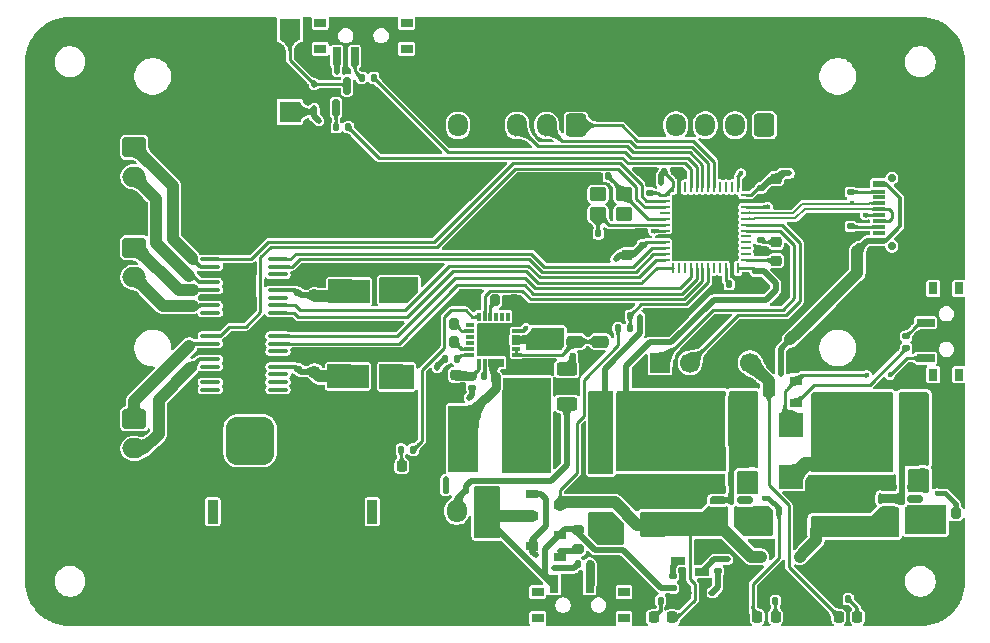
<source format=gbr>
%TF.GenerationSoftware,KiCad,Pcbnew,9.0.2*%
%TF.CreationDate,2025-12-01T22:51:15-05:00*%
%TF.ProjectId,VolleyBot,566f6c6c-6579-4426-9f74-2e6b69636164,rev?*%
%TF.SameCoordinates,Original*%
%TF.FileFunction,Copper,L1,Top*%
%TF.FilePolarity,Positive*%
%FSLAX46Y46*%
G04 Gerber Fmt 4.6, Leading zero omitted, Abs format (unit mm)*
G04 Created by KiCad (PCBNEW 9.0.2) date 2025-12-01 22:51:15*
%MOMM*%
%LPD*%
G01*
G04 APERTURE LIST*
G04 Aperture macros list*
%AMRoundRect*
0 Rectangle with rounded corners*
0 $1 Rounding radius*
0 $2 $3 $4 $5 $6 $7 $8 $9 X,Y pos of 4 corners*
0 Add a 4 corners polygon primitive as box body*
4,1,4,$2,$3,$4,$5,$6,$7,$8,$9,$2,$3,0*
0 Add four circle primitives for the rounded corners*
1,1,$1+$1,$2,$3*
1,1,$1+$1,$4,$5*
1,1,$1+$1,$6,$7*
1,1,$1+$1,$8,$9*
0 Add four rect primitives between the rounded corners*
20,1,$1+$1,$2,$3,$4,$5,0*
20,1,$1+$1,$4,$5,$6,$7,0*
20,1,$1+$1,$6,$7,$8,$9,0*
20,1,$1+$1,$8,$9,$2,$3,0*%
G04 Aperture macros list end*
%TA.AperFunction,ComponentPad*%
%ADD10RoundRect,0.250000X0.600000X0.725000X-0.600000X0.725000X-0.600000X-0.725000X0.600000X-0.725000X0*%
%TD*%
%TA.AperFunction,ComponentPad*%
%ADD11O,1.700000X1.950000*%
%TD*%
%TA.AperFunction,SMDPad,CuDef*%
%ADD12RoundRect,0.112500X-0.187500X-0.112500X0.187500X-0.112500X0.187500X0.112500X-0.187500X0.112500X0*%
%TD*%
%TA.AperFunction,SMDPad,CuDef*%
%ADD13RoundRect,0.140000X-0.140000X-0.170000X0.140000X-0.170000X0.140000X0.170000X-0.140000X0.170000X0*%
%TD*%
%TA.AperFunction,SMDPad,CuDef*%
%ADD14RoundRect,0.250000X-0.475000X0.250000X-0.475000X-0.250000X0.475000X-0.250000X0.475000X0.250000X0*%
%TD*%
%TA.AperFunction,SMDPad,CuDef*%
%ADD15RoundRect,0.135000X-0.135000X-0.185000X0.135000X-0.185000X0.135000X0.185000X-0.135000X0.185000X0*%
%TD*%
%TA.AperFunction,SMDPad,CuDef*%
%ADD16RoundRect,0.150000X-0.512500X-0.150000X0.512500X-0.150000X0.512500X0.150000X-0.512500X0.150000X0*%
%TD*%
%TA.AperFunction,SMDPad,CuDef*%
%ADD17RoundRect,0.135000X0.135000X0.185000X-0.135000X0.185000X-0.135000X-0.185000X0.135000X-0.185000X0*%
%TD*%
%TA.AperFunction,SMDPad,CuDef*%
%ADD18RoundRect,0.250000X0.475000X-0.250000X0.475000X0.250000X-0.475000X0.250000X-0.475000X-0.250000X0*%
%TD*%
%TA.AperFunction,SMDPad,CuDef*%
%ADD19RoundRect,0.200000X0.200000X0.275000X-0.200000X0.275000X-0.200000X-0.275000X0.200000X-0.275000X0*%
%TD*%
%TA.AperFunction,SMDPad,CuDef*%
%ADD20RoundRect,0.225000X0.250000X-0.225000X0.250000X0.225000X-0.250000X0.225000X-0.250000X-0.225000X0*%
%TD*%
%TA.AperFunction,SMDPad,CuDef*%
%ADD21RoundRect,0.062500X-0.375000X-0.062500X0.375000X-0.062500X0.375000X0.062500X-0.375000X0.062500X0*%
%TD*%
%TA.AperFunction,SMDPad,CuDef*%
%ADD22RoundRect,0.062500X-0.062500X-0.375000X0.062500X-0.375000X0.062500X0.375000X-0.062500X0.375000X0*%
%TD*%
%TA.AperFunction,HeatsinkPad*%
%ADD23R,5.600000X5.600000*%
%TD*%
%TA.AperFunction,SMDPad,CuDef*%
%ADD24R,2.500000X5.700000*%
%TD*%
%TA.AperFunction,SMDPad,CuDef*%
%ADD25RoundRect,0.200000X-0.200000X-0.275000X0.200000X-0.275000X0.200000X0.275000X-0.200000X0.275000X0*%
%TD*%
%TA.AperFunction,SMDPad,CuDef*%
%ADD26R,1.800000X4.200000*%
%TD*%
%TA.AperFunction,SMDPad,CuDef*%
%ADD27RoundRect,0.140000X-0.170000X0.140000X-0.170000X-0.140000X0.170000X-0.140000X0.170000X0.140000X0*%
%TD*%
%TA.AperFunction,ComponentPad*%
%ADD28RoundRect,0.250000X-0.600000X-0.725000X0.600000X-0.725000X0.600000X0.725000X-0.600000X0.725000X0*%
%TD*%
%TA.AperFunction,SMDPad,CuDef*%
%ADD29RoundRect,0.135000X-0.185000X0.135000X-0.185000X-0.135000X0.185000X-0.135000X0.185000X0.135000X0*%
%TD*%
%TA.AperFunction,ComponentPad*%
%ADD30R,1.700000X1.700000*%
%TD*%
%TA.AperFunction,ComponentPad*%
%ADD31C,1.700000*%
%TD*%
%TA.AperFunction,SMDPad,CuDef*%
%ADD32RoundRect,0.140000X0.170000X-0.140000X0.170000X0.140000X-0.170000X0.140000X-0.170000X-0.140000X0*%
%TD*%
%TA.AperFunction,SMDPad,CuDef*%
%ADD33RoundRect,0.250000X-0.625000X0.312500X-0.625000X-0.312500X0.625000X-0.312500X0.625000X0.312500X0*%
%TD*%
%TA.AperFunction,SMDPad,CuDef*%
%ADD34RoundRect,0.250000X0.450000X0.350000X-0.450000X0.350000X-0.450000X-0.350000X0.450000X-0.350000X0*%
%TD*%
%TA.AperFunction,SMDPad,CuDef*%
%ADD35RoundRect,0.225000X-0.250000X0.225000X-0.250000X-0.225000X0.250000X-0.225000X0.250000X0.225000X0*%
%TD*%
%TA.AperFunction,SMDPad,CuDef*%
%ADD36RoundRect,0.218750X0.218750X0.256250X-0.218750X0.256250X-0.218750X-0.256250X0.218750X-0.256250X0*%
%TD*%
%TA.AperFunction,SMDPad,CuDef*%
%ADD37R,0.800000X1.000000*%
%TD*%
%TA.AperFunction,SMDPad,CuDef*%
%ADD38R,1.500000X0.700000*%
%TD*%
%TA.AperFunction,SMDPad,CuDef*%
%ADD39R,2.000000X2.000000*%
%TD*%
%TA.AperFunction,SMDPad,CuDef*%
%ADD40RoundRect,0.135000X0.185000X-0.135000X0.185000X0.135000X-0.185000X0.135000X-0.185000X-0.135000X0*%
%TD*%
%TA.AperFunction,SMDPad,CuDef*%
%ADD41R,1.250000X0.700000*%
%TD*%
%TA.AperFunction,SMDPad,CuDef*%
%ADD42R,1.000000X0.800000*%
%TD*%
%TA.AperFunction,ComponentPad*%
%ADD43R,0.900000X2.000000*%
%TD*%
%TA.AperFunction,ComponentPad*%
%ADD44RoundRect,1.025000X1.025000X1.025000X-1.025000X1.025000X-1.025000X-1.025000X1.025000X-1.025000X0*%
%TD*%
%TA.AperFunction,ComponentPad*%
%ADD45C,4.100000*%
%TD*%
%TA.AperFunction,SMDPad,CuDef*%
%ADD46RoundRect,0.140000X0.140000X0.170000X-0.140000X0.170000X-0.140000X-0.170000X0.140000X-0.170000X0*%
%TD*%
%TA.AperFunction,ComponentPad*%
%ADD47RoundRect,0.250000X-0.750000X0.600000X-0.750000X-0.600000X0.750000X-0.600000X0.750000X0.600000X0*%
%TD*%
%TA.AperFunction,ComponentPad*%
%ADD48O,2.000000X1.700000*%
%TD*%
%TA.AperFunction,SMDPad,CuDef*%
%ADD49RoundRect,0.150000X0.150000X-0.587500X0.150000X0.587500X-0.150000X0.587500X-0.150000X-0.587500X0*%
%TD*%
%TA.AperFunction,SMDPad,CuDef*%
%ADD50RoundRect,0.200000X0.275000X-0.200000X0.275000X0.200000X-0.275000X0.200000X-0.275000X-0.200000X0*%
%TD*%
%TA.AperFunction,ComponentPad*%
%ADD51C,0.610000*%
%TD*%
%TA.AperFunction,SMDPad,CuDef*%
%ADD52O,1.750000X0.340000*%
%TD*%
%TA.AperFunction,SMDPad,CuDef*%
%ADD53R,2.100000X2.030000*%
%TD*%
%TA.AperFunction,SMDPad,CuDef*%
%ADD54RoundRect,0.218750X-0.256250X0.218750X-0.256250X-0.218750X0.256250X-0.218750X0.256250X0.218750X0*%
%TD*%
%TA.AperFunction,SMDPad,CuDef*%
%ADD55R,0.700000X1.500000*%
%TD*%
%TA.AperFunction,SMDPad,CuDef*%
%ADD56R,0.300000X0.700000*%
%TD*%
%TA.AperFunction,SMDPad,CuDef*%
%ADD57R,0.700000X0.300000*%
%TD*%
%TA.AperFunction,SMDPad,CuDef*%
%ADD58R,2.600000X2.600000*%
%TD*%
%TA.AperFunction,SMDPad,CuDef*%
%ADD59RoundRect,0.218750X-0.218750X-0.256250X0.218750X-0.256250X0.218750X0.256250X-0.218750X0.256250X0*%
%TD*%
%TA.AperFunction,SMDPad,CuDef*%
%ADD60RoundRect,0.112500X0.112500X-0.187500X0.112500X0.187500X-0.112500X0.187500X-0.112500X-0.187500X0*%
%TD*%
%TA.AperFunction,ComponentPad*%
%ADD61C,0.700000*%
%TD*%
%TA.AperFunction,SMDPad,CuDef*%
%ADD62R,1.100000X0.550000*%
%TD*%
%TA.AperFunction,SMDPad,CuDef*%
%ADD63R,1.100000X0.300000*%
%TD*%
%TA.AperFunction,ComponentPad*%
%ADD64O,2.000000X1.100000*%
%TD*%
%TA.AperFunction,ComponentPad*%
%ADD65O,1.800000X1.200000*%
%TD*%
%TA.AperFunction,SMDPad,CuDef*%
%ADD66R,1.800000X1.800000*%
%TD*%
%TA.AperFunction,ViaPad*%
%ADD67C,0.450000*%
%TD*%
%TA.AperFunction,ViaPad*%
%ADD68C,0.600000*%
%TD*%
%TA.AperFunction,Conductor*%
%ADD69C,0.508000*%
%TD*%
%TA.AperFunction,Conductor*%
%ADD70C,0.254000*%
%TD*%
%TA.AperFunction,Conductor*%
%ADD71C,1.016000*%
%TD*%
%TA.AperFunction,Conductor*%
%ADD72C,0.406400*%
%TD*%
%TA.AperFunction,Conductor*%
%ADD73C,0.330200*%
%TD*%
%TA.AperFunction,Conductor*%
%ADD74C,0.762000*%
%TD*%
%TA.AperFunction,Conductor*%
%ADD75C,0.200000*%
%TD*%
%TA.AperFunction,Conductor*%
%ADD76C,0.304800*%
%TD*%
G04 APERTURE END LIST*
D10*
%TO.P,J8,1,Pin_1*%
%TO.N,/GPIO_EXT5*%
X120350000Y-73650000D03*
D11*
%TO.P,J8,2,Pin_2*%
%TO.N,/I2C1_CLK*%
X117850000Y-73650000D03*
%TO.P,J8,3,Pin_3*%
%TO.N,/I2C1_SDA*%
X115350000Y-73650000D03*
%TO.P,J8,4,Pin_4*%
%TO.N,-BATT*%
X112850000Y-73650000D03*
%TO.P,J8,5,Pin_5*%
%TO.N,+3.3V*%
X110350000Y-73650000D03*
%TD*%
D12*
%TO.P,D8,2,A*%
%TO.N,Net-(D8-A)*%
X131900000Y-113200000D03*
%TO.P,D8,1,K*%
%TO.N,-BATT*%
X129800000Y-113200000D03*
%TD*%
D13*
%TO.P,C11,1*%
%TO.N,Net-(U1-VCAP1)*%
X133340000Y-87100000D03*
%TO.P,C11,2*%
%TO.N,-BATT*%
X134300000Y-87100000D03*
%TD*%
D14*
%TO.P,C15,1*%
%TO.N,+3.3V*%
X127500000Y-102150000D03*
%TO.P,C15,2*%
%TO.N,-BATT*%
X127500000Y-104050000D03*
%TD*%
%TO.P,C25,1*%
%TO.N,/5.55V*%
X144200000Y-102250000D03*
%TO.P,C25,2*%
%TO.N,-BATT*%
X144200000Y-104150000D03*
%TD*%
D15*
%TO.P,R26,1*%
%TO.N,VBUS*%
X109230000Y-93422500D03*
%TO.P,R26,2*%
%TO.N,Net-(U7-EN)*%
X110250000Y-93422500D03*
%TD*%
D16*
%TO.P,U4,1,GND*%
%TO.N,-BATT*%
X132362500Y-104450000D03*
%TO.P,U4,2,SW*%
%TO.N,/SW1*%
X132362500Y-105400000D03*
%TO.P,U4,3,IN*%
%TO.N,/BATT+_IN*%
X132362500Y-106350000D03*
%TO.P,U4,4,FB*%
%TO.N,/FB1*%
X134637500Y-106350000D03*
%TO.P,U4,5,EN*%
%TO.N,unconnected-(U4-EN-Pad5)*%
X134637500Y-105400000D03*
%TO.P,U4,6,BST*%
%TO.N,/BST1*%
X134637500Y-104450000D03*
%TD*%
D17*
%TO.P,R9,1*%
%TO.N,+3.3V*%
X137520000Y-106400000D03*
%TO.P,R9,2*%
%TO.N,/FB1*%
X136500000Y-106400000D03*
%TD*%
D18*
%TO.P,C30,1*%
%TO.N,Net-(C29-Pad1)*%
X122400000Y-91947500D03*
%TO.P,C30,2*%
%TO.N,-BATT*%
X122400000Y-90047500D03*
%TD*%
D19*
%TO.P,R18,1*%
%TO.N,-BATT*%
X115125000Y-88460000D03*
%TO.P,R18,2*%
%TO.N,Net-(U7-NTC)*%
X113475000Y-88460000D03*
%TD*%
D14*
%TO.P,C14,1*%
%TO.N,+3.3V*%
X129750000Y-102150000D03*
%TO.P,C14,2*%
%TO.N,-BATT*%
X129750000Y-104050000D03*
%TD*%
D20*
%TO.P,C23,1*%
%TO.N,/BATT+_IN*%
X144450000Y-107250000D03*
%TO.P,C23,2*%
%TO.N,-BATT*%
X144450000Y-105700000D03*
%TD*%
D21*
%TO.P,U1,1,VBAT*%
%TO.N,+3.3V*%
X127862500Y-79550000D03*
%TO.P,U1,2,PC13*%
%TO.N,/NSLEEP1*%
X127862500Y-80050000D03*
%TO.P,U1,3,PC14*%
%TO.N,/NSLEEP2*%
X127862500Y-80550000D03*
%TO.P,U1,4,PC15*%
%TO.N,unconnected-(U1-PC15-Pad4)*%
X127862500Y-81050000D03*
%TO.P,U1,5,PH0*%
%TO.N,/HSE_IN*%
X127862500Y-81550000D03*
%TO.P,U1,6,PH1*%
%TO.N,/HSE_OUT*%
X127862500Y-82050000D03*
%TO.P,U1,7,NRST*%
%TO.N,/NRST*%
X127862500Y-82550000D03*
%TO.P,U1,8,VSSA*%
%TO.N,-BATT*%
X127862500Y-83050000D03*
%TO.P,U1,9,VDDA*%
%TO.N,+3.3VA*%
X127862500Y-83550000D03*
%TO.P,U1,10,PA0*%
%TO.N,/TIM2_CH1*%
X127862500Y-84050000D03*
%TO.P,U1,11,PA1*%
%TO.N,/TIM2_CH2*%
X127862500Y-84550000D03*
%TO.P,U1,12,PA2*%
%TO.N,/TIM2_CH3*%
X127862500Y-85050000D03*
D22*
%TO.P,U1,13,PA3*%
%TO.N,/TIM2_CH4*%
X128550000Y-85737500D03*
%TO.P,U1,14,PA4*%
%TO.N,unconnected-(U1-PA4-Pad14)*%
X129050000Y-85737500D03*
%TO.P,U1,15,PA5*%
%TO.N,unconnected-(U1-PA5-Pad15)*%
X129550000Y-85737500D03*
%TO.P,U1,16,PA6*%
%TO.N,/TIM3_CH1*%
X130050000Y-85737500D03*
%TO.P,U1,17,PA7*%
%TO.N,/TIM3_CH2*%
X130550000Y-85737500D03*
%TO.P,U1,18,PB0*%
%TO.N,/BAT_STAT*%
X131050000Y-85737500D03*
%TO.P,U1,19,PB1*%
%TO.N,/ADC1_IN9*%
X131550000Y-85737500D03*
%TO.P,U1,20,PB2*%
%TO.N,unconnected-(U1-PB2-Pad20)*%
X132050000Y-85737500D03*
%TO.P,U1,21,PB10*%
%TO.N,unconnected-(U1-PB10-Pad21)*%
X132550000Y-85737500D03*
%TO.P,U1,22,VCAP1*%
%TO.N,Net-(U1-VCAP1)*%
X133050000Y-85737500D03*
%TO.P,U1,23,VSS*%
%TO.N,-BATT*%
X133550000Y-85737500D03*
%TO.P,U1,24,VDD*%
%TO.N,+3.3V*%
X134050000Y-85737500D03*
D21*
%TO.P,U1,25,PB12*%
%TO.N,Net-(D3-A)*%
X134737500Y-85050000D03*
%TO.P,U1,26,PB13*%
%TO.N,unconnected-(U1-PB13-Pad26)*%
X134737500Y-84550000D03*
%TO.P,U1,27,PB14*%
%TO.N,unconnected-(U1-PB14-Pad27)*%
X134737500Y-84050000D03*
%TO.P,U1,28,PB15*%
%TO.N,unconnected-(U1-PB15-Pad28)*%
X134737500Y-83550000D03*
%TO.P,U1,29,PA8*%
%TO.N,unconnected-(U1-PA8-Pad29)*%
X134737500Y-83050000D03*
%TO.P,U1,30,PA9*%
%TO.N,/USART1_TX*%
X134737500Y-82550000D03*
%TO.P,U1,31,PA10*%
%TO.N,/USART1_RX*%
X134737500Y-82050000D03*
%TO.P,U1,32,PA11*%
%TO.N,/USB_D-*%
X134737500Y-81550000D03*
%TO.P,U1,33,PA12*%
%TO.N,/USB_D+*%
X134737500Y-81050000D03*
%TO.P,U1,34,PA13*%
%TO.N,/SWDIO*%
X134737500Y-80550000D03*
%TO.P,U1,35,VSS*%
%TO.N,-BATT*%
X134737500Y-80050000D03*
%TO.P,U1,36,VDD*%
%TO.N,+3.3V*%
X134737500Y-79550000D03*
D22*
%TO.P,U1,37,PA14*%
%TO.N,/SWCLK*%
X134050000Y-78862500D03*
%TO.P,U1,38,PA15*%
%TO.N,/SPI1_NSS*%
X133550000Y-78862500D03*
%TO.P,U1,39,PB3*%
%TO.N,unconnected-(U1-PB3-Pad39)*%
X133050000Y-78862500D03*
%TO.P,U1,40,PB4*%
%TO.N,unconnected-(U1-PB4-Pad40)*%
X132550000Y-78862500D03*
%TO.P,U1,41,PB5*%
%TO.N,/GPIO_EXT5*%
X132050000Y-78862500D03*
%TO.P,U1,42,PB6*%
%TO.N,/I2C1_CLK*%
X131550000Y-78862500D03*
%TO.P,U1,43,PB7*%
%TO.N,/I2C1_SDA*%
X131050000Y-78862500D03*
%TO.P,U1,44,BOOT0*%
%TO.N,/BOOT0*%
X130550000Y-78862500D03*
%TO.P,U1,45,PB8*%
%TO.N,/BUZZER_CTRL*%
X130050000Y-78862500D03*
%TO.P,U1,46,PB9*%
%TO.N,unconnected-(U1-PB9-Pad46)*%
X129550000Y-78862500D03*
%TO.P,U1,47,VSS*%
%TO.N,-BATT*%
X129050000Y-78862500D03*
%TO.P,U1,48,VDD*%
%TO.N,+3.3V*%
X128550000Y-78862500D03*
D23*
%TO.P,U1,49,VSS*%
%TO.N,-BATT*%
X131300000Y-82300000D03*
%TD*%
D24*
%TO.P,L4,1,1*%
%TO.N,Net-(C31-Pad2)*%
X110800000Y-100210000D03*
%TO.P,L4,2,2*%
%TO.N,VBUS*%
X115500000Y-100190000D03*
%TD*%
D25*
%TO.P,R16,1*%
%TO.N,-BATT*%
X108400000Y-92022500D03*
%TO.P,R16,2*%
%TO.N,Net-(U7-ISET)*%
X110050000Y-92022500D03*
%TD*%
D26*
%TO.P,L1,1,1*%
%TO.N,/SW1*%
X134150000Y-98650000D03*
%TO.P,L1,2,2*%
%TO.N,+3.3V*%
X129850000Y-98650000D03*
%TD*%
D14*
%TO.P,C7,1*%
%TO.N,+3.3VA*%
X122450000Y-102150000D03*
%TO.P,C7,2*%
%TO.N,-BATT*%
X122450000Y-104050000D03*
%TD*%
D27*
%TO.P,C2,1*%
%TO.N,+3.3V*%
X135600000Y-86000000D03*
%TO.P,C2,2*%
%TO.N,-BATT*%
X135600000Y-86960000D03*
%TD*%
D28*
%TO.P,J4,1,Pin_1*%
%TO.N,-BATT*%
X107750000Y-106305000D03*
D11*
%TO.P,J4,2,Pin_2*%
%TO.N,Net-(J4-Pin_2)*%
X110250000Y-106305000D03*
%TO.P,J4,3,Pin_3*%
%TO.N,+BATT*%
X112750000Y-106305000D03*
%TD*%
D14*
%TO.P,C26,1*%
%TO.N,/5.55V*%
X141950000Y-102250000D03*
%TO.P,C26,2*%
%TO.N,-BATT*%
X141950000Y-104150000D03*
%TD*%
D29*
%TO.P,R14,1*%
%TO.N,-BATT*%
X117750000Y-94427500D03*
%TO.P,R14,2*%
%TO.N,VBUS*%
X117750000Y-95447500D03*
%TD*%
D27*
%TO.P,C4,1*%
%TO.N,+3.3V*%
X136000000Y-78940000D03*
%TO.P,C4,2*%
%TO.N,-BATT*%
X136000000Y-79900000D03*
%TD*%
D20*
%TO.P,C12,1*%
%TO.N,/BATT+_IN*%
X130000000Y-107200000D03*
%TO.P,C12,2*%
%TO.N,-BATT*%
X130000000Y-105650000D03*
%TD*%
D30*
%TO.P,J1,1,Pin_1*%
%TO.N,/USART1_TX*%
X127460000Y-93750000D03*
D31*
%TO.P,J1,2,Pin_2*%
%TO.N,/USART1_RX*%
X130000000Y-93750000D03*
%TO.P,J1,3,Pin_3*%
%TO.N,-BATT*%
X132540000Y-93750000D03*
%TO.P,J1,4,Pin_4*%
%TO.N,/PI_POWER*%
X135080000Y-93750000D03*
%TD*%
D32*
%TO.P,C5,1*%
%TO.N,+3.3VA*%
X126000000Y-83790000D03*
%TO.P,C5,2*%
%TO.N,-BATT*%
X126000000Y-82830000D03*
%TD*%
D33*
%TO.P,R19,1*%
%TO.N,Net-(U7-VBATM)*%
X119550000Y-94300000D03*
%TO.P,R19,2*%
%TO.N,Net-(J4-Pin_2)*%
X119550000Y-97225000D03*
%TD*%
D34*
%TO.P,Y1,1,1*%
%TO.N,/HSE_IN*%
X124400000Y-79472000D03*
%TO.P,Y1,2,2*%
%TO.N,unconnected-(Y1-Pad2)*%
X122200000Y-79472000D03*
%TO.P,Y1,3,3*%
%TO.N,/HSE_OUT*%
X122200000Y-81172000D03*
%TO.P,Y1,4,4*%
%TO.N,unconnected-(Y1-Pad4)*%
X124400000Y-81172000D03*
%TD*%
D32*
%TO.P,C22,1*%
%TO.N,+3.3V*%
X126598586Y-79350000D03*
%TO.P,C22,2*%
%TO.N,-BATT*%
X126598586Y-78390000D03*
%TD*%
D35*
%TO.P,C33,1*%
%TO.N,Net-(U7-VIN)*%
X110150000Y-94772500D03*
%TO.P,C33,2*%
%TO.N,-BATT*%
X110150000Y-96322500D03*
%TD*%
D36*
%TO.P,D2,1,K*%
%TO.N,/POWER_LED_K*%
X137252500Y-115240000D03*
%TO.P,D2,2,A*%
%TO.N,+3.3V*%
X135677500Y-115240000D03*
%TD*%
D37*
%TO.P,SW2,*%
%TO.N,*%
X150600000Y-94750000D03*
X152810000Y-94750000D03*
X150600000Y-87450000D03*
X152810000Y-87450000D03*
D38*
%TO.P,SW2,1,A*%
%TO.N,+5V*%
X149950000Y-93350000D03*
%TO.P,SW2,2,B*%
%TO.N,Net-(SW2-B)*%
X149950000Y-90350000D03*
%TO.P,SW2,3,C*%
%TO.N,-BATT*%
X149950000Y-88850000D03*
%TD*%
D14*
%TO.P,C8,1*%
%TO.N,+3.3V*%
X124550000Y-102150000D03*
%TO.P,C8,2*%
%TO.N,-BATT*%
X124550000Y-104050000D03*
%TD*%
D39*
%TO.P,D1,1,K*%
%TO.N,+5V*%
X138550000Y-99025000D03*
%TO.P,D1,2,A*%
%TO.N,/5.55V*%
X138550000Y-103425000D03*
%TD*%
D32*
%TO.P,C24,1*%
%TO.N,/BST2*%
X149700000Y-102960000D03*
%TO.P,C24,2*%
%TO.N,/SW2*%
X149700000Y-102000000D03*
%TD*%
D40*
%TO.P,R8,1*%
%TO.N,-BATT*%
X135575000Y-108925000D03*
%TO.P,R8,2*%
%TO.N,/FB1*%
X135575000Y-107905000D03*
%TD*%
D41*
%TO.P,Q3,1,G*%
%TO.N,VBUS*%
X131000000Y-111450000D03*
%TO.P,Q3,2,S*%
%TO.N,-BATT*%
X131000000Y-109550000D03*
%TO.P,Q3,3,D*%
%TO.N,Net-(Q3-D)*%
X129000000Y-110500000D03*
%TD*%
D39*
%TO.P,D12,1,K*%
%TO.N,/BATT+_IN*%
X126900000Y-107450000D03*
%TO.P,D12,2,A*%
%TO.N,VBUS*%
X122500000Y-107450000D03*
%TD*%
D15*
%TO.P,R5,1*%
%TO.N,/BATT+_IN*%
X123905000Y-90825000D03*
%TO.P,R5,2*%
%TO.N,/ADC1_IN9*%
X124925000Y-90825000D03*
%TD*%
D40*
%TO.P,R2,1*%
%TO.N,Net-(USB2-CC2)*%
X143600000Y-79300000D03*
%TO.P,R2,2*%
%TO.N,-BATT*%
X143600000Y-78280000D03*
%TD*%
D42*
%TO.P,Q1,1,G*%
%TO.N,Net-(Q1-G)*%
X138950000Y-97150000D03*
%TO.P,Q1,2,S*%
%TO.N,+5V*%
X138950000Y-95250000D03*
%TO.P,Q1,3,D*%
%TO.N,/PI_POWER*%
X136650000Y-96200000D03*
%TD*%
D13*
%TO.P,C10,1*%
%TO.N,/HSE_OUT*%
X122240000Y-82800000D03*
%TO.P,C10,2*%
%TO.N,-BATT*%
X123200000Y-82800000D03*
%TD*%
D43*
%TO.P,J3,*%
%TO.N,*%
X103100000Y-106350000D03*
X89600000Y-106350000D03*
D44*
%TO.P,J3,1,Pin_1*%
%TO.N,+BATT*%
X92750000Y-100350000D03*
D45*
%TO.P,J3,2,Pin_2*%
%TO.N,-BATT*%
X99950000Y-100350000D03*
%TD*%
D13*
%TO.P,C3,1*%
%TO.N,+3.3V*%
X127828798Y-77606497D03*
%TO.P,C3,2*%
%TO.N,-BATT*%
X128788798Y-77606497D03*
%TD*%
D18*
%TO.P,C29,1*%
%TO.N,Net-(C29-Pad1)*%
X120300000Y-91947500D03*
%TO.P,C29,2*%
%TO.N,-BATT*%
X120300000Y-90047500D03*
%TD*%
D46*
%TO.P,C35,1*%
%TO.N,+BATT*%
X111980000Y-104500000D03*
%TO.P,C35,2*%
%TO.N,Net-(J4-Pin_2)*%
X111020000Y-104500000D03*
%TD*%
D17*
%TO.P,R6,1*%
%TO.N,/ADC1_IN9*%
X124925000Y-89775000D03*
%TO.P,R6,2*%
%TO.N,-BATT*%
X123905000Y-89775000D03*
%TD*%
D15*
%TO.P,R13,1*%
%TO.N,-BATT*%
X142377500Y-113751000D03*
%TO.P,R13,2*%
%TO.N,Net-(D4-K)*%
X143397500Y-113751000D03*
%TD*%
D17*
%TO.P,R27,1*%
%TO.N,/POWER_LED_K*%
X137227500Y-113890000D03*
%TO.P,R27,2*%
%TO.N,-BATT*%
X136207500Y-113890000D03*
%TD*%
D29*
%TO.P,R7,1*%
%TO.N,Net-(U7-VIN)*%
X111550000Y-94827500D03*
%TO.P,R7,2*%
%TO.N,VBUS*%
X111550000Y-95847500D03*
%TD*%
D17*
%TO.P,R15,1*%
%TO.N,-BATT*%
X128520000Y-113900000D03*
%TO.P,R15,2*%
%TO.N,Net-(D5-K)*%
X127500000Y-113900000D03*
%TD*%
D15*
%TO.P,R1,1*%
%TO.N,Net-(SW1-B)*%
X102190000Y-69625000D03*
%TO.P,R1,2*%
%TO.N,/BOOT0*%
X103210000Y-69625000D03*
%TD*%
D32*
%TO.P,C18,1*%
%TO.N,/BATT+_IN*%
X96800000Y-94260000D03*
%TO.P,C18,2*%
%TO.N,-BATT*%
X96800000Y-93300000D03*
%TD*%
D47*
%TO.P,J7,1,Pin_1*%
%TO.N,Net-(J7-Pin_1)*%
X82945000Y-98500000D03*
D48*
%TO.P,J7,2,Pin_2*%
%TO.N,Net-(J7-Pin_2)*%
X82945000Y-101000000D03*
%TD*%
D49*
%TO.P,Q4,1,B*%
%TO.N,Net-(Q4-B)*%
X100025000Y-72150000D03*
%TO.P,Q4,2,E*%
%TO.N,-BATT*%
X101925000Y-72150000D03*
%TO.P,Q4,3,C*%
%TO.N,Net-(D7-A)*%
X100975000Y-70275000D03*
%TD*%
D50*
%TO.P,R25,1*%
%TO.N,Net-(Q5-G)*%
X120500000Y-109525000D03*
%TO.P,R25,2*%
%TO.N,+BATT*%
X120500000Y-107875000D03*
%TD*%
D46*
%TO.P,C34,1*%
%TO.N,+BATT*%
X109300000Y-104500000D03*
%TO.P,C34,2*%
%TO.N,-BATT*%
X108340000Y-104500000D03*
%TD*%
D10*
%TO.P,J2,1,Pin_1*%
%TO.N,+3.3V*%
X136300000Y-73645000D03*
D11*
%TO.P,J2,2,Pin_2*%
%TO.N,/SWCLK*%
X133800000Y-73645000D03*
%TO.P,J2,3,Pin_3*%
%TO.N,/SWDIO*%
X131300000Y-73645000D03*
%TO.P,J2,4,Pin_4*%
%TO.N,/NRST*%
X128800000Y-73645000D03*
%TO.P,J2,5,Pin_5*%
%TO.N,-BATT*%
X126300000Y-73645000D03*
%TD*%
D51*
%TO.P,U2,*%
%TO.N,*%
X91750000Y-86750000D03*
X91750000Y-87750000D03*
X92750000Y-86750000D03*
X92750000Y-87750000D03*
D52*
%TO.P,U2,1,nSLEEP*%
%TO.N,/NSLEEP1*%
X89380000Y-84970000D03*
%TO.P,U2,2,AOUT1*%
%TO.N,Net-(J5-Pin_1)*%
X89380000Y-85620000D03*
%TO.P,U2,3,AISEN*%
%TO.N,-BATT*%
X89380000Y-86270000D03*
%TO.P,U2,4,AOUT2*%
%TO.N,Net-(J5-Pin_2)*%
X89380000Y-86930000D03*
%TO.P,U2,5,BOUT2*%
%TO.N,Net-(J6-Pin_1)*%
X89380000Y-87580000D03*
%TO.P,U2,6,BISEN*%
%TO.N,-BATT*%
X89380000Y-88230000D03*
%TO.P,U2,7,BOUT1*%
%TO.N,Net-(J6-Pin_2)*%
X89380000Y-88880000D03*
%TO.P,U2,8,nFAULT*%
%TO.N,unconnected-(U2-nFAULT-Pad8)*%
X89380000Y-89530000D03*
%TO.P,U2,9,BIN1*%
%TO.N,/TIM2_CH4*%
X95120000Y-89530000D03*
%TO.P,U2,10,BIN2*%
%TO.N,/TIM2_CH3*%
X95120000Y-88880000D03*
%TO.P,U2,11,NC*%
%TO.N,unconnected-(U2-NC-Pad11)*%
X95120000Y-88230000D03*
%TO.P,U2,12,VM*%
%TO.N,/BATT+_IN*%
X95120000Y-87580000D03*
%TO.P,U2,13,GND*%
%TO.N,-BATT*%
X95120000Y-86930000D03*
%TO.P,U2,14,NC*%
%TO.N,unconnected-(U2-NC-Pad14)*%
X95120000Y-86270000D03*
%TO.P,U2,15,AIN2*%
%TO.N,/TIM2_CH2*%
X95120000Y-85620000D03*
%TO.P,U2,16,AIN1*%
%TO.N,/TIM2_CH1*%
X95120000Y-84970000D03*
D53*
%TO.P,U2,17,EP*%
%TO.N,-BATT*%
X92250000Y-87250000D03*
%TD*%
D54*
%TO.P,D3,1,K*%
%TO.N,Net-(D3-K)*%
X137300000Y-83537500D03*
%TO.P,D3,2,A*%
%TO.N,Net-(D3-A)*%
X137300000Y-85112500D03*
%TD*%
D36*
%TO.P,FB1,1*%
%TO.N,+3.3V*%
X124337500Y-100550000D03*
%TO.P,FB1,2*%
%TO.N,+3.3VA*%
X122762500Y-100550000D03*
%TD*%
D46*
%TO.P,C9,1*%
%TO.N,/HSE_IN*%
X123080000Y-77972000D03*
%TO.P,C9,2*%
%TO.N,-BATT*%
X122120000Y-77972000D03*
%TD*%
D36*
%TO.P,D4,1,K*%
%TO.N,Net-(D4-K)*%
X144175000Y-115251000D03*
%TO.P,D4,2,A*%
%TO.N,/PI_POWER*%
X142600000Y-115251000D03*
%TD*%
D40*
%TO.P,R10,1*%
%TO.N,-BATT*%
X149450000Y-108770000D03*
%TO.P,R10,2*%
%TO.N,/FB2*%
X149450000Y-107750000D03*
%TD*%
D25*
%TO.P,R17,1*%
%TO.N,-BATT*%
X108400000Y-90422500D03*
%TO.P,R17,2*%
%TO.N,Net-(U7-VIN_UVSET)*%
X110050000Y-90422500D03*
%TD*%
D42*
%TO.P,SW3,*%
%TO.N,*%
X117100000Y-113150000D03*
X117100000Y-115360000D03*
X124400000Y-113150000D03*
X124400000Y-115360000D03*
D55*
%TO.P,SW3,1,A*%
%TO.N,+BATT*%
X118500000Y-112500000D03*
%TO.P,SW3,2,B*%
%TO.N,Net-(SW3-B)*%
X121500000Y-112500000D03*
%TO.P,SW3,3,C*%
%TO.N,-BATT*%
X123000000Y-112500000D03*
%TD*%
D51*
%TO.P,U3,*%
%TO.N,*%
X91750000Y-93250000D03*
X91750000Y-94250000D03*
X92750000Y-93250000D03*
X92750000Y-94250000D03*
D52*
%TO.P,U3,1,nSLEEP*%
%TO.N,/NSLEEP2*%
X89380000Y-91470000D03*
%TO.P,U3,2,AOUT1*%
%TO.N,Net-(J7-Pin_1)*%
X89380000Y-92120000D03*
%TO.P,U3,3,AISEN*%
%TO.N,-BATT*%
X89380000Y-92770000D03*
%TO.P,U3,4,AOUT2*%
%TO.N,Net-(J7-Pin_2)*%
X89380000Y-93430000D03*
%TO.P,U3,5,BOUT2*%
%TO.N,unconnected-(U3-BOUT2-Pad5)*%
X89380000Y-94080000D03*
%TO.P,U3,6,BISEN*%
%TO.N,-BATT*%
X89380000Y-94730000D03*
%TO.P,U3,7,BOUT1*%
%TO.N,unconnected-(U3-BOUT1-Pad7)*%
X89380000Y-95380000D03*
%TO.P,U3,8,nFAULT*%
%TO.N,unconnected-(U3-nFAULT-Pad8)*%
X89380000Y-96030000D03*
%TO.P,U3,9,BIN1*%
%TO.N,unconnected-(U3-BIN1-Pad9)*%
X95120000Y-96030000D03*
%TO.P,U3,10,BIN2*%
%TO.N,unconnected-(U3-BIN2-Pad10)*%
X95120000Y-95380000D03*
%TO.P,U3,11,NC*%
%TO.N,unconnected-(U3-NC-Pad11)*%
X95120000Y-94730000D03*
%TO.P,U3,12,VM*%
%TO.N,/BATT+_IN*%
X95120000Y-94080000D03*
%TO.P,U3,13,GND*%
%TO.N,-BATT*%
X95120000Y-93430000D03*
%TO.P,U3,14,NC*%
%TO.N,unconnected-(U3-NC-Pad14)*%
X95120000Y-92770000D03*
%TO.P,U3,15,AIN2*%
%TO.N,/TIM3_CH2*%
X95120000Y-92120000D03*
%TO.P,U3,16,AIN1*%
%TO.N,/TIM3_CH1*%
X95120000Y-91470000D03*
D53*
%TO.P,U3,17,EP*%
%TO.N,-BATT*%
X92250000Y-93750000D03*
%TD*%
D17*
%TO.P,R21,1*%
%TO.N,Net-(SW3-B)*%
X121510000Y-110800000D03*
%TO.P,R21,2*%
%TO.N,Net-(Q2-G)*%
X120490000Y-110800000D03*
%TD*%
D39*
%TO.P,D10,1,K*%
%TO.N,/BATT+_IN*%
X100400000Y-87700000D03*
%TO.P,D10,2,A*%
%TO.N,VBUS*%
X104800000Y-87700000D03*
%TD*%
D15*
%TO.P,R22,1*%
%TO.N,Net-(Q4-B)*%
X100055000Y-73812500D03*
%TO.P,R22,2*%
%TO.N,/BUZZER_CTRL*%
X101075000Y-73812500D03*
%TD*%
D56*
%TO.P,U7,1,DM*%
%TO.N,unconnected-(U7-DM-Pad1)*%
X114600000Y-89860000D03*
%TO.P,U7,2,DP*%
%TO.N,unconnected-(U7-DP-Pad2)*%
X114100000Y-89860000D03*
%TO.P,U7,3,VSET*%
%TO.N,unconnected-(U7-VSET-Pad3)*%
X113600000Y-89860000D03*
%TO.P,U7,4,NTC*%
%TO.N,Net-(U7-NTC)*%
X113100000Y-89860000D03*
%TO.P,U7,5,BAT_STAT*%
%TO.N,/BAT_STAT*%
X112600000Y-89860000D03*
%TO.P,U7,6,LED*%
%TO.N,Net-(U7-LED)*%
X112100000Y-89860000D03*
D57*
%TO.P,U7,7,TIME_SET*%
%TO.N,unconnected-(U7-TIME_SET-Pad7)*%
X111400000Y-90550000D03*
%TO.P,U7,8,VIN_UVSET*%
%TO.N,Net-(U7-VIN_UVSET)*%
X111400000Y-91050000D03*
%TO.P,U7,9,VIN_OVSET*%
%TO.N,unconnected-(U7-VIN_OVSET-Pad9)*%
X111400000Y-91550000D03*
%TO.P,U7,10,CON_SEL*%
%TO.N,unconnected-(U7-CON_SEL-Pad10)*%
X111400000Y-92050000D03*
%TO.P,U7,11,ISET*%
%TO.N,Net-(U7-ISET)*%
X111400000Y-92550000D03*
%TO.P,U7,12,EN*%
%TO.N,Net-(U7-EN)*%
X111400000Y-93050000D03*
D56*
%TO.P,U7,13,VIN*%
%TO.N,Net-(U7-VIN)*%
X112100000Y-93740000D03*
%TO.P,U7,14,BST*%
%TO.N,Net-(U7-BST)*%
X112600000Y-93740000D03*
%TO.P,U7,15,LX*%
%TO.N,Net-(C31-Pad2)*%
X113100000Y-93740000D03*
%TO.P,U7,16,LX*%
X113600000Y-93740000D03*
%TO.P,U7,17,LX*%
X114100000Y-93740000D03*
%TO.P,U7,18,PGND*%
%TO.N,-BATT*%
X114600000Y-93740000D03*
D57*
%TO.P,U7,19,VSYS*%
%TO.N,Net-(C29-Pad1)*%
X115300000Y-93050000D03*
%TO.P,U7,20,VSYS*%
X115300000Y-92550000D03*
%TO.P,U7,21,VOUT*%
%TO.N,+BATT*%
X115300000Y-92050000D03*
%TO.P,U7,22,VOUT*%
X115300000Y-91550000D03*
%TO.P,U7,23,VBATM*%
%TO.N,Net-(U7-VBATM)*%
X115300000Y-91050000D03*
%TO.P,U7,24,VBAT_GND*%
%TO.N,-BATT*%
X115300000Y-90550000D03*
D58*
%TO.P,U7,25,EP*%
X113350000Y-91800000D03*
%TD*%
D47*
%TO.P,J6,1,Pin_1*%
%TO.N,Net-(J6-Pin_1)*%
X82945000Y-84000000D03*
D48*
%TO.P,J6,2,Pin_2*%
%TO.N,Net-(J6-Pin_2)*%
X82945000Y-86500000D03*
%TD*%
D47*
%TO.P,J5,1,Pin_1*%
%TO.N,Net-(J5-Pin_1)*%
X82945000Y-75500000D03*
D48*
%TO.P,J5,2,Pin_2*%
%TO.N,Net-(J5-Pin_2)*%
X82945000Y-78000000D03*
%TD*%
D17*
%TO.P,R28,1*%
%TO.N,Net-(U7-LED)*%
X106575000Y-101100000D03*
%TO.P,R28,2*%
%TO.N,Net-(D6-A)*%
X105555000Y-101100000D03*
%TD*%
D36*
%TO.P,D6,1,K*%
%TO.N,-BATT*%
X107175000Y-102500000D03*
%TO.P,D6,2,A*%
%TO.N,Net-(D6-A)*%
X105600000Y-102500000D03*
%TD*%
D20*
%TO.P,C28,1*%
%TO.N,+BATT*%
X118500000Y-91547500D03*
%TO.P,C28,2*%
%TO.N,-BATT*%
X118500000Y-89997500D03*
%TD*%
D59*
%TO.P,D5,1,K*%
%TO.N,Net-(D5-K)*%
X126925000Y-115300000D03*
%TO.P,D5,2,A*%
%TO.N,/BATT+_IN*%
X128500000Y-115300000D03*
%TD*%
D26*
%TO.P,L2,1,1*%
%TO.N,/SW2*%
X148600000Y-98750000D03*
%TO.P,L2,2,2*%
%TO.N,/5.55V*%
X144300000Y-98750000D03*
%TD*%
D40*
%TO.P,R12,1*%
%TO.N,-BATT*%
X136000000Y-84345000D03*
%TO.P,R12,2*%
%TO.N,Net-(D3-K)*%
X136000000Y-83325000D03*
%TD*%
D20*
%TO.P,C16,1*%
%TO.N,/BATT+_IN*%
X98200000Y-88050000D03*
%TO.P,C16,2*%
%TO.N,-BATT*%
X98200000Y-86500000D03*
%TD*%
D16*
%TO.P,U5,1,GND*%
%TO.N,-BATT*%
X146812500Y-104300000D03*
%TO.P,U5,2,SW*%
%TO.N,/SW2*%
X146812500Y-105250000D03*
%TO.P,U5,3,IN*%
%TO.N,/BATT+_IN*%
X146812500Y-106200000D03*
%TO.P,U5,4,FB*%
%TO.N,/FB2*%
X149087500Y-106200000D03*
%TO.P,U5,5,EN*%
%TO.N,unconnected-(U5-EN-Pad5)*%
X149087500Y-105250000D03*
%TO.P,U5,6,BST*%
%TO.N,/BST2*%
X149087500Y-104300000D03*
%TD*%
D42*
%TO.P,Q5,1,G*%
%TO.N,Net-(Q5-G)*%
X118948586Y-110200000D03*
%TO.P,Q5,2,S*%
%TO.N,+BATT*%
X118948586Y-108300000D03*
%TO.P,Q5,3,D*%
%TO.N,Net-(Q2-G)*%
X116648586Y-109250000D03*
%TD*%
D60*
%TO.P,D7,1,K*%
%TO.N,+3.3V*%
X98175000Y-72262500D03*
%TO.P,D7,2,A*%
%TO.N,Net-(D7-A)*%
X98175000Y-70162500D03*
%TD*%
D39*
%TO.P,D9,1,K*%
%TO.N,/BATT+_IN*%
X100300000Y-94900000D03*
%TO.P,D9,2,A*%
%TO.N,VBUS*%
X104700000Y-94900000D03*
%TD*%
D35*
%TO.P,C1,1*%
%TO.N,+3.3V*%
X137300000Y-78150000D03*
%TO.P,C1,2*%
%TO.N,-BATT*%
X137300000Y-79700000D03*
%TD*%
D20*
%TO.P,C32,1*%
%TO.N,VBUS*%
X116350000Y-95622500D03*
%TO.P,C32,2*%
%TO.N,-BATT*%
X116350000Y-94072500D03*
%TD*%
D61*
%TO.P,USB2,*%
%TO.N,*%
X147080000Y-83890000D03*
X147080000Y-78110000D03*
D62*
%TO.P,USB2,1,GND*%
%TO.N,-BATT*%
X146000000Y-84200000D03*
%TO.P,USB2,2,VBUS*%
%TO.N,VBUS*%
X146000000Y-83400000D03*
D63*
%TO.P,USB2,3,SBU2*%
%TO.N,unconnected-(USB2-SBU2-Pad3)*%
X146000000Y-82750000D03*
%TO.P,USB2,4,CC1*%
%TO.N,Net-(USB2-CC1)*%
X146000000Y-82250000D03*
%TO.P,USB2,5,DN2*%
%TO.N,/USB_D-*%
X146000000Y-81750000D03*
%TO.P,USB2,6,DP1*%
%TO.N,/USB_D+*%
X146000000Y-81250000D03*
%TO.P,USB2,7,DN1*%
%TO.N,/USB_D-*%
X146000000Y-80750000D03*
%TO.P,USB2,8,DP2*%
%TO.N,/USB_D+*%
X146000000Y-80250000D03*
%TO.P,USB2,9,SBU1*%
%TO.N,unconnected-(USB2-SBU1-Pad9)*%
X146000000Y-79750000D03*
%TO.P,USB2,10,CC2*%
%TO.N,Net-(USB2-CC2)*%
X146000000Y-79250000D03*
D62*
%TO.P,USB2,11,VBUS*%
%TO.N,VBUS*%
X146000000Y-78600000D03*
%TO.P,USB2,12,GND*%
%TO.N,-BATT*%
X146000000Y-77800000D03*
D64*
%TO.P,USB2,13,SHELL*%
X146550000Y-85320000D03*
D65*
X150760000Y-85320000D03*
D64*
%TO.P,USB2,14,SHELL*%
X146550000Y-76680000D03*
D65*
X150760000Y-76680000D03*
%TD*%
D32*
%TO.P,C13,1*%
%TO.N,/BST1*%
X135250000Y-103130000D03*
%TO.P,C13,2*%
%TO.N,/SW1*%
X135250000Y-102170000D03*
%TD*%
D29*
%TO.P,R3,1*%
%TO.N,Net-(USB2-CC1)*%
X143600000Y-82200000D03*
%TO.P,R3,2*%
%TO.N,-BATT*%
X143600000Y-83220000D03*
%TD*%
D42*
%TO.P,Q2,1,G*%
%TO.N,Net-(Q2-G)*%
X116650000Y-104850000D03*
%TO.P,Q2,2,S*%
%TO.N,+BATT*%
X116650000Y-106750000D03*
%TO.P,Q2,3,D*%
%TO.N,/BATT+_IN*%
X118950000Y-105800000D03*
%TD*%
D29*
%TO.P,R4,1*%
%TO.N,Net-(SW2-B)*%
X148300000Y-91490000D03*
%TO.P,R4,2*%
%TO.N,Net-(Q1-G)*%
X148300000Y-92510000D03*
%TD*%
D20*
%TO.P,C19,1*%
%TO.N,/BATT+_IN*%
X98200000Y-94500000D03*
%TO.P,C19,2*%
%TO.N,-BATT*%
X98200000Y-92950000D03*
%TD*%
D32*
%TO.P,C17,1*%
%TO.N,/BATT+_IN*%
X96800000Y-87800000D03*
%TO.P,C17,2*%
%TO.N,-BATT*%
X96800000Y-86840000D03*
%TD*%
D20*
%TO.P,C6,1*%
%TO.N,+3.3VA*%
X124700000Y-84610000D03*
%TO.P,C6,2*%
%TO.N,-BATT*%
X124700000Y-83060000D03*
%TD*%
%TO.P,C27,1*%
%TO.N,+BATT*%
X116900000Y-91547500D03*
%TO.P,C27,2*%
%TO.N,-BATT*%
X116900000Y-89997500D03*
%TD*%
D40*
%TO.P,R23,1*%
%TO.N,Net-(D8-A)*%
X132350000Y-111410000D03*
%TO.P,R23,2*%
%TO.N,VBUS*%
X132350000Y-110390000D03*
%TD*%
D66*
%TO.P,BUZZER1,1,1*%
%TO.N,+3.3V*%
X96100000Y-72500000D03*
%TO.P,BUZZER1,2,2*%
%TO.N,Net-(D7-A)*%
X96100000Y-65520000D03*
%TO.P,BUZZER1,3,3*%
%TO.N,-BATT*%
X89120000Y-65520000D03*
%TO.P,BUZZER1,4,4*%
X89120000Y-72500000D03*
%TD*%
D42*
%TO.P,SW1,*%
%TO.N,*%
X106000000Y-67160000D03*
X106000000Y-64950000D03*
X98700000Y-67160000D03*
X98700000Y-64950000D03*
D55*
%TO.P,SW1,1,A*%
%TO.N,-BATT*%
X104600000Y-67810000D03*
%TO.P,SW1,2,B*%
%TO.N,Net-(SW1-B)*%
X101600000Y-67810000D03*
%TO.P,SW1,3,C*%
%TO.N,+3.3V*%
X100100000Y-67810000D03*
%TD*%
D19*
%TO.P,R11,1*%
%TO.N,/5.55V*%
X152500000Y-106500000D03*
%TO.P,R11,2*%
%TO.N,/FB2*%
X150850000Y-106500000D03*
%TD*%
D13*
%TO.P,C31,1*%
%TO.N,Net-(U7-BST)*%
X112590000Y-94900000D03*
%TO.P,C31,2*%
%TO.N,Net-(C31-Pad2)*%
X113550000Y-94900000D03*
%TD*%
D29*
%TO.P,R24,1*%
%TO.N,Net-(Q3-D)*%
X128550000Y-111800000D03*
%TO.P,R24,2*%
%TO.N,+BATT*%
X128550000Y-112820000D03*
%TD*%
D67*
%TO.N,-BATT*%
X133300000Y-75875000D03*
X129498000Y-77750000D03*
X126650000Y-77575000D03*
X123625000Y-83725000D03*
X122700000Y-83700000D03*
X122000000Y-83575000D03*
X121450000Y-83175000D03*
X121150000Y-82425000D03*
X120850000Y-81700000D03*
X120800000Y-80900000D03*
X120775000Y-80150000D03*
X120775000Y-79400000D03*
X120800000Y-78750000D03*
X121275000Y-78025000D03*
%TO.N,+3.3VA*%
X123700000Y-84975000D03*
X125750000Y-89850000D03*
%TO.N,-BATT*%
X115625000Y-78225000D03*
X110300000Y-83675000D03*
%TO.N,+3.3V*%
X100100000Y-69125000D03*
X98575000Y-73275000D03*
%TO.N,-BATT*%
X118700000Y-98700000D03*
X118700000Y-100500000D03*
X132200000Y-103600000D03*
X131125000Y-103600000D03*
X131100000Y-104975000D03*
X137800000Y-88300000D03*
X137500000Y-86125000D03*
%TO.N,+3.3V*%
X137250000Y-87600000D03*
%TO.N,-BATT*%
X132300000Y-87300000D03*
X128600000Y-90150000D03*
X126925000Y-90150000D03*
X123450000Y-89025000D03*
X115425000Y-89750000D03*
%TO.N,VBUS*%
X139837500Y-90437500D03*
X139150000Y-91100000D03*
X138500000Y-91750000D03*
%TO.N,-BATT*%
X141150000Y-105725000D03*
X142250000Y-105725000D03*
X143225000Y-105725000D03*
X145550000Y-104300000D03*
X132050000Y-109550000D03*
X134250000Y-111600000D03*
X133650000Y-115250000D03*
%TO.N,/BATT+_IN*%
X135475000Y-110175000D03*
X139662500Y-109787500D03*
X139275000Y-110175000D03*
X135975000Y-110175000D03*
%TO.N,VBUS*%
X133225000Y-110400000D03*
X137675000Y-94675000D03*
%TO.N,-BATT*%
X136225000Y-113000000D03*
X143425000Y-112900000D03*
X136600000Y-109125000D03*
X129350000Y-113950000D03*
X121700000Y-93200000D03*
%TO.N,Net-(Q2-G)*%
X118450000Y-111150000D03*
X116946000Y-110054684D03*
%TO.N,-BATT*%
X96950000Y-86000000D03*
X107800000Y-85750000D03*
D68*
%TO.N,Net-(U7-VBATM)*%
X120050000Y-93150000D03*
D67*
%TO.N,+3.3V*%
X132550000Y-102400000D03*
X138400000Y-77700000D03*
X127550000Y-78500000D03*
X136300000Y-105200000D03*
%TO.N,/NRST*%
X126900000Y-82602000D03*
%TO.N,/SWDIO*%
X136600000Y-80550000D03*
%TO.N,/SWCLK*%
X134300000Y-77700000D03*
%TO.N,+5V*%
X146900000Y-94800000D03*
X145000000Y-94800000D03*
%TO.N,-BATT*%
X127150000Y-105450000D03*
X126250000Y-105450000D03*
X126800000Y-113900000D03*
X149450000Y-109550000D03*
X128000000Y-105450000D03*
%TO.N,+BATT*%
X112800000Y-104700000D03*
X117700000Y-92300000D03*
X112800000Y-108000000D03*
X117100000Y-92300000D03*
X118300000Y-92300000D03*
X109300000Y-103600000D03*
%TO.N,/BATT+_IN*%
X128300000Y-108100000D03*
X101900000Y-87200000D03*
X128900000Y-107500000D03*
X128900000Y-108100000D03*
X128300000Y-107500000D03*
X128300000Y-106900000D03*
X102500000Y-87200000D03*
X102500000Y-88200000D03*
X128900000Y-106900000D03*
X102400000Y-95400000D03*
X101800000Y-95400000D03*
X102400000Y-94400000D03*
X101800000Y-94400000D03*
X101900000Y-88200000D03*
%TO.N,Net-(U7-VBATM)*%
X116100000Y-90800000D03*
%TO.N,/5.55V*%
X146500000Y-102300000D03*
X150900000Y-104800000D03*
%TO.N,/USB_D+*%
X144800000Y-81250000D03*
X143700000Y-80200000D03*
%TO.N,VBUS*%
X117400000Y-102600000D03*
X117400000Y-101300000D03*
X106400000Y-86900000D03*
X111300000Y-96700000D03*
X117400000Y-100600000D03*
X106400000Y-87600000D03*
X117400000Y-98500000D03*
X108600000Y-94200000D03*
X117400000Y-102000000D03*
X124000000Y-107300000D03*
X124000000Y-108100000D03*
X124000000Y-108800000D03*
X106200000Y-95400000D03*
X117400000Y-99900000D03*
X106200000Y-94600000D03*
X117400000Y-97800000D03*
X117400000Y-99200000D03*
%TD*%
D69*
%TO.N,+3.3V*%
X127550000Y-78500000D02*
X127550000Y-77885295D01*
X127550000Y-77885295D02*
X127828798Y-77606497D01*
D70*
X127828798Y-77628798D02*
X127828798Y-77606497D01*
X128550000Y-78350000D02*
X127828798Y-77628798D01*
X128550000Y-78862500D02*
X128550000Y-78350000D01*
X127450000Y-79550000D02*
X127250000Y-79350000D01*
X127250000Y-79350000D02*
X126598586Y-79350000D01*
X127862500Y-79550000D02*
X127450000Y-79550000D01*
%TO.N,/NSLEEP1*%
X126293468Y-80050000D02*
X127862500Y-80050000D01*
X115011533Y-76845000D02*
X124088468Y-76845000D01*
X124088468Y-76845000D02*
X125900000Y-78656533D01*
X108356532Y-83500000D02*
X115011533Y-76845000D01*
X125900000Y-78656533D02*
X125900000Y-79656532D01*
X94300000Y-83500000D02*
X108356532Y-83500000D01*
X125900000Y-79656532D02*
X126293468Y-80050000D01*
X92830000Y-84970000D02*
X94300000Y-83500000D01*
X89380000Y-84970000D02*
X92830000Y-84970000D01*
%TO.N,/NSLEEP2*%
X125445000Y-79845000D02*
X126150000Y-80550000D01*
X125445000Y-78845000D02*
X125445000Y-79845000D01*
X123900000Y-77300000D02*
X125445000Y-78845000D01*
X115200000Y-77300000D02*
X123900000Y-77300000D01*
X94495000Y-83955000D02*
X108545000Y-83955000D01*
X93628000Y-84822000D02*
X94495000Y-83955000D01*
X93628000Y-89472000D02*
X93628000Y-84822000D01*
X91000000Y-90700000D02*
X92400000Y-90700000D01*
X90230000Y-91470000D02*
X91000000Y-90700000D01*
X92400000Y-90700000D02*
X93628000Y-89472000D01*
X126150000Y-80550000D02*
X127862500Y-80550000D01*
X108545000Y-83955000D02*
X115200000Y-77300000D01*
X89380000Y-91470000D02*
X90230000Y-91470000D01*
D69*
%TO.N,+BATT*%
X124350000Y-109600000D02*
X127570000Y-112820000D01*
X127570000Y-112820000D02*
X128550000Y-112820000D01*
X121981852Y-109600000D02*
X124350000Y-109600000D01*
X120500000Y-108118148D02*
X121981852Y-109600000D01*
X120500000Y-107875000D02*
X120500000Y-108118148D01*
%TO.N,+3.3VA*%
X125750000Y-89850000D02*
X125750000Y-91248072D01*
X122762500Y-94235572D02*
X122762500Y-100550000D01*
X125750000Y-91248072D02*
X122762500Y-94235572D01*
X124700000Y-84610000D02*
X124065000Y-84610000D01*
X124065000Y-84610000D02*
X123700000Y-84975000D01*
D70*
%TO.N,/GPIO_EXT5*%
X124223468Y-73650000D02*
X120350000Y-73650000D01*
X130278401Y-74948000D02*
X125521468Y-74948000D01*
X125521468Y-74948000D02*
X124223468Y-73650000D01*
X132050000Y-76719599D02*
X130278401Y-74948000D01*
X132050000Y-78862500D02*
X132050000Y-76719599D01*
%TO.N,/I2C1_CLK*%
X119170000Y-74970000D02*
X117850000Y-73650000D01*
X124900000Y-74970000D02*
X119170000Y-74970000D01*
X130156934Y-75470000D02*
X125400000Y-75470000D01*
X131550000Y-76863066D02*
X130156934Y-75470000D01*
X131550000Y-78862500D02*
X131550000Y-76863066D01*
X125400000Y-75470000D02*
X124900000Y-74970000D01*
%TO.N,/I2C1_SDA*%
X117125000Y-75425000D02*
X115350000Y-73650000D01*
X125168467Y-75925000D02*
X124668467Y-75425000D01*
X131050000Y-77006533D02*
X129968467Y-75925000D01*
X131050000Y-78862500D02*
X131050000Y-77006533D01*
X129968467Y-75925000D02*
X125168467Y-75925000D01*
X124668467Y-75425000D02*
X117125000Y-75425000D01*
%TO.N,/BOOT0*%
X124525000Y-75925000D02*
X109510000Y-75925000D01*
X109510000Y-75925000D02*
X103210000Y-69625000D01*
X125000000Y-76400000D02*
X124525000Y-75925000D01*
X130550000Y-77150000D02*
X129800000Y-76400000D01*
X129800000Y-76400000D02*
X125000000Y-76400000D01*
X130550000Y-78862500D02*
X130550000Y-77150000D01*
%TO.N,/BUZZER_CTRL*%
X103652500Y-76390000D02*
X101075000Y-73812500D01*
X124761935Y-76875000D02*
X124276935Y-76390000D01*
X124276935Y-76390000D02*
X103652500Y-76390000D01*
X129575000Y-76875000D02*
X124761935Y-76875000D01*
X130050000Y-77350000D02*
X129575000Y-76875000D01*
X130050000Y-78862500D02*
X130050000Y-77350000D01*
D69*
%TO.N,+3.3V*%
X100100000Y-69125000D02*
X100100000Y-67810000D01*
X98175000Y-72875000D02*
X98575000Y-73275000D01*
X98175000Y-72262500D02*
X98175000Y-72875000D01*
D70*
%TO.N,Net-(D7-A)*%
X96100000Y-68087500D02*
X98175000Y-70162500D01*
X96100000Y-65520000D02*
X96100000Y-68087500D01*
D69*
%TO.N,+3.3V*%
X97937500Y-72500000D02*
X98175000Y-72262500D01*
X97700000Y-72500000D02*
X97937500Y-72500000D01*
D70*
%TO.N,Net-(SW1-B)*%
X101600000Y-69035000D02*
X102190000Y-69625000D01*
X101600000Y-67810000D02*
X101600000Y-69035000D01*
%TO.N,/BATT+_IN*%
X123890000Y-90840000D02*
X123905000Y-90825000D01*
X121000000Y-98225000D02*
X121000000Y-95175000D01*
X121000000Y-95175000D02*
X123890000Y-92285000D01*
X120400000Y-103100000D02*
X120400000Y-98825000D01*
X123890000Y-92285000D02*
X123890000Y-90840000D01*
X118950000Y-104550000D02*
X120400000Y-103100000D01*
X120400000Y-98825000D02*
X121000000Y-98225000D01*
X118950000Y-105800000D02*
X118950000Y-104550000D01*
D71*
X135200000Y-110175000D02*
X135475000Y-110175000D01*
X132225000Y-107200000D02*
X135200000Y-110175000D01*
X130000000Y-107200000D02*
X132225000Y-107200000D01*
D69*
%TO.N,VBUS*%
X132510000Y-110400000D02*
X132500000Y-110390000D01*
X133225000Y-110400000D02*
X132510000Y-110400000D01*
X132500000Y-110390000D02*
X132060000Y-110390000D01*
X132060000Y-110390000D02*
X131000000Y-111450000D01*
%TO.N,Net-(D8-A)*%
X132350000Y-111435000D02*
X132350000Y-112750000D01*
X132375000Y-111410000D02*
X132350000Y-111435000D01*
X132350000Y-112750000D02*
X131900000Y-113200000D01*
D70*
%TO.N,/USART1_TX*%
X133861532Y-89245000D02*
X133856533Y-89250000D01*
X137880000Y-89245000D02*
X133861532Y-89245000D01*
X131960000Y-89250000D02*
X127460000Y-93750000D01*
X138825000Y-83775000D02*
X138825000Y-88300000D01*
X133856533Y-89250000D02*
X131960000Y-89250000D01*
X137600000Y-82550000D02*
X138825000Y-83775000D01*
X138825000Y-88300000D02*
X137880000Y-89245000D01*
X134737500Y-82550000D02*
X137600000Y-82550000D01*
%TO.N,/USART1_RX*%
X138150000Y-89700000D02*
X134050000Y-89700000D01*
X139300000Y-88550000D02*
X138150000Y-89700000D01*
X139300000Y-83575000D02*
X139300000Y-88550000D01*
X137775000Y-82050000D02*
X139300000Y-83575000D01*
X134737500Y-82050000D02*
X137775000Y-82050000D01*
X134050000Y-89700000D02*
X130000000Y-93750000D01*
D69*
%TO.N,+3.3V*%
X137250000Y-87600000D02*
X137250000Y-87475000D01*
X136225000Y-86000000D02*
X135600000Y-86000000D01*
X137250000Y-87025000D02*
X136225000Y-86000000D01*
X137250000Y-87600000D02*
X137250000Y-87025000D01*
X128361928Y-92025000D02*
X131986928Y-88400000D01*
X126575000Y-92025000D02*
X128361928Y-92025000D01*
X124600000Y-94000000D02*
X126575000Y-92025000D01*
X136450000Y-88400000D02*
X137250000Y-87600000D01*
X124600000Y-96650000D02*
X124600000Y-94000000D01*
X126600000Y-98650000D02*
X124600000Y-96650000D01*
X131986928Y-88400000D02*
X136450000Y-88400000D01*
X129850000Y-98650000D02*
X126600000Y-98650000D01*
D70*
%TO.N,Net-(D3-K)*%
X136212500Y-83537500D02*
X136000000Y-83325000D01*
X137300000Y-83537500D02*
X136212500Y-83537500D01*
%TO.N,Net-(D3-A)*%
X137237500Y-85050000D02*
X137300000Y-85112500D01*
X134737500Y-85050000D02*
X137237500Y-85050000D01*
D71*
%TO.N,VBUS*%
X144150000Y-86125000D02*
X144150000Y-84250000D01*
X139837500Y-90437500D02*
X144150000Y-86125000D01*
D69*
X137675000Y-92575000D02*
X137675000Y-94675000D01*
X138500000Y-91750000D02*
X137675000Y-92575000D01*
D71*
X138500000Y-91750000D02*
X139150000Y-91100000D01*
X139150000Y-91100000D02*
X139812500Y-90437500D01*
X139812500Y-90437500D02*
X139837500Y-90437500D01*
D70*
%TO.N,/ADC1_IN9*%
X129683468Y-88810000D02*
X131550000Y-86943468D01*
X125890000Y-88810000D02*
X129683468Y-88810000D01*
X124925000Y-89775000D02*
X125890000Y-88810000D01*
X131550000Y-86943468D02*
X131550000Y-85737500D01*
X124925000Y-90825000D02*
X124925000Y-89775000D01*
%TO.N,/TIM2_CH1*%
X117668468Y-85600000D02*
X125200000Y-85600000D01*
X125200000Y-85600000D02*
X126750000Y-84050000D01*
X116568468Y-84500000D02*
X117668468Y-85600000D01*
X126750000Y-84050000D02*
X127862500Y-84050000D01*
X96130000Y-84970000D02*
X96600000Y-84500000D01*
X96600000Y-84500000D02*
X116568468Y-84500000D01*
X95120000Y-84970000D02*
X96130000Y-84970000D01*
%TO.N,/TIM2_CH2*%
X116380000Y-84955000D02*
X96945000Y-84955000D01*
X117480000Y-86055000D02*
X116380000Y-84955000D01*
X125388467Y-86055000D02*
X117480000Y-86055000D01*
X126893468Y-84550000D02*
X125388467Y-86055000D01*
X96945000Y-84955000D02*
X96280000Y-85620000D01*
X96280000Y-85620000D02*
X95120000Y-85620000D01*
X127862500Y-84550000D02*
X126893468Y-84550000D01*
%TO.N,/TIM2_CH3*%
X127150000Y-85050000D02*
X127862500Y-85050000D01*
X122623661Y-86509995D02*
X125690000Y-86510000D01*
X116313468Y-85545000D02*
X117278468Y-86510000D01*
X125690000Y-86510000D02*
X127150000Y-85050000D01*
X109611000Y-85545000D02*
X116313468Y-85545000D01*
X117278468Y-86510000D02*
X122623653Y-86510000D01*
X105856000Y-89300000D02*
X109611000Y-85545000D01*
X97000000Y-89300000D02*
X105856000Y-89300000D01*
X122623653Y-86510000D02*
X122623661Y-86509995D01*
X96580000Y-88880000D02*
X97000000Y-89300000D01*
X95120000Y-88880000D02*
X96580000Y-88880000D01*
%TO.N,/TIM2_CH4*%
X127162500Y-85737500D02*
X128550000Y-85737500D01*
X125954996Y-86945004D02*
X127162500Y-85737500D01*
X125934993Y-86965000D02*
X125954988Y-86945004D01*
X123398462Y-86965000D02*
X125934993Y-86965000D01*
X122812125Y-86964996D02*
X123398462Y-86965000D01*
X122812121Y-86965000D02*
X122812125Y-86964996D01*
X117090000Y-86965000D02*
X122812121Y-86965000D01*
X109900000Y-86000000D02*
X116125000Y-86000000D01*
X106000000Y-89900000D02*
X109900000Y-86000000D01*
X96800000Y-89900000D02*
X106000000Y-89900000D01*
X96430000Y-89530000D02*
X96800000Y-89900000D01*
X95120000Y-89530000D02*
X96430000Y-89530000D01*
X125954988Y-86945004D02*
X125954996Y-86945004D01*
X116125000Y-86000000D02*
X117090000Y-86965000D01*
%TO.N,/TIM3_CH1*%
X130050000Y-86500000D02*
X130050000Y-85737500D01*
X129150000Y-87400000D02*
X130050000Y-86500000D01*
X126123468Y-87420000D02*
X126143467Y-87400000D01*
X123209994Y-87420000D02*
X126123468Y-87420000D01*
X123209989Y-87420005D02*
X123209994Y-87420000D01*
X123000581Y-87420000D02*
X123209989Y-87420005D01*
X116888468Y-87420000D02*
X123000581Y-87420000D01*
X116213468Y-86745000D02*
X116888468Y-87420000D01*
X116050000Y-86600000D02*
X116195000Y-86745000D01*
X126143467Y-87400000D02*
X129150000Y-87400000D01*
X116195000Y-86745000D02*
X116213468Y-86745000D01*
X110100000Y-86600000D02*
X116050000Y-86600000D01*
X105230000Y-91470000D02*
X110100000Y-86600000D01*
X95120000Y-91470000D02*
X105230000Y-91470000D01*
%TO.N,/TIM3_CH2*%
X130550000Y-86650000D02*
X130550000Y-85737500D01*
X129300000Y-87900000D02*
X130550000Y-86650000D01*
X105380000Y-92120000D02*
X110300000Y-87200000D01*
X116725000Y-87900000D02*
X129300000Y-87900000D01*
X95120000Y-92120000D02*
X105380000Y-92120000D01*
X110300000Y-87200000D02*
X116025000Y-87200000D01*
X116025000Y-87200000D02*
X116725000Y-87900000D01*
%TO.N,/BAT_STAT*%
X113052754Y-87655000D02*
X112600000Y-88107754D01*
X115805000Y-87655000D02*
X113052754Y-87655000D01*
X116505000Y-88355000D02*
X115805000Y-87655000D01*
X129495000Y-88355000D02*
X116505000Y-88355000D01*
X131050000Y-86800000D02*
X129495000Y-88355000D01*
X112600000Y-88107754D02*
X112600000Y-89860000D01*
X131050000Y-85737500D02*
X131050000Y-86800000D01*
D69*
%TO.N,VBUS*%
X145000000Y-83400000D02*
X144150000Y-84250000D01*
X146000000Y-83400000D02*
X145000000Y-83400000D01*
D71*
%TO.N,/BATT+_IN*%
X140700000Y-108750000D02*
X140700000Y-107900000D01*
X139662500Y-109787500D02*
X140700000Y-108750000D01*
X135475000Y-110175000D02*
X135975000Y-110175000D01*
X139275000Y-110175000D02*
X139662500Y-109787500D01*
D70*
%TO.N,/PI_POWER*%
X136650000Y-104125000D02*
X136650000Y-96200000D01*
X138350000Y-105825000D02*
X136650000Y-104125000D01*
X138350000Y-111001000D02*
X138350000Y-105825000D01*
X142600000Y-115251000D02*
X138350000Y-111001000D01*
%TO.N,Net-(D4-K)*%
X144175000Y-114528500D02*
X143397500Y-113751000D01*
X144175000Y-115251000D02*
X144175000Y-114528500D01*
%TO.N,+3.3V*%
X135325000Y-114887500D02*
X135677500Y-115240000D01*
X137520000Y-110270000D02*
X135325000Y-112465000D01*
X137520000Y-106400000D02*
X137520000Y-110270000D01*
X135325000Y-112465000D02*
X135325000Y-114887500D01*
%TO.N,+5V*%
X138075000Y-96125000D02*
X138075000Y-98550000D01*
X138075000Y-98550000D02*
X138550000Y-99025000D01*
X138950000Y-95250000D02*
X138075000Y-96125000D01*
D71*
%TO.N,/5.55V*%
X139725000Y-102250000D02*
X138550000Y-103425000D01*
X141950000Y-102250000D02*
X139725000Y-102250000D01*
D69*
%TO.N,Net-(Q2-G)*%
X116650000Y-109750000D02*
X116650000Y-109251414D01*
X116946000Y-110046000D02*
X116650000Y-109750000D01*
X116946000Y-110054684D02*
X116946000Y-110046000D01*
X116650000Y-109251414D02*
X116648586Y-109250000D01*
X120140000Y-111150000D02*
X120490000Y-110800000D01*
X118450000Y-111150000D02*
X120140000Y-111150000D01*
D70*
%TO.N,/BATT+_IN*%
X130428000Y-112509000D02*
X130000000Y-112081000D01*
X130000000Y-112081000D02*
X130000000Y-107200000D01*
X130428000Y-113809499D02*
X130428000Y-112509000D01*
X128937499Y-115300000D02*
X130428000Y-113809499D01*
X128500000Y-115300000D02*
X128937499Y-115300000D01*
%TO.N,Net-(U1-VCAP1)*%
X133050000Y-86810000D02*
X133340000Y-87100000D01*
X133050000Y-85737500D02*
X133050000Y-86810000D01*
D69*
%TO.N,Net-(J4-Pin_2)*%
X119550000Y-102400000D02*
X119550000Y-97225000D01*
X111475001Y-103735000D02*
X118215000Y-103735000D01*
X118215000Y-103735000D02*
X119550000Y-102400000D01*
X111020000Y-104190001D02*
X111475001Y-103735000D01*
X111020000Y-104500000D02*
X111020000Y-104190001D01*
%TO.N,Net-(Q2-G)*%
X117800000Y-107600000D02*
X116648586Y-108751414D01*
X116648586Y-108751414D02*
X116648586Y-109250000D01*
X116650000Y-104850000D02*
X117350000Y-104850000D01*
X117350000Y-104850000D02*
X117800000Y-105300000D01*
X117800000Y-105300000D02*
X117800000Y-107600000D01*
D71*
%TO.N,/BATT+_IN*%
X125550000Y-107450000D02*
X126750000Y-107450000D01*
X123650000Y-105550000D02*
X125550000Y-107450000D01*
X118950000Y-105800000D02*
X119200000Y-105550000D01*
X119200000Y-105550000D02*
X123650000Y-105550000D01*
%TO.N,+BATT*%
X116650000Y-106750000D02*
X113195000Y-106750000D01*
X113195000Y-106750000D02*
X112750000Y-106305000D01*
D69*
X117700000Y-111700000D02*
X118500000Y-112500000D01*
X117700000Y-109548586D02*
X117700000Y-111700000D01*
X120325000Y-107800000D02*
X119448586Y-107800000D01*
X120400000Y-107875000D02*
X120325000Y-107800000D01*
X119448586Y-107800000D02*
X117700000Y-109548586D01*
X112750000Y-106925000D02*
X112750000Y-106305000D01*
X118325000Y-112500000D02*
X112750000Y-106925000D01*
X118500000Y-112500000D02*
X118325000Y-112500000D01*
%TO.N,Net-(U7-VBATM)*%
X120050000Y-93800000D02*
X119550000Y-94300000D01*
X120050000Y-93150000D02*
X120050000Y-93800000D01*
%TO.N,+3.3V*%
X136100000Y-78940000D02*
X136890000Y-78150000D01*
X136890000Y-78150000D02*
X137300000Y-78150000D01*
X138400000Y-77700000D02*
X137750000Y-77700000D01*
X97700000Y-72500000D02*
X96100000Y-72500000D01*
D70*
X127862500Y-79550000D02*
X128550000Y-78862500D01*
X136000000Y-78940000D02*
X135760000Y-78940000D01*
D72*
X137520000Y-106080001D02*
X136639999Y-105200000D01*
D70*
X135337500Y-85737500D02*
X135600000Y-86000000D01*
D69*
X136000000Y-78940000D02*
X136100000Y-78940000D01*
D70*
X134050000Y-85737500D02*
X135337500Y-85737500D01*
D72*
X136639999Y-105200000D02*
X136300000Y-105200000D01*
D69*
X137750000Y-77700000D02*
X137300000Y-78150000D01*
D72*
X137520000Y-106400000D02*
X137520000Y-106080001D01*
D70*
X135150000Y-79550000D02*
X134737500Y-79550000D01*
X135760000Y-78940000D02*
X135150000Y-79550000D01*
D69*
%TO.N,+3.3VA*%
X124700000Y-84610000D02*
X125180000Y-84610000D01*
X125180000Y-84610000D02*
X126000000Y-83790000D01*
D70*
X126240000Y-83550000D02*
X126000000Y-83790000D01*
X127862500Y-83550000D02*
X126240000Y-83550000D01*
%TO.N,/NRST*%
X126900000Y-82602000D02*
X126952000Y-82550000D01*
X126952000Y-82550000D02*
X127862500Y-82550000D01*
%TO.N,/HSE_IN*%
X124400000Y-79472000D02*
X124600000Y-79472000D01*
X123080000Y-77972000D02*
X124400000Y-79292000D01*
X124600000Y-79672000D02*
X126478000Y-81550000D01*
X126478000Y-81550000D02*
X127862500Y-81550000D01*
X124400000Y-79292000D02*
X124400000Y-79472000D01*
X124600000Y-79600000D02*
X124600000Y-79672000D01*
%TO.N,/HSE_OUT*%
X123128000Y-82100000D02*
X122200000Y-81172000D01*
X122200000Y-82760000D02*
X122240000Y-82800000D01*
X125096342Y-82100000D02*
X123128000Y-82100000D01*
X122200000Y-81172000D02*
X122200000Y-82760000D01*
X127862500Y-82050000D02*
X125146342Y-82050000D01*
X125146342Y-82050000D02*
X125096342Y-82100000D01*
%TO.N,/POWER_LED_K*%
X137227500Y-113890000D02*
X137227500Y-115215000D01*
X137227500Y-115215000D02*
X137252500Y-115240000D01*
%TO.N,/SWDIO*%
X134737500Y-80550000D02*
X136600000Y-80550000D01*
%TO.N,/SWCLK*%
X134050000Y-78862500D02*
X134050000Y-77950000D01*
X134050000Y-77950000D02*
X134300000Y-77700000D01*
D71*
%TO.N,Net-(J5-Pin_2)*%
X84800000Y-79855000D02*
X84800000Y-83583000D01*
D73*
X87899164Y-86383000D02*
X87600000Y-86383000D01*
X88446164Y-86930000D02*
X87899164Y-86383000D01*
X89380000Y-86930000D02*
X88446164Y-86930000D01*
D71*
X82945000Y-78000000D02*
X84800000Y-79855000D01*
X84800000Y-83583000D02*
X87600000Y-86383000D01*
%TO.N,Net-(J5-Pin_1)*%
X86200000Y-83261902D02*
X87796000Y-84857902D01*
X86200000Y-83000000D02*
X86200000Y-83261902D01*
X86200000Y-78755000D02*
X86200000Y-83000000D01*
X82945000Y-75500000D02*
X86200000Y-78755000D01*
D73*
X88558098Y-85620000D02*
X87796000Y-84857902D01*
X89380000Y-85620000D02*
X88558098Y-85620000D01*
D71*
%TO.N,Net-(J6-Pin_1)*%
X83100000Y-84000000D02*
X82945000Y-84000000D01*
X86700000Y-87600000D02*
X83100000Y-84000000D01*
D73*
X87900000Y-87580000D02*
X89380000Y-87580000D01*
D71*
X87880000Y-87600000D02*
X86700000Y-87600000D01*
%TO.N,Net-(J6-Pin_2)*%
X85345000Y-88900000D02*
X82945000Y-86500000D01*
X87900000Y-88900000D02*
X85345000Y-88900000D01*
D73*
X89380000Y-88880000D02*
X88520000Y-88880000D01*
X88520000Y-88880000D02*
X88500000Y-88900000D01*
X88500000Y-88900000D02*
X87900000Y-88900000D01*
D71*
%TO.N,Net-(J7-Pin_1)*%
X82945000Y-96966866D02*
X87600000Y-92311866D01*
X87600000Y-92311866D02*
X87600000Y-92300000D01*
X82945000Y-98500000D02*
X82945000Y-96966866D01*
D73*
X87780000Y-92120000D02*
X87600000Y-92300000D01*
X89380000Y-92120000D02*
X87780000Y-92120000D01*
D71*
%TO.N,Net-(J7-Pin_2)*%
X82945000Y-101000000D02*
X83800000Y-101000000D01*
X85000000Y-96900000D02*
X87700000Y-94200000D01*
D73*
X89380000Y-93430000D02*
X88470000Y-93430000D01*
X88470000Y-93430000D02*
X87700000Y-94200000D01*
D71*
X85000000Y-99800000D02*
X85000000Y-96900000D01*
X83800000Y-101000000D02*
X85000000Y-99800000D01*
D70*
%TO.N,Net-(USB2-CC2)*%
X143600000Y-79300000D02*
X143650000Y-79250000D01*
X143650000Y-79250000D02*
X146000000Y-79250000D01*
%TO.N,Net-(USB2-CC1)*%
X146000000Y-82250000D02*
X143650000Y-82250000D01*
X143650000Y-82250000D02*
X143600000Y-82200000D01*
%TO.N,Net-(D7-A)*%
X100862500Y-70162500D02*
X98175000Y-70162500D01*
X100975000Y-70275000D02*
X100862500Y-70162500D01*
%TO.N,Net-(C29-Pad1)*%
X120300000Y-91947500D02*
X122400000Y-91947500D01*
X115300000Y-93050000D02*
X115300000Y-92550000D01*
X115300000Y-93050000D02*
X119197500Y-93050000D01*
X119197500Y-93050000D02*
X120300000Y-91947500D01*
D74*
%TO.N,Net-(C31-Pad2)*%
X110800000Y-98600000D02*
X113550000Y-95850000D01*
X110800000Y-100210000D02*
X110800000Y-98600000D01*
X113550000Y-95850000D02*
X113550000Y-94900000D01*
D70*
%TO.N,/USB_D-*%
X146856000Y-81750000D02*
X146000000Y-81750000D01*
D75*
X138893198Y-81525000D02*
X135418751Y-81525000D01*
X145174999Y-80750000D02*
X145149999Y-80725000D01*
X139693198Y-80725000D02*
X138893198Y-81525000D01*
D70*
X146856000Y-80750000D02*
X147100000Y-80994000D01*
X147100000Y-81506000D02*
X146856000Y-81750000D01*
X146000000Y-80750000D02*
X146856000Y-80750000D01*
D75*
X135393751Y-81550000D02*
X134737500Y-81550000D01*
D70*
X147100000Y-80994000D02*
X147100000Y-81506000D01*
D75*
X145149999Y-80725000D02*
X139693198Y-80725000D01*
X146000000Y-80750000D02*
X145174999Y-80750000D01*
X135418751Y-81525000D02*
X135393751Y-81550000D01*
D70*
%TO.N,Net-(U7-BST)*%
X112600000Y-93740000D02*
X112600000Y-94890000D01*
X112600000Y-94890000D02*
X112590000Y-94900000D01*
D74*
%TO.N,Net-(U7-VIN)*%
X110205000Y-94827500D02*
X110150000Y-94772500D01*
X111550000Y-94827500D02*
X110205000Y-94827500D01*
D70*
X112100000Y-94277500D02*
X111550000Y-94827500D01*
X112100000Y-93740000D02*
X112100000Y-94277500D01*
D69*
%TO.N,Net-(J4-Pin_2)*%
X110250000Y-105270000D02*
X110250000Y-106305000D01*
X111020000Y-104500000D02*
X110250000Y-105270000D01*
D70*
%TO.N,Net-(D6-A)*%
X105555000Y-102455000D02*
X105600000Y-102500000D01*
X105555000Y-101100000D02*
X105555000Y-102455000D01*
%TO.N,+5V*%
X148350000Y-93350000D02*
X149950000Y-93350000D01*
X138950000Y-95250000D02*
X139400000Y-94800000D01*
X139400000Y-94800000D02*
X145000000Y-94800000D01*
X146900000Y-94800000D02*
X148350000Y-93350000D01*
D69*
%TO.N,+BATT*%
X111980000Y-105535000D02*
X112750000Y-106305000D01*
X109300000Y-103600000D02*
X109300000Y-104500000D01*
X111980000Y-104500000D02*
X111980000Y-105535000D01*
D71*
%TO.N,/PI_POWER*%
X136650000Y-95320000D02*
X135080000Y-93750000D01*
X136650000Y-96200000D02*
X136650000Y-95320000D01*
D69*
%TO.N,Net-(Q3-D)*%
X128550000Y-111800000D02*
X128550000Y-110950000D01*
X128550000Y-110950000D02*
X129000000Y-110500000D01*
D71*
%TO.N,/BATT+_IN*%
X100400000Y-87700000D02*
X100000000Y-88100000D01*
D73*
X96580000Y-87580000D02*
X96800000Y-87800000D01*
D71*
X98250000Y-88100000D02*
X98200000Y-88050000D01*
X100300000Y-94900000D02*
X98600000Y-94900000D01*
D73*
X95120000Y-94080000D02*
X96620000Y-94080000D01*
D71*
X98600000Y-94900000D02*
X98200000Y-94500000D01*
D69*
X97040000Y-94500000D02*
X96800000Y-94260000D01*
D71*
X100000000Y-88100000D02*
X98250000Y-88100000D01*
D69*
X98200000Y-88050000D02*
X97050000Y-88050000D01*
X97050000Y-88050000D02*
X96800000Y-87800000D01*
X98200000Y-94500000D02*
X97040000Y-94500000D01*
D73*
X96620000Y-94080000D02*
X96800000Y-94260000D01*
X95120000Y-87580000D02*
X96580000Y-87580000D01*
D70*
%TO.N,Net-(Q1-G)*%
X145210000Y-95600000D02*
X148300000Y-92510000D01*
X138950000Y-97150000D02*
X140500000Y-95600000D01*
X140500000Y-95600000D02*
X145210000Y-95600000D01*
%TO.N,Net-(SW2-B)*%
X149440000Y-90350000D02*
X148300000Y-91490000D01*
X149950000Y-90350000D02*
X149440000Y-90350000D01*
D74*
%TO.N,Net-(SW3-B)*%
X121500000Y-110810000D02*
X121510000Y-110800000D01*
X121500000Y-112500000D02*
X121500000Y-110810000D01*
D70*
%TO.N,Net-(Q4-B)*%
X100025000Y-73782500D02*
X100055000Y-73812500D01*
X100025000Y-72150000D02*
X100025000Y-73782500D01*
D69*
%TO.N,Net-(Q5-G)*%
X120325000Y-109700000D02*
X120500000Y-109525000D01*
X118950000Y-109700000D02*
X120325000Y-109700000D01*
D70*
%TO.N,Net-(U7-ISET)*%
X110577500Y-92550000D02*
X111400000Y-92550000D01*
X110050000Y-92022500D02*
X110577500Y-92550000D01*
%TO.N,Net-(U7-VIN_UVSET)*%
X110050000Y-90422500D02*
X110677500Y-91050000D01*
X110677500Y-91050000D02*
X111400000Y-91050000D01*
%TO.N,Net-(U7-NTC)*%
X113100000Y-89860000D02*
X113100000Y-88835000D01*
X113100000Y-88835000D02*
X113475000Y-88460000D01*
%TO.N,Net-(U7-VBATM)*%
X115850000Y-91050000D02*
X116100000Y-90800000D01*
X115300000Y-91050000D02*
X115850000Y-91050000D01*
%TO.N,Net-(U7-EN)*%
X111400000Y-93050000D02*
X110622500Y-93050000D01*
X110622500Y-93050000D02*
X110250000Y-93422500D01*
%TO.N,Net-(U7-LED)*%
X111560000Y-89860000D02*
X112100000Y-89860000D01*
X107300000Y-94373978D02*
X109200000Y-92473978D01*
X109800000Y-89300000D02*
X111000000Y-89300000D01*
X109200000Y-92473978D02*
X109200000Y-89900000D01*
X107300000Y-100375000D02*
X107300000Y-94373978D01*
X106575000Y-101100000D02*
X107300000Y-100375000D01*
X111000000Y-89300000D02*
X111560000Y-89860000D01*
X109200000Y-89900000D02*
X109800000Y-89300000D01*
D72*
%TO.N,/5.55V*%
X152500000Y-106500000D02*
X152500000Y-105700000D01*
X152500000Y-105700000D02*
X151600000Y-104800000D01*
X151600000Y-104800000D02*
X150900000Y-104800000D01*
D75*
%TO.N,/USB_D+*%
X135418751Y-81075000D02*
X135393751Y-81050000D01*
X135393751Y-81050000D02*
X134737500Y-81050000D01*
X145174999Y-80250000D02*
X145149999Y-80275000D01*
X145149999Y-80275000D02*
X139506802Y-80275000D01*
D70*
X146000000Y-81250000D02*
X144800000Y-81250000D01*
D75*
X146000000Y-80250000D02*
X145174999Y-80250000D01*
X139506802Y-80275000D02*
X138706802Y-81075000D01*
X138706802Y-81075000D02*
X135418751Y-81075000D01*
D76*
%TO.N,VBUS*%
X146000000Y-78600000D02*
X146575242Y-78600000D01*
D69*
X111300000Y-96700000D02*
X111550000Y-96450000D01*
D76*
X147800000Y-79824758D02*
X147800000Y-82175242D01*
D69*
X111550000Y-96450000D02*
X111550000Y-95847500D01*
X108600000Y-94200000D02*
X108600000Y-94052500D01*
D76*
X147787621Y-82187621D02*
X146575242Y-83400000D01*
X147787621Y-79812379D02*
X147800000Y-79824758D01*
X146575242Y-83400000D02*
X146000000Y-83400000D01*
D69*
X108600000Y-94052500D02*
X109230000Y-93422500D01*
D76*
X146575242Y-78600000D02*
X147787621Y-79812379D01*
X147800000Y-82175242D02*
X147787621Y-82187621D01*
D70*
%TO.N,Net-(D5-K)*%
X127500000Y-113900000D02*
X127500000Y-114725000D01*
X127500000Y-114725000D02*
X126925000Y-115300000D01*
%TD*%
%TA.AperFunction,Conductor*%
%TO.N,VBUS*%
G36*
X106559191Y-93918907D02*
G01*
X106595155Y-93968407D01*
X106600000Y-93999000D01*
X106600000Y-95901000D01*
X106581093Y-95959191D01*
X106531593Y-95995155D01*
X106501000Y-96000000D01*
X103799000Y-96000000D01*
X103740809Y-95981093D01*
X103704845Y-95931593D01*
X103700000Y-95901000D01*
X103700000Y-93999000D01*
X103718907Y-93940809D01*
X103768407Y-93904845D01*
X103799000Y-93900000D01*
X106501000Y-93900000D01*
X106559191Y-93918907D01*
G37*
%TD.AperFunction*%
%TD*%
%TA.AperFunction,Conductor*%
%TO.N,/FB2*%
G36*
X151607555Y-105769685D02*
G01*
X151653310Y-105822489D01*
X151664516Y-105874000D01*
X151664516Y-108126000D01*
X151644831Y-108193039D01*
X151592027Y-108238794D01*
X151540516Y-108250000D01*
X149682964Y-108250000D01*
X149673996Y-108249675D01*
X149671583Y-108249500D01*
X149671582Y-108249500D01*
X149228418Y-108249500D01*
X149228417Y-108249500D01*
X149226004Y-108249675D01*
X149217036Y-108250000D01*
X148324000Y-108250000D01*
X148256961Y-108230315D01*
X148211206Y-108177511D01*
X148200000Y-108126000D01*
X148200000Y-106057971D01*
X148219685Y-105990932D01*
X148242561Y-105964463D01*
X148251887Y-105956340D01*
X148294828Y-105931888D01*
X148347632Y-105886133D01*
X148379257Y-105853359D01*
X148386894Y-105838759D01*
X148404502Y-105823424D01*
X148415854Y-105818204D01*
X148424525Y-105809210D01*
X148446999Y-105803886D01*
X148467985Y-105794239D01*
X148480355Y-105795985D01*
X148492514Y-105793106D01*
X148505336Y-105794458D01*
X148543481Y-105800500D01*
X149631518Y-105800499D01*
X149725304Y-105785646D01*
X149757750Y-105769113D01*
X149768739Y-105763515D01*
X149825033Y-105750000D01*
X151540516Y-105750000D01*
X151607555Y-105769685D01*
G37*
%TD.AperFunction*%
%TD*%
%TA.AperFunction,Conductor*%
%TO.N,/BATT+_IN*%
G36*
X102759191Y-93918907D02*
G01*
X102795155Y-93968407D01*
X102800000Y-93999000D01*
X102800000Y-95801000D01*
X102781093Y-95859191D01*
X102731593Y-95895155D01*
X102701000Y-95900000D01*
X99399000Y-95900000D01*
X99340809Y-95881093D01*
X99304845Y-95831593D01*
X99300000Y-95801000D01*
X99300000Y-93999000D01*
X99318907Y-93940809D01*
X99368407Y-93904845D01*
X99399000Y-93900000D01*
X102701000Y-93900000D01*
X102759191Y-93918907D01*
G37*
%TD.AperFunction*%
%TD*%
%TA.AperFunction,Conductor*%
%TO.N,/SW1*%
G36*
X135693039Y-96169685D02*
G01*
X135738794Y-96222489D01*
X135750000Y-96274000D01*
X135750000Y-102517525D01*
X135730315Y-102584564D01*
X135677511Y-102630319D01*
X135608353Y-102640263D01*
X135569707Y-102628010D01*
X135542178Y-102613983D01*
X135542171Y-102613981D01*
X135450735Y-102599500D01*
X135049260Y-102599500D01*
X135049260Y-102599501D01*
X134957829Y-102613981D01*
X134957827Y-102613982D01*
X134957825Y-102613982D01*
X134957825Y-102613983D01*
X134930296Y-102628010D01*
X134924455Y-102630986D01*
X134868162Y-102644500D01*
X134123997Y-102644500D01*
X134069687Y-102650338D01*
X134018181Y-102661543D01*
X134018172Y-102661546D01*
X133991807Y-102668779D01*
X133991796Y-102668783D01*
X133905181Y-102718105D01*
X133905173Y-102718111D01*
X133852371Y-102763863D01*
X133820743Y-102796640D01*
X133774534Y-102884977D01*
X133774533Y-102884977D01*
X133754851Y-102952009D01*
X133754848Y-102952021D01*
X133744500Y-103023998D01*
X133744500Y-104139218D01*
X133741949Y-104147903D01*
X133743238Y-104156865D01*
X133739912Y-104171167D01*
X133724500Y-104268475D01*
X133724500Y-104631517D01*
X133739354Y-104725304D01*
X133742370Y-104734585D01*
X133741668Y-104734812D01*
X133748288Y-104760741D01*
X133749289Y-104770054D01*
X133750000Y-104783302D01*
X133750000Y-105074033D01*
X133740231Y-105114725D01*
X133742368Y-105115420D01*
X133739353Y-105124697D01*
X133724500Y-105218475D01*
X133724500Y-105581517D01*
X133725193Y-105585887D01*
X133722896Y-105603655D01*
X133725673Y-105621351D01*
X133718511Y-105637581D01*
X133716237Y-105655180D01*
X133704699Y-105668884D01*
X133697468Y-105685275D01*
X133675581Y-105703473D01*
X133671240Y-105708631D01*
X133671093Y-105708728D01*
X133667643Y-105711008D01*
X133655180Y-105718105D01*
X133649623Y-105722918D01*
X133642889Y-105727370D01*
X133642803Y-105727396D01*
X133642138Y-105727866D01*
X133606199Y-105755784D01*
X133599645Y-105764871D01*
X133588297Y-105778445D01*
X133587825Y-105778934D01*
X133527104Y-105813498D01*
X133457335Y-105809747D01*
X133404894Y-105774020D01*
X133389093Y-105755784D01*
X133386135Y-105752370D01*
X133353359Y-105720743D01*
X133302168Y-105693965D01*
X133265024Y-105674535D01*
X133265023Y-105674534D01*
X133265022Y-105674534D01*
X133265022Y-105674533D01*
X133197990Y-105654851D01*
X133197978Y-105654848D01*
X133126001Y-105644500D01*
X133126000Y-105644500D01*
X133100033Y-105644500D01*
X133063669Y-105647101D01*
X133028712Y-105652127D01*
X133019753Y-105653578D01*
X133019740Y-105653582D01*
X133008632Y-105657951D01*
X133003601Y-105659805D01*
X132997107Y-105662039D01*
X132997087Y-105661955D01*
X132984085Y-105665077D01*
X132927764Y-105685853D01*
X132927446Y-105686014D01*
X132924322Y-105687090D01*
X132923185Y-105687142D01*
X132903373Y-105692312D01*
X132896047Y-105693472D01*
X132876653Y-105694999D01*
X131848350Y-105694999D01*
X131828949Y-105693472D01*
X131821620Y-105692311D01*
X131798101Y-105686173D01*
X131786080Y-105681738D01*
X131729998Y-105640066D01*
X131705348Y-105574689D01*
X131705000Y-105565403D01*
X131705000Y-105248339D01*
X131706524Y-105228957D01*
X131707302Y-105224041D01*
X131719293Y-105187133D01*
X131723903Y-105178086D01*
X131734296Y-105167083D01*
X131737222Y-105160909D01*
X131744279Y-105156513D01*
X131771878Y-105127293D01*
X131778050Y-105123922D01*
X131787138Y-105119292D01*
X131824050Y-105107302D01*
X131828977Y-105106521D01*
X131848347Y-105105000D01*
X132876656Y-105105000D01*
X132896051Y-105106526D01*
X132900939Y-105107300D01*
X132960034Y-105116659D01*
X133000000Y-105119804D01*
X133097776Y-105100355D01*
X133180666Y-105044970D01*
X133236051Y-104962080D01*
X133255500Y-104864304D01*
X133255500Y-104760782D01*
X133259581Y-104735016D01*
X133259120Y-104734943D01*
X133275499Y-104631524D01*
X133275500Y-104631519D01*
X133275499Y-104268482D01*
X133260646Y-104174696D01*
X133260645Y-104174694D01*
X133259119Y-104165058D01*
X133259580Y-104164984D01*
X133255500Y-104139218D01*
X133255500Y-103149997D01*
X133255499Y-103149995D01*
X133235672Y-103050315D01*
X133241899Y-102980724D01*
X133247408Y-102968659D01*
X133275465Y-102915024D01*
X133295150Y-102847985D01*
X133305500Y-102776000D01*
X133305500Y-100939181D01*
X133305490Y-100936873D01*
X133305470Y-100934659D01*
X133293806Y-100860618D01*
X133272928Y-100793943D01*
X133267143Y-100781851D01*
X133255000Y-100728335D01*
X133255000Y-96571396D01*
X133266434Y-96519387D01*
X133275465Y-96499841D01*
X133295150Y-96432802D01*
X133305500Y-96360817D01*
X133305500Y-96274000D01*
X133325185Y-96206961D01*
X133377989Y-96161206D01*
X133429500Y-96150000D01*
X135626000Y-96150000D01*
X135693039Y-96169685D01*
G37*
%TD.AperFunction*%
%TD*%
%TA.AperFunction,Conductor*%
%TO.N,VBUS*%
G36*
X123515212Y-106418907D02*
G01*
X123527025Y-106428996D01*
X124096387Y-106998358D01*
X124371004Y-107272974D01*
X124398781Y-107327491D01*
X124400000Y-107342978D01*
X124400000Y-109046499D01*
X124395155Y-109061409D01*
X124395156Y-109077086D01*
X124385939Y-109089772D01*
X124381093Y-109104690D01*
X124368407Y-109113906D01*
X124359195Y-109126588D01*
X124344283Y-109131433D01*
X124331593Y-109140654D01*
X124301006Y-109145499D01*
X124290164Y-109145499D01*
X124290161Y-109145499D01*
X124284091Y-109145500D01*
X124284090Y-109145499D01*
X124284085Y-109145500D01*
X122211120Y-109145500D01*
X122152929Y-109126593D01*
X122141116Y-109116504D01*
X121428996Y-108404384D01*
X121401219Y-108349867D01*
X121400000Y-108334380D01*
X121400000Y-106499000D01*
X121418907Y-106440809D01*
X121468407Y-106404845D01*
X121499000Y-106400000D01*
X123457021Y-106400000D01*
X123515212Y-106418907D01*
G37*
%TD.AperFunction*%
%TD*%
%TA.AperFunction,Conductor*%
%TO.N,+BATT*%
G36*
X113859191Y-104218907D02*
G01*
X113895155Y-104268407D01*
X113900000Y-104299000D01*
X113900000Y-108501000D01*
X113881093Y-108559191D01*
X113831593Y-108595155D01*
X113801000Y-108600000D01*
X111799000Y-108600000D01*
X111740809Y-108581093D01*
X111704845Y-108531593D01*
X111700000Y-108501000D01*
X111700000Y-104299000D01*
X111718907Y-104240809D01*
X111768407Y-104204845D01*
X111799000Y-104200000D01*
X113801000Y-104200000D01*
X113859191Y-104218907D01*
G37*
%TD.AperFunction*%
%TD*%
%TA.AperFunction,Conductor*%
%TO.N,/BATT+_IN*%
G36*
X147346030Y-105906523D02*
G01*
X147347832Y-105906808D01*
X147350945Y-105907301D01*
X147351861Y-105907598D01*
X147352388Y-105907537D01*
X147385983Y-105918354D01*
X147386860Y-105918782D01*
X147447346Y-105949602D01*
X147447599Y-105949104D01*
X147493348Y-105970788D01*
X147493418Y-105970822D01*
X147503209Y-105975463D01*
X147503216Y-105975465D01*
X147570255Y-105995150D01*
X147570262Y-105995151D01*
X147593645Y-105998513D01*
X147657201Y-106027536D01*
X147694976Y-106086314D01*
X147700000Y-106121251D01*
X147700000Y-108376000D01*
X147680315Y-108443039D01*
X147627511Y-108488794D01*
X147576000Y-108500000D01*
X140324000Y-108500000D01*
X140256961Y-108480315D01*
X140211206Y-108427511D01*
X140200000Y-108376000D01*
X140200000Y-106879500D01*
X140219685Y-106812461D01*
X140272489Y-106766706D01*
X140324000Y-106755500D01*
X145200002Y-106755500D01*
X145200003Y-106755499D01*
X145297776Y-106736051D01*
X145380666Y-106680666D01*
X146014428Y-106046903D01*
X146047214Y-106006660D01*
X146047216Y-106006653D01*
X146047982Y-106005363D01*
X146049189Y-106004236D01*
X146053063Y-105999482D01*
X146053715Y-106000013D01*
X146069421Y-105985362D01*
X146088885Y-105963430D01*
X146095848Y-105960708D01*
X146099072Y-105957702D01*
X146121161Y-105949149D01*
X146126424Y-105947670D01*
X146177452Y-105938088D01*
X146246291Y-105914629D01*
X146248995Y-105913250D01*
X146258189Y-105910669D01*
X146261376Y-105910706D01*
X146272323Y-105907577D01*
X146278961Y-105906526D01*
X146298352Y-105905000D01*
X147326656Y-105905000D01*
X147346030Y-105906523D01*
G37*
%TD.AperFunction*%
%TD*%
%TA.AperFunction,Conductor*%
%TO.N,/BATT+_IN*%
G36*
X102859191Y-86718907D02*
G01*
X102895155Y-86768407D01*
X102900000Y-86799000D01*
X102900000Y-88601000D01*
X102881093Y-88659191D01*
X102831593Y-88695155D01*
X102801000Y-88700000D01*
X99499000Y-88700000D01*
X99440809Y-88681093D01*
X99404845Y-88631593D01*
X99400000Y-88601000D01*
X99400000Y-86799000D01*
X99418907Y-86740809D01*
X99468407Y-86704845D01*
X99499000Y-86700000D01*
X102801000Y-86700000D01*
X102859191Y-86718907D01*
G37*
%TD.AperFunction*%
%TD*%
%TA.AperFunction,Conductor*%
%TO.N,/BST1*%
G36*
X135693039Y-102919685D02*
G01*
X135738794Y-102972489D01*
X135750000Y-103024000D01*
X135750000Y-104776000D01*
X135730315Y-104843039D01*
X135677511Y-104888794D01*
X135626000Y-104900000D01*
X135375033Y-104900000D01*
X135318738Y-104886485D01*
X135275301Y-104864352D01*
X135181524Y-104849500D01*
X134124000Y-104849500D01*
X134056961Y-104829815D01*
X134011206Y-104777011D01*
X134000000Y-104725500D01*
X134000000Y-103024000D01*
X134019685Y-102956961D01*
X134072489Y-102911206D01*
X134124000Y-102900000D01*
X135626000Y-102900000D01*
X135693039Y-102919685D01*
G37*
%TD.AperFunction*%
%TD*%
%TA.AperFunction,Conductor*%
%TO.N,+3.3VA*%
G36*
X123459191Y-96168907D02*
G01*
X123495155Y-96218407D01*
X123500000Y-96249000D01*
X123500000Y-103101000D01*
X123481093Y-103159191D01*
X123431593Y-103195155D01*
X123401000Y-103200000D01*
X121499000Y-103200000D01*
X121440809Y-103181093D01*
X121404845Y-103131593D01*
X121400000Y-103101000D01*
X121400000Y-96249000D01*
X121418907Y-96190809D01*
X121468407Y-96154845D01*
X121499000Y-96150000D01*
X123401000Y-96150000D01*
X123459191Y-96168907D01*
G37*
%TD.AperFunction*%
%TD*%
%TA.AperFunction,Conductor*%
%TO.N,/FB1*%
G36*
X133956262Y-105913515D02*
G01*
X133999698Y-105935647D01*
X134093475Y-105950499D01*
X134093481Y-105950500D01*
X135181518Y-105950499D01*
X135275304Y-105935646D01*
X135307750Y-105919113D01*
X135318739Y-105913515D01*
X135375033Y-105900000D01*
X136647009Y-105900000D01*
X136714048Y-105919685D01*
X136734690Y-105936319D01*
X136963181Y-106164810D01*
X136996666Y-106226133D01*
X136999500Y-106252491D01*
X136999500Y-106621587D01*
X136999675Y-106624001D01*
X137000000Y-106632967D01*
X137000000Y-108276000D01*
X136980315Y-108343039D01*
X136927511Y-108388794D01*
X136876000Y-108400000D01*
X134549043Y-108400000D01*
X134482004Y-108380315D01*
X134461362Y-108363681D01*
X133786319Y-107688638D01*
X133752834Y-107627315D01*
X133750000Y-107600957D01*
X133750000Y-106024000D01*
X133752550Y-106015314D01*
X133751262Y-106006353D01*
X133762240Y-105982312D01*
X133769685Y-105956961D01*
X133776525Y-105951033D01*
X133780287Y-105942797D01*
X133802521Y-105928507D01*
X133822489Y-105911206D01*
X133833003Y-105908918D01*
X133839065Y-105905023D01*
X133874000Y-105900000D01*
X133899967Y-105900000D01*
X133956262Y-105913515D01*
G37*
%TD.AperFunction*%
%TD*%
%TA.AperFunction,Conductor*%
%TO.N,-BATT*%
G36*
X133000000Y-104864304D02*
G01*
X132906524Y-104849500D01*
X131818482Y-104849500D01*
X131737519Y-104862323D01*
X131724696Y-104864354D01*
X131654737Y-104900000D01*
X131500000Y-104900000D01*
X131500000Y-105054736D01*
X131464352Y-105124698D01*
X131449500Y-105218475D01*
X131449500Y-105577803D01*
X131446421Y-105588288D01*
X131447649Y-105599149D01*
X131436749Y-105621225D01*
X131429815Y-105644842D01*
X131420745Y-105653642D01*
X131416718Y-105661799D01*
X131396506Y-105677159D01*
X131389358Y-105684096D01*
X131381489Y-105688823D01*
X131378298Y-105690079D01*
X131362470Y-105700249D01*
X131360860Y-105701217D01*
X131360590Y-105701287D01*
X131356435Y-105703753D01*
X131355335Y-105704353D01*
X131355194Y-105704448D01*
X131341230Y-105712073D01*
X131341222Y-105712079D01*
X131283016Y-105755652D01*
X131283004Y-105755662D01*
X130930487Y-106108181D01*
X130869164Y-106141666D01*
X130842806Y-106144500D01*
X125873997Y-106144500D01*
X125819687Y-106150338D01*
X125768181Y-106161543D01*
X125768172Y-106161546D01*
X125750000Y-106166531D01*
X125750000Y-103150000D01*
X133000000Y-103150000D01*
X133000000Y-104864304D01*
G37*
%TD.AperFunction*%
%TD*%
%TA.AperFunction,Conductor*%
%TO.N,/BST2*%
G36*
X149890260Y-102686526D02*
G01*
X149901331Y-102688279D01*
X149902955Y-102688734D01*
X149904302Y-102688786D01*
X149917017Y-102691117D01*
X149942487Y-102701562D01*
X149981133Y-102713815D01*
X149995168Y-102717827D01*
X150090568Y-102722939D01*
X150098364Y-102724369D01*
X150122763Y-102736669D01*
X150148525Y-102745757D01*
X150153505Y-102752167D01*
X150160754Y-102755822D01*
X150174627Y-102779357D01*
X150191389Y-102800933D01*
X150192112Y-102809019D01*
X150196235Y-102816012D01*
X150200000Y-102846336D01*
X150200000Y-104626000D01*
X150180315Y-104693039D01*
X150127511Y-104738794D01*
X150076000Y-104750000D01*
X149825033Y-104750000D01*
X149768738Y-104736485D01*
X149725301Y-104714352D01*
X149631524Y-104699500D01*
X148574391Y-104699500D01*
X148572846Y-104699046D01*
X148571291Y-104699461D01*
X148539431Y-104689234D01*
X148507352Y-104679815D01*
X148506298Y-104678599D01*
X148504764Y-104678107D01*
X148483479Y-104652265D01*
X148461597Y-104627011D01*
X148461038Y-104625018D01*
X148460344Y-104624175D01*
X148451250Y-104590073D01*
X148450859Y-104586769D01*
X148450000Y-104572196D01*
X148450000Y-104027819D01*
X148450859Y-104013246D01*
X148455500Y-103974030D01*
X148455500Y-102879500D01*
X148475185Y-102812461D01*
X148527989Y-102766706D01*
X148579500Y-102755500D01*
X149268113Y-102755500D01*
X149268116Y-102755500D01*
X149327761Y-102748441D01*
X149384055Y-102734926D01*
X149440407Y-102714136D01*
X149470262Y-102698922D01*
X149507203Y-102686927D01*
X149509789Y-102686517D01*
X149529132Y-102685000D01*
X149870867Y-102685000D01*
X149890260Y-102686526D01*
G37*
%TD.AperFunction*%
%TD*%
%TA.AperFunction,Conductor*%
%TO.N,-BATT*%
G36*
X140324000Y-103255500D02*
G01*
X140324001Y-103255500D01*
X147076000Y-103255500D01*
X147127160Y-103250000D01*
X147424577Y-103250000D01*
X147435890Y-103264563D01*
X147444500Y-103309964D01*
X147444500Y-103974031D01*
X147446122Y-103987744D01*
X147450000Y-104020511D01*
X147450000Y-104518138D01*
X147436606Y-104546390D01*
X147400357Y-104574340D01*
X147387860Y-104580707D01*
X147385629Y-104581431D01*
X147384701Y-104582260D01*
X147350985Y-104592690D01*
X147346058Y-104593470D01*
X147326655Y-104594999D01*
X146298347Y-104594999D01*
X146278954Y-104593473D01*
X146272206Y-104592404D01*
X146244562Y-104584661D01*
X146207505Y-104569466D01*
X146188184Y-104563340D01*
X146168867Y-104557216D01*
X146166521Y-104556545D01*
X146154832Y-104553204D01*
X146154828Y-104553203D01*
X146154826Y-104553203D01*
X146055286Y-104547869D01*
X146055280Y-104547869D01*
X145986117Y-104557814D01*
X145986115Y-104557814D01*
X145941807Y-104568285D01*
X145941799Y-104568288D01*
X145855177Y-104617614D01*
X145855173Y-104617617D01*
X145802371Y-104663369D01*
X145770743Y-104696146D01*
X145724534Y-104784483D01*
X145724533Y-104784483D01*
X145704851Y-104851515D01*
X145704848Y-104851527D01*
X145694500Y-104923504D01*
X145694500Y-105576497D01*
X145697934Y-105618239D01*
X145697936Y-105618258D01*
X145704570Y-105658289D01*
X145707360Y-105672581D01*
X145747800Y-105763702D01*
X145788051Y-105820801D01*
X145788054Y-105820805D01*
X145788058Y-105820810D01*
X145817512Y-105855546D01*
X145817513Y-105855546D01*
X145817514Y-105855548D01*
X145833762Y-105866237D01*
X145200000Y-106500000D01*
X140200000Y-106500000D01*
X140200000Y-103250000D01*
X140285747Y-103250000D01*
X140324000Y-103255500D01*
G37*
%TD.AperFunction*%
%TD*%
%TA.AperFunction,Conductor*%
%TO.N,+3.3V*%
G36*
X132993039Y-96169685D02*
G01*
X133038794Y-96222489D01*
X133050000Y-96274000D01*
X133050000Y-96360817D01*
X133030315Y-96427856D01*
X133029103Y-96429706D01*
X133014033Y-96452259D01*
X132999500Y-96525323D01*
X132999500Y-100774678D01*
X133014032Y-100847735D01*
X133014033Y-100847739D01*
X133014034Y-100847740D01*
X133029102Y-100870292D01*
X133049980Y-100936967D01*
X133050000Y-100939181D01*
X133050000Y-102776000D01*
X133030315Y-102843039D01*
X132977511Y-102888794D01*
X132926000Y-102900000D01*
X123879500Y-102900000D01*
X123812461Y-102880315D01*
X123766706Y-102827511D01*
X123755500Y-102776000D01*
X123755500Y-96274000D01*
X123775185Y-96206961D01*
X123827989Y-96161206D01*
X123879500Y-96150000D01*
X132926000Y-96150000D01*
X132993039Y-96169685D01*
G37*
%TD.AperFunction*%
%TD*%
%TA.AperFunction,Conductor*%
%TO.N,VBUS*%
G36*
X106959191Y-86518907D02*
G01*
X106995155Y-86568407D01*
X107000000Y-86599000D01*
X107000000Y-87651837D01*
X106981093Y-87710028D01*
X106971004Y-87721841D01*
X106021841Y-88671004D01*
X105967324Y-88698781D01*
X105951837Y-88700000D01*
X103799000Y-88700000D01*
X103740809Y-88681093D01*
X103704845Y-88631593D01*
X103700000Y-88601000D01*
X103700000Y-86599000D01*
X103718907Y-86540809D01*
X103768407Y-86504845D01*
X103799000Y-86500000D01*
X106901000Y-86500000D01*
X106959191Y-86518907D01*
G37*
%TD.AperFunction*%
%TD*%
%TA.AperFunction,Conductor*%
%TO.N,+BATT*%
G36*
X119243039Y-90792185D02*
G01*
X119288794Y-90844989D01*
X119300000Y-90896500D01*
X119300000Y-92303128D01*
X119297643Y-92313868D01*
X119298673Y-92321223D01*
X119288606Y-92355051D01*
X119269089Y-92397378D01*
X119257664Y-92417138D01*
X119169375Y-92541759D01*
X119155876Y-92557756D01*
X119077454Y-92636180D01*
X119016132Y-92669666D01*
X118989772Y-92672500D01*
X116224000Y-92672500D01*
X116156961Y-92652815D01*
X116111206Y-92600011D01*
X116100000Y-92548500D01*
X116100000Y-92200000D01*
X115839183Y-92200000D01*
X115772144Y-92180315D01*
X115770294Y-92179103D01*
X115747740Y-92164033D01*
X115674676Y-92149500D01*
X115674674Y-92149500D01*
X115024500Y-92149500D01*
X114957461Y-92129815D01*
X114911706Y-92077011D01*
X114900500Y-92025500D01*
X114900500Y-91574500D01*
X114920185Y-91507461D01*
X114972989Y-91461706D01*
X115024500Y-91450500D01*
X115674675Y-91450500D01*
X115718777Y-91441727D01*
X115747740Y-91435966D01*
X115747740Y-91435965D01*
X115759719Y-91433583D01*
X115760019Y-91435093D01*
X115777237Y-91431123D01*
X115785762Y-91430614D01*
X115788539Y-91430964D01*
X115833592Y-91427758D01*
X115834241Y-91427720D01*
X115834402Y-91427757D01*
X115841630Y-91427500D01*
X115899697Y-91427500D01*
X115899699Y-91427500D01*
X115968053Y-91409184D01*
X115986564Y-91404225D01*
X116018657Y-91400000D01*
X116100000Y-91400000D01*
X116223666Y-91276333D01*
X116279258Y-91244241D01*
X116283536Y-91243095D01*
X116391964Y-91180495D01*
X116480495Y-91091964D01*
X116543095Y-90983536D01*
X116544242Y-90979253D01*
X116576335Y-90923664D01*
X116691182Y-90808818D01*
X116752505Y-90775334D01*
X116778862Y-90772500D01*
X119176000Y-90772500D01*
X119243039Y-90792185D01*
G37*
%TD.AperFunction*%
%TD*%
%TA.AperFunction,Conductor*%
%TO.N,/5.55V*%
G36*
X147143039Y-96269685D02*
G01*
X147188794Y-96322489D01*
X147200000Y-96374000D01*
X147200000Y-102876000D01*
X147180315Y-102943039D01*
X147127511Y-102988794D01*
X147076000Y-103000000D01*
X140324000Y-103000000D01*
X140256961Y-102980315D01*
X140211206Y-102927511D01*
X140200000Y-102876000D01*
X140200000Y-96485227D01*
X140208644Y-96455786D01*
X140215168Y-96425800D01*
X140218922Y-96420784D01*
X140219685Y-96418188D01*
X140236319Y-96397546D01*
X140347546Y-96286319D01*
X140408869Y-96252834D01*
X140435227Y-96250000D01*
X147076000Y-96250000D01*
X147143039Y-96269685D01*
G37*
%TD.AperFunction*%
%TD*%
%TA.AperFunction,Conductor*%
%TO.N,VBUS*%
G36*
X118159191Y-95018907D02*
G01*
X118195155Y-95068407D01*
X118200000Y-95099000D01*
X118200000Y-103001000D01*
X118181093Y-103059191D01*
X118131593Y-103095155D01*
X118101000Y-103100000D01*
X114199000Y-103100000D01*
X114140809Y-103081093D01*
X114104845Y-103031593D01*
X114100000Y-103001000D01*
X114100000Y-96057150D01*
X114103373Y-96031527D01*
X114131500Y-95926556D01*
X114131500Y-95773445D01*
X114131500Y-95099000D01*
X114150407Y-95040809D01*
X114199907Y-95004845D01*
X114230500Y-95000000D01*
X118101000Y-95000000D01*
X118159191Y-95018907D01*
G37*
%TD.AperFunction*%
%TD*%
%TA.AperFunction,Conductor*%
%TO.N,/SW2*%
G36*
X150143039Y-96269685D02*
G01*
X150188794Y-96322489D01*
X150200000Y-96374000D01*
X150200000Y-102347525D01*
X150180315Y-102414564D01*
X150127511Y-102460319D01*
X150058353Y-102470263D01*
X150019707Y-102458010D01*
X149992178Y-102443983D01*
X149992171Y-102443981D01*
X149900735Y-102429500D01*
X149499260Y-102429500D01*
X149499260Y-102429501D01*
X149407829Y-102443981D01*
X149407825Y-102443982D01*
X149324410Y-102486485D01*
X149268116Y-102500000D01*
X148200000Y-102500000D01*
X148200000Y-103974033D01*
X148190231Y-104014725D01*
X148192368Y-104015420D01*
X148189353Y-104024697D01*
X148174500Y-104118475D01*
X148174500Y-104481517D01*
X148189355Y-104575309D01*
X148192370Y-104584588D01*
X148190230Y-104585283D01*
X148200000Y-104625968D01*
X148200000Y-104924033D01*
X148190231Y-104964725D01*
X148192368Y-104965420D01*
X148189353Y-104974697D01*
X148174500Y-105068475D01*
X148174500Y-105431517D01*
X148189355Y-105525309D01*
X148192370Y-105534588D01*
X148191100Y-105535000D01*
X148194977Y-105541033D01*
X148200000Y-105575968D01*
X148200000Y-105626000D01*
X148180315Y-105693039D01*
X148127511Y-105738794D01*
X148076000Y-105750000D01*
X147642240Y-105750000D01*
X147575201Y-105730315D01*
X147569358Y-105726321D01*
X147563345Y-105721953D01*
X147563342Y-105721950D01*
X147486517Y-105682805D01*
X147450301Y-105664352D01*
X147356524Y-105649500D01*
X146268482Y-105649500D01*
X146174695Y-105664354D01*
X146130294Y-105686978D01*
X146061625Y-105699874D01*
X145996885Y-105673597D01*
X145956628Y-105616491D01*
X145950000Y-105576493D01*
X145950000Y-104923506D01*
X145969685Y-104856467D01*
X146022489Y-104810712D01*
X146091647Y-104800768D01*
X146130289Y-104813019D01*
X146174696Y-104835646D01*
X146174697Y-104835646D01*
X146174699Y-104835647D01*
X146174698Y-104835647D01*
X146268475Y-104850499D01*
X146268481Y-104850500D01*
X147356518Y-104850499D01*
X147450304Y-104835646D01*
X147563342Y-104778050D01*
X147563346Y-104778045D01*
X147569358Y-104773679D01*
X147635165Y-104750202D01*
X147642240Y-104750000D01*
X147700000Y-104750000D01*
X147700000Y-104625968D01*
X147709769Y-104585281D01*
X147707630Y-104584586D01*
X147710644Y-104575307D01*
X147710646Y-104575304D01*
X147725500Y-104481519D01*
X147725499Y-104118482D01*
X147710646Y-104024696D01*
X147710644Y-104024692D01*
X147710644Y-104024691D01*
X147707630Y-104015412D01*
X147709766Y-104014717D01*
X147700000Y-103974031D01*
X147700000Y-96374000D01*
X147719685Y-96306961D01*
X147772489Y-96261206D01*
X147824000Y-96250000D01*
X150076000Y-96250000D01*
X150143039Y-96269685D01*
G37*
%TD.AperFunction*%
%TD*%
%TA.AperFunction,Conductor*%
%TO.N,/BATT+_IN*%
G36*
X131681261Y-105913514D02*
G01*
X131724694Y-105935645D01*
X131724698Y-105935647D01*
X131818475Y-105950499D01*
X131818481Y-105950500D01*
X132906518Y-105950499D01*
X133000304Y-105935646D01*
X133032750Y-105919113D01*
X133043739Y-105913515D01*
X133056741Y-105910393D01*
X133065098Y-105905023D01*
X133100033Y-105900000D01*
X133126000Y-105900000D01*
X133193039Y-105919685D01*
X133238794Y-105972489D01*
X133250000Y-106024000D01*
X133250000Y-108276000D01*
X133230315Y-108343039D01*
X133177511Y-108388794D01*
X133126000Y-108400000D01*
X125874000Y-108400000D01*
X125806961Y-108380315D01*
X125761206Y-108327511D01*
X125750000Y-108276000D01*
X125750000Y-106524000D01*
X125769685Y-106456961D01*
X125822489Y-106411206D01*
X125874000Y-106400000D01*
X130898638Y-106400000D01*
X130965677Y-106419685D01*
X130972273Y-106425000D01*
X130975000Y-106425000D01*
X131463681Y-105936319D01*
X131490608Y-105921615D01*
X131516427Y-105905023D01*
X131522627Y-105904131D01*
X131525004Y-105902834D01*
X131551362Y-105900000D01*
X131624967Y-105900000D01*
X131681261Y-105913514D01*
G37*
%TD.AperFunction*%
%TD*%
%TA.AperFunction,Conductor*%
%TO.N,Net-(C31-Pad2)*%
G36*
X113275966Y-93451242D02*
G01*
X113325810Y-93456151D01*
X113374190Y-93456151D01*
X113424034Y-93451242D01*
X113455416Y-93445000D01*
X113732371Y-93445000D01*
X113756559Y-93447382D01*
X113758740Y-93447815D01*
X113775966Y-93451242D01*
X113825810Y-93456151D01*
X113825812Y-93456151D01*
X113874188Y-93456151D01*
X113874190Y-93456151D01*
X113924034Y-93451242D01*
X113941586Y-93447750D01*
X113943441Y-93447382D01*
X113967629Y-93445000D01*
X114071000Y-93445000D01*
X114138039Y-93464685D01*
X114183794Y-93517489D01*
X114195000Y-93569000D01*
X114195000Y-93911000D01*
X114175315Y-93978039D01*
X114122511Y-94023794D01*
X114071000Y-94035000D01*
X114062224Y-94035000D01*
X114057667Y-94035081D01*
X114053107Y-94035163D01*
X114044261Y-94035479D01*
X114044258Y-94035479D01*
X113964096Y-94051425D01*
X113898633Y-94075841D01*
X113857545Y-94095498D01*
X113783386Y-94162111D01*
X113783382Y-94162115D01*
X113758861Y-94194871D01*
X113741502Y-94218058D01*
X113717570Y-94256801D01*
X113691197Y-94352938D01*
X113691196Y-94352945D01*
X113686213Y-94422621D01*
X113686212Y-94422644D01*
X113687025Y-94468166D01*
X113687026Y-94468175D01*
X113702955Y-94519043D01*
X113716815Y-94563306D01*
X113716817Y-94563310D01*
X113716818Y-94563312D01*
X113750296Y-94624623D01*
X113750301Y-94624631D01*
X113793877Y-94682842D01*
X113793893Y-94682860D01*
X113799320Y-94688287D01*
X113819025Y-94713966D01*
X113848329Y-94764721D01*
X113858525Y-94787352D01*
X113862383Y-94798878D01*
X113862393Y-94798904D01*
X113873727Y-94826935D01*
X113875244Y-94830605D01*
X113875245Y-94830607D01*
X113875246Y-94830608D01*
X113891178Y-94854098D01*
X113891768Y-94854967D01*
X113913107Y-94921498D01*
X113907077Y-94962886D01*
X113888504Y-95020048D01*
X113876000Y-95099000D01*
X113876000Y-95272356D01*
X113856315Y-95339395D01*
X113803511Y-95385150D01*
X113752000Y-95396356D01*
X113277442Y-95396356D01*
X113273418Y-95395174D01*
X113269327Y-95396090D01*
X113240181Y-95385415D01*
X113210403Y-95376671D01*
X113206535Y-95373091D01*
X113203719Y-95372060D01*
X113178616Y-95347252D01*
X113157259Y-95319071D01*
X113151768Y-95311213D01*
X113150672Y-95309508D01*
X113150673Y-95309508D01*
X113140643Y-95293901D01*
X113131446Y-95282062D01*
X113105866Y-95217044D01*
X113106899Y-95186601D01*
X113120500Y-95100735D01*
X113120499Y-94699266D01*
X113120499Y-94699265D01*
X113120499Y-94699260D01*
X113104491Y-94598186D01*
X113104516Y-94598182D01*
X113100000Y-94569667D01*
X113100000Y-94500000D01*
X113099999Y-94499999D01*
X113068744Y-94468175D01*
X113019506Y-94418039D01*
X113008376Y-94397212D01*
X112993518Y-94378856D01*
X112989833Y-94362513D01*
X112986577Y-94356419D01*
X112984715Y-94344677D01*
X112984306Y-94340952D01*
X112982739Y-94308720D01*
X112979075Y-94293265D01*
X112978239Y-94285644D01*
X112978747Y-94282791D01*
X112977500Y-94272122D01*
X112977500Y-94232844D01*
X112984070Y-94199815D01*
X112983584Y-94199719D01*
X112998133Y-94126571D01*
X113000500Y-94114674D01*
X113000500Y-94091882D01*
X113000696Y-94087383D01*
X113000508Y-94070537D01*
X113000500Y-94069153D01*
X113000500Y-93569000D01*
X113020185Y-93501961D01*
X113072989Y-93456206D01*
X113124500Y-93445000D01*
X113244584Y-93445000D01*
X113275966Y-93451242D01*
G37*
%TD.AperFunction*%
%TD*%
%TA.AperFunction,Conductor*%
%TO.N,-BATT*%
G36*
X94945232Y-64470185D02*
G01*
X94990987Y-64522989D01*
X95000931Y-64592147D01*
X94999810Y-64598694D01*
X94999500Y-64600252D01*
X94999500Y-66439752D01*
X95011131Y-66498229D01*
X95011132Y-66498230D01*
X95055447Y-66564552D01*
X95099762Y-66594162D01*
X95121769Y-66608867D01*
X95172826Y-66619022D01*
X95195257Y-66626788D01*
X95269440Y-66637009D01*
X95272372Y-66637559D01*
X95275181Y-66638988D01*
X95297662Y-66645155D01*
X95358488Y-66670763D01*
X95383382Y-66684820D01*
X95460747Y-66741178D01*
X95479084Y-66757551D01*
X95545474Y-66829879D01*
X95567166Y-66853512D01*
X95580382Y-66870717D01*
X95580647Y-66871133D01*
X95625940Y-66942199D01*
X95664798Y-67003167D01*
X95674586Y-67021868D01*
X95738212Y-67173629D01*
X95743943Y-67190668D01*
X95757093Y-67241765D01*
X95759942Y-67256457D01*
X95766329Y-67304887D01*
X95766867Y-67311571D01*
X95767386Y-67315736D01*
X95768865Y-67324113D01*
X95771430Y-67343516D01*
X95772500Y-67359767D01*
X95772500Y-68044384D01*
X95772500Y-68130616D01*
X95774128Y-68136690D01*
X95794819Y-68213910D01*
X95837934Y-68288588D01*
X95837936Y-68288591D01*
X97548555Y-69999210D01*
X97555216Y-70006420D01*
X97559623Y-70011587D01*
X97571545Y-70029132D01*
X97587252Y-70044597D01*
X97646781Y-70104703D01*
X97653855Y-70112480D01*
X97697591Y-70164867D01*
X97710123Y-70182917D01*
X97728893Y-70215837D01*
X97730648Y-70220752D01*
X97732647Y-70222946D01*
X97739292Y-70244960D01*
X97743432Y-70256552D01*
X97743887Y-70259242D01*
X97743937Y-70259754D01*
X97747712Y-70281825D01*
X97747759Y-70282103D01*
X97747749Y-70282185D01*
X97749500Y-70302806D01*
X97749500Y-70386679D01*
X97755500Y-70432256D01*
X97755502Y-70432263D01*
X97795904Y-70518905D01*
X97802150Y-70532299D01*
X97880201Y-70610350D01*
X97980240Y-70656999D01*
X98025821Y-70663000D01*
X98324178Y-70662999D01*
X98324180Y-70662999D01*
X98339372Y-70660999D01*
X98369760Y-70656999D01*
X98469799Y-70610350D01*
X98547850Y-70532299D01*
X98547850Y-70532298D01*
X98552082Y-70528067D01*
X98568860Y-70518905D01*
X98582665Y-70505676D01*
X98611539Y-70495600D01*
X98613405Y-70494582D01*
X98615868Y-70494072D01*
X98624939Y-70492299D01*
X98648711Y-70490000D01*
X100331589Y-70490000D01*
X100360802Y-70494235D01*
X100360854Y-70493966D01*
X100366728Y-70495094D01*
X100366800Y-70495104D01*
X100366835Y-70495115D01*
X100366844Y-70495115D01*
X100372818Y-70496264D01*
X100372326Y-70498820D01*
X100426758Y-70520357D01*
X100467515Y-70577107D01*
X100474500Y-70618136D01*
X100474500Y-70895760D01*
X100484426Y-70963891D01*
X100535803Y-71068985D01*
X100618514Y-71151696D01*
X100618515Y-71151696D01*
X100618517Y-71151698D01*
X100723607Y-71203073D01*
X100757673Y-71208036D01*
X100791739Y-71213000D01*
X100791740Y-71213000D01*
X101158261Y-71213000D01*
X101180971Y-71209691D01*
X101226393Y-71203073D01*
X101331483Y-71151698D01*
X101414198Y-71068983D01*
X101465573Y-70963893D01*
X101475500Y-70895760D01*
X101475500Y-69887826D01*
X101495185Y-69820787D01*
X101547989Y-69775032D01*
X101617147Y-69765088D01*
X101680703Y-69794113D01*
X101718477Y-69852891D01*
X101722439Y-69871642D01*
X101725931Y-69898170D01*
X101725931Y-69898171D01*
X101725932Y-69898173D01*
X101775935Y-70005404D01*
X101859596Y-70089065D01*
X101966827Y-70139068D01*
X102015683Y-70145500D01*
X102015684Y-70145500D01*
X102364317Y-70145500D01*
X102380601Y-70143356D01*
X102413173Y-70139068D01*
X102520404Y-70089065D01*
X102604065Y-70005404D01*
X102604065Y-70005403D01*
X102611736Y-69997733D01*
X102614564Y-70000561D01*
X102652977Y-69969843D01*
X102722474Y-69962635D01*
X102784835Y-69994143D01*
X102788093Y-69997903D01*
X102788264Y-69997733D01*
X102795935Y-70005404D01*
X102879596Y-70089065D01*
X102986827Y-70139068D01*
X103035683Y-70145500D01*
X103035684Y-70145500D01*
X103127024Y-70145500D01*
X103138034Y-70145990D01*
X103144114Y-70146532D01*
X103164319Y-70150359D01*
X103184923Y-70150169D01*
X103190983Y-70150710D01*
X103197881Y-70153421D01*
X103221517Y-70157386D01*
X103229306Y-70160156D01*
X103256480Y-70173773D01*
X103270213Y-70182917D01*
X103319832Y-70215955D01*
X103334564Y-70227456D01*
X103415041Y-70300688D01*
X103415043Y-70300689D01*
X103415044Y-70300690D01*
X103422394Y-70305234D01*
X103444869Y-70323024D01*
X108972664Y-75850819D01*
X109006149Y-75912142D01*
X109001165Y-75981834D01*
X108959293Y-76037767D01*
X108893829Y-76062184D01*
X108884983Y-76062500D01*
X103839517Y-76062500D01*
X103772478Y-76042815D01*
X103751836Y-76026181D01*
X101769663Y-74044008D01*
X101764403Y-74038412D01*
X101757854Y-74030997D01*
X101747206Y-74014171D01*
X101688614Y-73952600D01*
X101687093Y-73950878D01*
X101686937Y-73950545D01*
X101683545Y-73946676D01*
X101626089Y-73875494D01*
X101615922Y-73860861D01*
X101573942Y-73790072D01*
X101564854Y-73771312D01*
X101560831Y-73760846D01*
X101555247Y-73741959D01*
X101553591Y-73734107D01*
X101550985Y-73712488D01*
X101550935Y-73710914D01*
X101546484Y-73674476D01*
X101546415Y-73673910D01*
X101545500Y-73658874D01*
X101545500Y-73588183D01*
X101539068Y-73539328D01*
X101510578Y-73478231D01*
X101489065Y-73432096D01*
X101405404Y-73348435D01*
X101298173Y-73298432D01*
X101298171Y-73298431D01*
X101298172Y-73298431D01*
X101249317Y-73292000D01*
X101249316Y-73292000D01*
X100900684Y-73292000D01*
X100900683Y-73292000D01*
X100851828Y-73298431D01*
X100744595Y-73348435D01*
X100653264Y-73439767D01*
X100650440Y-73436943D01*
X100611958Y-73467683D01*
X100542458Y-73474852D01*
X100480114Y-73443308D01*
X100477179Y-73440459D01*
X100469260Y-73432515D01*
X100469065Y-73432096D01*
X100399428Y-73362459D01*
X100382784Y-73331861D01*
X100366083Y-73301276D01*
X100366058Y-73301114D01*
X100366041Y-73301082D01*
X100366045Y-73301025D01*
X100363710Y-73285594D01*
X100357662Y-73215522D01*
X100357660Y-73215518D01*
X100357583Y-73214615D01*
X100359061Y-73196037D01*
X100357385Y-73195929D01*
X100360396Y-73149468D01*
X100364056Y-73092983D01*
X100365937Y-73078065D01*
X100367161Y-73071568D01*
X100398914Y-73009334D01*
X100401265Y-73006915D01*
X100464198Y-72943983D01*
X100494976Y-72881023D01*
X100496928Y-72877986D01*
X100497249Y-72876374D01*
X100515573Y-72838893D01*
X100525500Y-72770760D01*
X100525500Y-71529240D01*
X100524411Y-71521769D01*
X100515573Y-71461108D01*
X100515573Y-71461107D01*
X100464198Y-71356017D01*
X100464196Y-71356015D01*
X100464196Y-71356014D01*
X100381485Y-71273303D01*
X100276391Y-71221926D01*
X100208261Y-71212000D01*
X100208260Y-71212000D01*
X99841740Y-71212000D01*
X99841739Y-71212000D01*
X99773608Y-71221926D01*
X99668514Y-71273303D01*
X99585803Y-71356014D01*
X99534426Y-71461108D01*
X99524500Y-71529239D01*
X99524500Y-72770760D01*
X99534426Y-72838891D01*
X99585803Y-72943985D01*
X99646944Y-73005126D01*
X99659110Y-73027407D01*
X99674678Y-73047470D01*
X99678127Y-73062234D01*
X99680429Y-73066449D01*
X99682775Y-73081822D01*
X99682823Y-73082368D01*
X99692328Y-73194193D01*
X99692990Y-73196684D01*
X99693690Y-73204548D01*
X99692187Y-73212081D01*
X99692036Y-73229474D01*
X99693140Y-73229576D01*
X99692582Y-73235644D01*
X99692649Y-73245673D01*
X99692647Y-73247626D01*
X99692007Y-73317831D01*
X99691305Y-73329922D01*
X99689749Y-73344433D01*
X99663029Y-73408991D01*
X99654139Y-73418891D01*
X99640935Y-73432094D01*
X99590931Y-73539328D01*
X99584500Y-73588183D01*
X99584500Y-74036816D01*
X99590931Y-74085671D01*
X99635684Y-74181643D01*
X99640935Y-74192904D01*
X99724596Y-74276565D01*
X99831827Y-74326568D01*
X99880683Y-74333000D01*
X99880684Y-74333000D01*
X100229317Y-74333000D01*
X100245601Y-74330856D01*
X100278173Y-74326568D01*
X100385404Y-74276565D01*
X100469065Y-74192904D01*
X100469065Y-74192903D01*
X100476736Y-74185233D01*
X100479564Y-74188061D01*
X100517977Y-74157343D01*
X100587474Y-74150135D01*
X100649835Y-74181643D01*
X100653093Y-74185403D01*
X100653264Y-74185233D01*
X100660935Y-74192904D01*
X100744596Y-74276565D01*
X100851827Y-74326568D01*
X100900683Y-74333000D01*
X100900684Y-74333000D01*
X100992024Y-74333000D01*
X101003034Y-74333490D01*
X101009114Y-74334032D01*
X101029319Y-74337859D01*
X101049923Y-74337669D01*
X101055983Y-74338210D01*
X101062881Y-74340921D01*
X101086517Y-74344886D01*
X101094306Y-74347656D01*
X101121480Y-74361273D01*
X101184832Y-74403455D01*
X101199564Y-74414956D01*
X101280041Y-74488188D01*
X101280043Y-74488189D01*
X101280044Y-74488190D01*
X101287394Y-74492734D01*
X101309869Y-74510524D01*
X103451410Y-76652065D01*
X103526089Y-76695181D01*
X103609384Y-76717500D01*
X114376516Y-76717500D01*
X114443555Y-76737185D01*
X114489310Y-76789989D01*
X114499254Y-76859147D01*
X114470229Y-76922703D01*
X114464197Y-76929180D01*
X111358838Y-80034539D01*
X108257196Y-83136181D01*
X108195873Y-83169666D01*
X108169515Y-83172500D01*
X94343116Y-83172500D01*
X94256884Y-83172500D01*
X94215642Y-83183551D01*
X94173589Y-83194819D01*
X94098911Y-83237934D01*
X94098908Y-83237936D01*
X92730664Y-84606181D01*
X92669341Y-84639666D01*
X92642983Y-84642500D01*
X90422137Y-84642500D01*
X90393630Y-84639039D01*
X90347933Y-84642500D01*
X90291979Y-84642500D01*
X90235700Y-84627420D01*
X90235518Y-84627860D01*
X90232177Y-84626476D01*
X90229980Y-84625887D01*
X90228008Y-84624749D01*
X90228007Y-84624748D01*
X90228006Y-84624748D01*
X90228003Y-84624747D01*
X90179982Y-84611879D01*
X90179982Y-84611880D01*
X90172580Y-84609896D01*
X90156702Y-84603457D01*
X90147879Y-84601935D01*
X90143300Y-84602051D01*
X90137937Y-84600614D01*
X90133778Y-84599500D01*
X90133777Y-84599500D01*
X88626223Y-84599500D01*
X88626221Y-84599500D01*
X88583023Y-84611075D01*
X88558584Y-84610493D01*
X88534423Y-84614196D01*
X88524278Y-84609676D01*
X88513174Y-84609412D01*
X88492928Y-84595709D01*
X88470601Y-84585762D01*
X88460557Y-84573799D01*
X88455311Y-84570249D01*
X88447242Y-84559304D01*
X88445557Y-84556735D01*
X88401878Y-84482320D01*
X88398881Y-84477375D01*
X88398532Y-84476817D01*
X88382213Y-84459966D01*
X88369206Y-84440500D01*
X88346329Y-84406261D01*
X88346325Y-84406256D01*
X86944819Y-83004750D01*
X86911334Y-82943427D01*
X86908500Y-82917069D01*
X86908500Y-78685221D01*
X86906552Y-78675430D01*
X86905831Y-78671803D01*
X86902760Y-78656365D01*
X86893073Y-78607660D01*
X86893073Y-78607659D01*
X86881274Y-78548343D01*
X86881273Y-78548342D01*
X86881273Y-78548338D01*
X86877211Y-78538532D01*
X86861788Y-78501296D01*
X86827868Y-78419405D01*
X86827861Y-78419392D01*
X86750328Y-78303357D01*
X86750325Y-78303353D01*
X84895955Y-76448984D01*
X84894970Y-76447988D01*
X84887690Y-76440541D01*
X84872841Y-76419138D01*
X84765113Y-76315114D01*
X84558279Y-76111303D01*
X84557631Y-76110660D01*
X84528792Y-76081821D01*
X84524375Y-76077170D01*
X84419736Y-75961104D01*
X84414024Y-75954292D01*
X84318288Y-75831434D01*
X84311025Y-75821061D01*
X84236276Y-75701739D01*
X84228005Y-75686171D01*
X84179543Y-75576840D01*
X84172007Y-75554151D01*
X84148600Y-75451449D01*
X84145500Y-75423895D01*
X84145500Y-75368243D01*
X84146000Y-75357121D01*
X84148265Y-75331967D01*
X84148266Y-75331957D01*
X84148789Y-75302343D01*
X84148759Y-75301794D01*
X84148607Y-75298992D01*
X84146101Y-75273630D01*
X84145500Y-75261437D01*
X84145500Y-74845730D01*
X84142646Y-74815300D01*
X84142646Y-74815298D01*
X84099765Y-74692755D01*
X84097793Y-74687118D01*
X84017150Y-74577850D01*
X83907882Y-74497207D01*
X83907880Y-74497206D01*
X83779700Y-74452353D01*
X83749270Y-74449500D01*
X83749266Y-74449500D01*
X82140734Y-74449500D01*
X82140730Y-74449500D01*
X82110300Y-74452353D01*
X82110298Y-74452353D01*
X81982119Y-74497206D01*
X81982117Y-74497207D01*
X81872850Y-74577850D01*
X81792207Y-74687117D01*
X81792206Y-74687119D01*
X81747353Y-74815298D01*
X81747353Y-74815300D01*
X81744500Y-74845730D01*
X81744500Y-76154269D01*
X81747353Y-76184699D01*
X81747353Y-76184701D01*
X81792206Y-76312880D01*
X81792207Y-76312882D01*
X81872850Y-76422150D01*
X81982118Y-76502793D01*
X82024845Y-76517744D01*
X82110299Y-76547646D01*
X82140730Y-76550500D01*
X82140734Y-76550500D01*
X82552824Y-76550500D01*
X82566453Y-76551251D01*
X82577515Y-76552474D01*
X82589646Y-76556084D01*
X82719455Y-76568170D01*
X82720483Y-76568284D01*
X82721368Y-76568653D01*
X82742448Y-76572752D01*
X82810640Y-76593189D01*
X82870247Y-76611053D01*
X82889968Y-76618856D01*
X83043468Y-76695371D01*
X83058554Y-76704274D01*
X83086321Y-76723426D01*
X83130330Y-76777693D01*
X83138013Y-76847139D01*
X83106932Y-76909715D01*
X83046953Y-76945553D01*
X83015916Y-76949500D01*
X82691530Y-76949500D01*
X82488587Y-76989868D01*
X82488579Y-76989870D01*
X82297403Y-77069058D01*
X82125342Y-77184024D01*
X81979024Y-77330342D01*
X81864058Y-77502403D01*
X81784870Y-77693579D01*
X81784868Y-77693587D01*
X81744500Y-77896530D01*
X81744500Y-78103469D01*
X81784868Y-78306412D01*
X81784870Y-78306420D01*
X81853771Y-78472762D01*
X81864059Y-78497598D01*
X81905644Y-78559835D01*
X81979024Y-78669657D01*
X82125342Y-78815975D01*
X82125345Y-78815977D01*
X82297402Y-78930941D01*
X82488580Y-79010130D01*
X82691530Y-79050499D01*
X82691534Y-79050500D01*
X82691535Y-79050500D01*
X82818883Y-79050500D01*
X82828786Y-79052604D01*
X82835338Y-79051597D01*
X82869297Y-79061211D01*
X82936139Y-79090956D01*
X82953478Y-79100392D01*
X82953644Y-79100500D01*
X83111528Y-79203510D01*
X83123842Y-79212679D01*
X83317298Y-79376282D01*
X83325178Y-79383553D01*
X83586859Y-79646853D01*
X83586910Y-79646903D01*
X83588064Y-79648064D01*
X83695289Y-79759002D01*
X83696714Y-79760461D01*
X83696854Y-79760603D01*
X83717034Y-79774191D01*
X83725112Y-79782093D01*
X83725279Y-79782392D01*
X83726083Y-79783054D01*
X84055181Y-80112152D01*
X84088666Y-80173475D01*
X84091500Y-80199833D01*
X84091500Y-82888463D01*
X84071815Y-82955502D01*
X84019011Y-83001257D01*
X83949853Y-83011201D01*
X83909564Y-82998096D01*
X83907882Y-82997207D01*
X83779700Y-82952353D01*
X83749270Y-82949500D01*
X83749266Y-82949500D01*
X82140734Y-82949500D01*
X82140730Y-82949500D01*
X82110300Y-82952353D01*
X82110298Y-82952353D01*
X81982119Y-82997206D01*
X81982117Y-82997207D01*
X81872850Y-83077850D01*
X81792207Y-83187117D01*
X81792206Y-83187119D01*
X81747353Y-83315298D01*
X81747353Y-83315300D01*
X81744500Y-83345730D01*
X81744500Y-84654269D01*
X81747353Y-84684699D01*
X81747353Y-84684701D01*
X81787549Y-84799570D01*
X81792207Y-84812882D01*
X81872850Y-84922150D01*
X81982118Y-85002793D01*
X82024845Y-85017744D01*
X82110299Y-85047646D01*
X82140730Y-85050500D01*
X82140734Y-85050500D01*
X82589792Y-85050500D01*
X82597662Y-85050750D01*
X82608388Y-85051432D01*
X82627294Y-85055987D01*
X82769728Y-85061692D01*
X82771180Y-85061785D01*
X82772252Y-85062175D01*
X82791619Y-85064810D01*
X82930609Y-85097407D01*
X82950480Y-85103876D01*
X82976289Y-85114761D01*
X83111373Y-85171734D01*
X83127214Y-85179799D01*
X83192738Y-85219320D01*
X83239977Y-85270800D01*
X83251884Y-85339647D01*
X83224680Y-85404003D01*
X83167000Y-85443435D01*
X83128694Y-85449500D01*
X82691530Y-85449500D01*
X82488587Y-85489868D01*
X82488579Y-85489870D01*
X82297403Y-85569058D01*
X82125342Y-85684024D01*
X81979024Y-85830342D01*
X81864058Y-86002403D01*
X81784870Y-86193579D01*
X81784868Y-86193587D01*
X81744500Y-86396530D01*
X81744500Y-86603469D01*
X81784868Y-86806412D01*
X81784870Y-86806420D01*
X81856262Y-86978776D01*
X81864059Y-86997598D01*
X81873073Y-87011088D01*
X81979024Y-87169657D01*
X82125342Y-87315975D01*
X82125345Y-87315977D01*
X82297402Y-87430941D01*
X82488580Y-87510130D01*
X82674869Y-87547185D01*
X82691530Y-87550499D01*
X82691534Y-87550500D01*
X82691535Y-87550500D01*
X82818883Y-87550500D01*
X82828786Y-87552604D01*
X82835338Y-87551597D01*
X82869297Y-87561211D01*
X82936139Y-87590956D01*
X82953478Y-87600392D01*
X83044586Y-87659834D01*
X83111528Y-87703510D01*
X83123842Y-87712679D01*
X83317298Y-87876282D01*
X83325178Y-87883553D01*
X83586859Y-88146853D01*
X83586910Y-88146903D01*
X83588064Y-88148064D01*
X83695289Y-88259002D01*
X83696714Y-88260461D01*
X83696854Y-88260603D01*
X83717035Y-88274192D01*
X83725113Y-88282094D01*
X83725280Y-88282393D01*
X83726084Y-88283055D01*
X84893354Y-89450325D01*
X84893358Y-89450328D01*
X84939598Y-89481225D01*
X85009400Y-89527865D01*
X85084930Y-89559150D01*
X85138338Y-89581273D01*
X85218334Y-89597185D01*
X85275214Y-89608499D01*
X85275218Y-89608500D01*
X85275219Y-89608500D01*
X87969782Y-89608500D01*
X87969783Y-89608499D01*
X88106662Y-89581273D01*
X88154707Y-89561371D01*
X88224173Y-89553903D01*
X88286653Y-89585177D01*
X88321932Y-89643837D01*
X88329748Y-89673007D01*
X88344704Y-89698911D01*
X88378526Y-89757492D01*
X88447508Y-89826474D01*
X88531992Y-89875251D01*
X88626223Y-89900500D01*
X88626225Y-89900500D01*
X90133775Y-89900500D01*
X90133777Y-89900500D01*
X90228008Y-89875251D01*
X90312492Y-89826474D01*
X90381474Y-89757492D01*
X90430251Y-89673008D01*
X90455500Y-89578777D01*
X90455500Y-89481223D01*
X90430251Y-89386992D01*
X90381474Y-89302508D01*
X90371647Y-89292681D01*
X90338162Y-89231358D01*
X90343146Y-89161666D01*
X90371647Y-89117319D01*
X90373786Y-89115180D01*
X90381474Y-89107492D01*
X90430251Y-89023008D01*
X90455500Y-88928777D01*
X90455500Y-88831223D01*
X90430251Y-88736992D01*
X90381474Y-88652508D01*
X90312492Y-88583526D01*
X90258754Y-88552500D01*
X90228009Y-88534749D01*
X90178551Y-88521497D01*
X90133777Y-88509500D01*
X88626223Y-88509500D01*
X88623699Y-88510176D01*
X88591611Y-88514400D01*
X88560735Y-88514400D01*
X88493696Y-88494715D01*
X88457631Y-88459288D01*
X88450327Y-88448356D01*
X88351645Y-88349674D01*
X88351640Y-88349670D01*
X88345746Y-88345732D01*
X88300940Y-88292121D01*
X88292231Y-88222796D01*
X88322385Y-88159768D01*
X88327541Y-88154842D01*
X88327335Y-88154636D01*
X88430325Y-88051645D01*
X88430328Y-88051642D01*
X88452289Y-88018775D01*
X88464361Y-88000709D01*
X88470452Y-87995618D01*
X88473750Y-87988397D01*
X88496877Y-87973533D01*
X88517973Y-87955904D01*
X88527347Y-87953952D01*
X88532528Y-87950623D01*
X88567463Y-87945600D01*
X88591611Y-87945600D01*
X88623699Y-87949823D01*
X88626223Y-87950500D01*
X88626225Y-87950500D01*
X90133775Y-87950500D01*
X90133777Y-87950500D01*
X90228008Y-87925251D01*
X90312492Y-87876474D01*
X90381474Y-87807492D01*
X90430251Y-87723008D01*
X90455500Y-87628777D01*
X90455500Y-87531223D01*
X90430251Y-87436992D01*
X90426757Y-87430941D01*
X90408605Y-87399500D01*
X90381474Y-87352508D01*
X90371647Y-87342681D01*
X90338162Y-87281358D01*
X90343146Y-87211666D01*
X90371647Y-87167319D01*
X90372769Y-87166197D01*
X90381474Y-87157492D01*
X90430251Y-87073008D01*
X90455500Y-86978777D01*
X90455500Y-86881223D01*
X90430251Y-86786992D01*
X90381474Y-86702508D01*
X90312492Y-86633526D01*
X90252702Y-86599006D01*
X90228009Y-86584749D01*
X90172273Y-86569815D01*
X90133777Y-86559500D01*
X88644063Y-86559500D01*
X88577024Y-86539815D01*
X88556382Y-86523181D01*
X88325681Y-86292480D01*
X88318287Y-86280167D01*
X88309757Y-86272931D01*
X88300752Y-86250964D01*
X88294759Y-86240983D01*
X88292955Y-86235070D01*
X88281273Y-86176339D01*
X88257604Y-86119196D01*
X88255858Y-86113473D01*
X88255551Y-86084292D01*
X88252431Y-86055273D01*
X88255187Y-86049765D01*
X88255123Y-86043607D01*
X88270641Y-86018892D01*
X88283706Y-85992793D01*
X88289003Y-85989649D01*
X88292278Y-85984435D01*
X88318695Y-85972032D01*
X88343795Y-85957141D01*
X88349948Y-85957360D01*
X88355525Y-85954743D01*
X88384456Y-85958592D01*
X88408893Y-85959465D01*
X88409130Y-85958581D01*
X88412973Y-85959610D01*
X88413620Y-85959634D01*
X88415047Y-85960166D01*
X88416978Y-85960683D01*
X88416981Y-85960685D01*
X88509966Y-85985600D01*
X88591611Y-85985600D01*
X88623699Y-85989823D01*
X88626223Y-85990500D01*
X88626225Y-85990500D01*
X90133775Y-85990500D01*
X90133777Y-85990500D01*
X90228008Y-85965251D01*
X90312492Y-85916474D01*
X90381474Y-85847492D01*
X90430251Y-85763008D01*
X90455500Y-85668777D01*
X90455500Y-85571223D01*
X90430251Y-85476992D01*
X90430248Y-85476987D01*
X90427139Y-85469478D01*
X90430290Y-85468172D01*
X90417536Y-85415601D01*
X90440388Y-85349574D01*
X90495309Y-85306383D01*
X90541396Y-85297500D01*
X92873114Y-85297500D01*
X92873116Y-85297500D01*
X92956410Y-85275181D01*
X93031090Y-85232065D01*
X93088819Y-85174336D01*
X93150142Y-85140851D01*
X93219834Y-85145835D01*
X93275767Y-85187707D01*
X93300184Y-85253171D01*
X93300500Y-85262017D01*
X93300500Y-86286253D01*
X93280815Y-86353292D01*
X93228011Y-86399047D01*
X93158853Y-86408991D01*
X93095297Y-86379966D01*
X93088819Y-86373934D01*
X93060386Y-86345501D01*
X93060384Y-86345499D01*
X92976433Y-86297030D01*
X92945118Y-86278950D01*
X92945117Y-86278949D01*
X92945116Y-86278949D01*
X92816550Y-86244500D01*
X92683450Y-86244500D01*
X92554884Y-86278949D01*
X92554881Y-86278950D01*
X92439619Y-86345497D01*
X92439613Y-86345501D01*
X92339752Y-86445363D01*
X92337905Y-86443516D01*
X92291927Y-86477077D01*
X92222181Y-86481219D01*
X92161266Y-86446996D01*
X92157272Y-86442387D01*
X92060386Y-86345501D01*
X92060384Y-86345499D01*
X91976433Y-86297030D01*
X91945118Y-86278950D01*
X91945117Y-86278949D01*
X91945116Y-86278949D01*
X91816550Y-86244500D01*
X91683450Y-86244500D01*
X91554884Y-86278949D01*
X91554881Y-86278950D01*
X91439619Y-86345497D01*
X91439613Y-86345501D01*
X91345501Y-86439613D01*
X91345497Y-86439619D01*
X91278950Y-86554881D01*
X91278949Y-86554884D01*
X91244500Y-86683450D01*
X91244500Y-86816550D01*
X91278949Y-86945116D01*
X91345499Y-87060384D01*
X91345501Y-87060386D01*
X91445363Y-87160248D01*
X91443516Y-87162094D01*
X91477077Y-87208073D01*
X91481219Y-87277819D01*
X91446996Y-87338734D01*
X91442387Y-87342727D01*
X91345501Y-87439613D01*
X91345497Y-87439619D01*
X91278950Y-87554881D01*
X91278949Y-87554884D01*
X91244500Y-87683450D01*
X91244500Y-87816550D01*
X91275844Y-87933526D01*
X91278949Y-87945115D01*
X91278950Y-87945118D01*
X91284043Y-87953939D01*
X91345499Y-88060384D01*
X91439616Y-88154501D01*
X91554884Y-88221051D01*
X91683450Y-88255500D01*
X91683452Y-88255500D01*
X91816548Y-88255500D01*
X91816550Y-88255500D01*
X91945116Y-88221051D01*
X92060384Y-88154501D01*
X92154501Y-88060384D01*
X92154501Y-88060383D01*
X92160248Y-88054637D01*
X92162096Y-88056485D01*
X92208052Y-88022930D01*
X92277798Y-88018775D01*
X92338718Y-88052987D01*
X92342716Y-88057601D01*
X92345499Y-88060384D01*
X92439616Y-88154501D01*
X92554884Y-88221051D01*
X92683450Y-88255500D01*
X92683452Y-88255500D01*
X92816548Y-88255500D01*
X92816550Y-88255500D01*
X92945116Y-88221051D01*
X93060384Y-88154501D01*
X93088819Y-88126066D01*
X93150142Y-88092581D01*
X93219834Y-88097565D01*
X93275767Y-88139437D01*
X93300184Y-88204901D01*
X93300500Y-88213747D01*
X93300500Y-89284983D01*
X93280815Y-89352022D01*
X93264181Y-89372664D01*
X92300664Y-90336181D01*
X92239341Y-90369666D01*
X92212983Y-90372500D01*
X91043116Y-90372500D01*
X90956884Y-90372500D01*
X90901354Y-90387379D01*
X90873589Y-90394819D01*
X90798911Y-90437934D01*
X90798908Y-90437936D01*
X90179507Y-91057336D01*
X90160319Y-91073022D01*
X90156098Y-91075818D01*
X90155589Y-91076045D01*
X90153011Y-91077863D01*
X90151498Y-91078867D01*
X90119767Y-91088668D01*
X90088380Y-91099383D01*
X90084830Y-91099460D01*
X90084741Y-91099488D01*
X90084655Y-91099464D01*
X90083005Y-91099500D01*
X89428830Y-91099500D01*
X89416233Y-91098858D01*
X89397207Y-91096915D01*
X89397193Y-91096914D01*
X89397191Y-91096914D01*
X89394953Y-91096793D01*
X89394943Y-91096792D01*
X89394931Y-91096792D01*
X89386691Y-91096511D01*
X89386688Y-91096512D01*
X89385534Y-91096759D01*
X89359606Y-91099500D01*
X88626223Y-91099500D01*
X88531990Y-91124749D01*
X88447508Y-91173526D01*
X88447505Y-91173528D01*
X88378528Y-91242505D01*
X88378526Y-91242508D01*
X88329749Y-91326990D01*
X88315479Y-91380249D01*
X88304500Y-91421223D01*
X88304500Y-91518777D01*
X88318733Y-91571895D01*
X88325810Y-91598307D01*
X88325214Y-91623301D01*
X88328773Y-91648047D01*
X88324397Y-91657627D01*
X88324147Y-91668157D01*
X88310134Y-91688860D01*
X88299748Y-91711603D01*
X88290886Y-91717297D01*
X88284984Y-91726019D01*
X88262003Y-91735860D01*
X88240970Y-91749377D01*
X88225114Y-91751656D01*
X88220756Y-91753523D01*
X88206035Y-91754400D01*
X88096333Y-91754400D01*
X88029294Y-91734715D01*
X88027442Y-91733502D01*
X87935607Y-91672139D01*
X87935597Y-91672134D01*
X87806662Y-91618727D01*
X87806654Y-91618725D01*
X87669785Y-91591500D01*
X87669781Y-91591500D01*
X87530219Y-91591500D01*
X87530214Y-91591500D01*
X87393345Y-91618725D01*
X87393337Y-91618727D01*
X87264402Y-91672134D01*
X87264392Y-91672139D01*
X87148359Y-91749670D01*
X87049669Y-91848361D01*
X87049666Y-91848364D01*
X87032559Y-91873966D01*
X87017141Y-91892752D01*
X86262181Y-92647713D01*
X86200858Y-92681198D01*
X86131167Y-92676214D01*
X86075233Y-92634342D01*
X86050816Y-92568878D01*
X86050500Y-92560032D01*
X86050500Y-92377973D01*
X86047371Y-92358219D01*
X86012321Y-92136924D01*
X85936904Y-91904815D01*
X85826106Y-91687361D01*
X85763705Y-91601473D01*
X85682660Y-91489923D01*
X85682656Y-91489918D01*
X85510081Y-91317343D01*
X85510076Y-91317339D01*
X85312642Y-91173896D01*
X85312641Y-91173895D01*
X85312639Y-91173894D01*
X85095185Y-91063096D01*
X84863076Y-90987679D01*
X84863074Y-90987678D01*
X84863072Y-90987678D01*
X84661304Y-90955721D01*
X84622027Y-90949500D01*
X84377973Y-90949500D01*
X84338696Y-90955721D01*
X84136927Y-90987678D01*
X83904812Y-91063097D01*
X83687357Y-91173896D01*
X83489923Y-91317339D01*
X83489918Y-91317343D01*
X83317343Y-91489918D01*
X83317339Y-91489923D01*
X83173896Y-91687357D01*
X83063097Y-91904812D01*
X82987678Y-92136927D01*
X82954160Y-92348554D01*
X82949500Y-92377973D01*
X82949500Y-92622027D01*
X82957693Y-92673757D01*
X82986470Y-92855448D01*
X82987679Y-92863076D01*
X83063096Y-93095185D01*
X83173451Y-93311770D01*
X83173896Y-93312642D01*
X83317339Y-93510076D01*
X83317343Y-93510081D01*
X83489918Y-93682656D01*
X83489923Y-93682660D01*
X83639186Y-93791105D01*
X83687361Y-93826106D01*
X83904815Y-93936904D01*
X84136924Y-94012321D01*
X84377973Y-94050500D01*
X84377974Y-94050500D01*
X84560032Y-94050500D01*
X84627071Y-94070185D01*
X84672826Y-94122989D01*
X84682770Y-94192147D01*
X84653745Y-94255703D01*
X84647713Y-94262181D01*
X82394674Y-96515219D01*
X82394671Y-96515222D01*
X82317138Y-96631259D01*
X82317133Y-96631269D01*
X82288822Y-96699619D01*
X82263728Y-96760199D01*
X82263725Y-96760209D01*
X82254018Y-96809007D01*
X82254019Y-96809008D01*
X82252845Y-96814913D01*
X82242753Y-96865651D01*
X82241293Y-96872989D01*
X82236500Y-96897084D01*
X82236500Y-97327603D01*
X82216815Y-97394642D01*
X82164011Y-97440397D01*
X82124081Y-97451061D01*
X82110299Y-97452353D01*
X82110298Y-97452353D01*
X81982119Y-97497206D01*
X81982117Y-97497207D01*
X81872850Y-97577850D01*
X81792207Y-97687117D01*
X81792206Y-97687119D01*
X81747353Y-97815298D01*
X81747353Y-97815300D01*
X81744500Y-97845730D01*
X81744500Y-99154269D01*
X81747353Y-99184699D01*
X81747353Y-99184701D01*
X81789766Y-99305906D01*
X81792207Y-99312882D01*
X81872850Y-99422150D01*
X81982118Y-99502793D01*
X82021302Y-99516504D01*
X82110299Y-99547646D01*
X82140730Y-99550500D01*
X82140734Y-99550500D01*
X83749270Y-99550500D01*
X83779699Y-99547646D01*
X83779701Y-99547646D01*
X83852405Y-99522205D01*
X83907882Y-99502793D01*
X84017150Y-99422150D01*
X84067731Y-99353614D01*
X84123377Y-99311365D01*
X84193033Y-99305906D01*
X84254582Y-99338973D01*
X84288484Y-99400067D01*
X84291500Y-99427249D01*
X84291500Y-99455166D01*
X84271815Y-99522205D01*
X84255181Y-99542847D01*
X84053269Y-99744758D01*
X84046366Y-99751156D01*
X84038536Y-99757878D01*
X84023686Y-99766852D01*
X83954146Y-99830337D01*
X83952707Y-99831573D01*
X83952342Y-99831737D01*
X83947205Y-99836031D01*
X83865031Y-99898807D01*
X83856252Y-99904932D01*
X83802488Y-99939091D01*
X83802483Y-99939094D01*
X83773861Y-99957277D01*
X83764257Y-99962793D01*
X83672807Y-100010010D01*
X83662376Y-100014798D01*
X83607783Y-100036858D01*
X83538251Y-100043723D01*
X83513876Y-100036450D01*
X83401420Y-99989870D01*
X83401412Y-99989868D01*
X83198469Y-99949500D01*
X83198465Y-99949500D01*
X82691535Y-99949500D01*
X82691530Y-99949500D01*
X82488587Y-99989868D01*
X82488579Y-99989870D01*
X82297403Y-100069058D01*
X82125342Y-100184024D01*
X81979024Y-100330342D01*
X81864058Y-100502403D01*
X81784870Y-100693579D01*
X81784868Y-100693587D01*
X81744500Y-100896530D01*
X81744500Y-101103469D01*
X81784868Y-101306412D01*
X81784870Y-101306420D01*
X81853831Y-101472907D01*
X81864059Y-101497598D01*
X81899264Y-101550286D01*
X81979024Y-101669657D01*
X82125342Y-101815975D01*
X82125345Y-101815977D01*
X82297402Y-101930941D01*
X82488580Y-102010130D01*
X82691530Y-102050499D01*
X82691534Y-102050500D01*
X82691535Y-102050500D01*
X83198466Y-102050500D01*
X83198467Y-102050499D01*
X83401420Y-102010130D01*
X83592598Y-101930941D01*
X83764655Y-101815977D01*
X83846117Y-101734513D01*
X83862715Y-101725450D01*
X83876324Y-101712319D01*
X83905816Y-101701915D01*
X83907440Y-101701029D01*
X83909608Y-101700578D01*
X83949108Y-101692721D01*
X84006662Y-101681273D01*
X84044427Y-101665630D01*
X84135601Y-101627865D01*
X84251643Y-101550328D01*
X84974721Y-100827249D01*
X85014358Y-100792758D01*
X85019611Y-100788026D01*
X85020204Y-100787473D01*
X85033129Y-100768841D01*
X85550328Y-100251643D01*
X85627865Y-100135601D01*
X85641273Y-100103230D01*
X85657424Y-100064239D01*
X85657424Y-100064238D01*
X85672312Y-100028294D01*
X85681273Y-100006662D01*
X85708500Y-99869781D01*
X85708500Y-99262061D01*
X90499500Y-99262061D01*
X90499500Y-101437924D01*
X90499501Y-101437939D01*
X90506769Y-101530294D01*
X90509696Y-101567485D01*
X90518622Y-101602908D01*
X90563596Y-101781395D01*
X90654826Y-101982243D01*
X90780449Y-102163568D01*
X90936431Y-102319550D01*
X91117756Y-102445173D01*
X91117757Y-102445173D01*
X91117761Y-102445176D01*
X91251875Y-102506093D01*
X91318604Y-102536403D01*
X91318605Y-102536403D01*
X91318607Y-102536404D01*
X91532515Y-102590304D01*
X91662067Y-102600500D01*
X93837932Y-102600499D01*
X93967485Y-102590304D01*
X94181393Y-102536404D01*
X94382239Y-102445176D01*
X94563567Y-102319551D01*
X94719551Y-102163567D01*
X94845176Y-101982239D01*
X94936404Y-101781393D01*
X94990304Y-101567485D01*
X95000500Y-101437933D01*
X95000499Y-99262068D01*
X94990304Y-99132515D01*
X94936404Y-98918607D01*
X94845176Y-98717761D01*
X94831894Y-98698590D01*
X94719550Y-98536431D01*
X94563568Y-98380449D01*
X94382243Y-98254826D01*
X94181395Y-98163596D01*
X94026280Y-98124511D01*
X93967485Y-98109696D01*
X93837933Y-98099500D01*
X93837931Y-98099500D01*
X91662075Y-98099500D01*
X91662060Y-98099501D01*
X91532515Y-98109696D01*
X91318604Y-98163596D01*
X91117756Y-98254826D01*
X90936431Y-98380449D01*
X90780449Y-98536431D01*
X90654826Y-98717756D01*
X90563596Y-98918604D01*
X90509696Y-99132515D01*
X90499500Y-99262061D01*
X85708500Y-99262061D01*
X85708500Y-97244832D01*
X85728185Y-97177793D01*
X85744819Y-97157151D01*
X87570748Y-95331223D01*
X88304500Y-95331223D01*
X88304500Y-95428777D01*
X88310321Y-95450500D01*
X88329749Y-95523009D01*
X88332551Y-95527862D01*
X88378526Y-95607492D01*
X88378528Y-95607494D01*
X88388353Y-95617319D01*
X88421838Y-95678642D01*
X88416854Y-95748334D01*
X88388353Y-95792681D01*
X88378528Y-95802505D01*
X88378526Y-95802508D01*
X88329749Y-95886990D01*
X88305302Y-95978229D01*
X88304500Y-95981223D01*
X88304500Y-96078777D01*
X88313902Y-96113867D01*
X88329749Y-96173009D01*
X88348508Y-96205499D01*
X88378526Y-96257492D01*
X88447508Y-96326474D01*
X88531992Y-96375251D01*
X88626223Y-96400500D01*
X88626225Y-96400500D01*
X90133775Y-96400500D01*
X90133777Y-96400500D01*
X90228008Y-96375251D01*
X90312492Y-96326474D01*
X90381474Y-96257492D01*
X90430251Y-96173008D01*
X90455500Y-96078777D01*
X90455500Y-95981223D01*
X90430251Y-95886992D01*
X90381474Y-95802508D01*
X90371647Y-95792681D01*
X90338162Y-95731358D01*
X90343146Y-95661666D01*
X90371647Y-95617319D01*
X90375495Y-95613471D01*
X90381474Y-95607492D01*
X90430251Y-95523008D01*
X90455500Y-95428777D01*
X90455500Y-95331223D01*
X90430251Y-95236992D01*
X90428067Y-95233210D01*
X90414267Y-95209307D01*
X90381474Y-95152508D01*
X90312492Y-95083526D01*
X90252584Y-95048938D01*
X90228009Y-95034749D01*
X90180892Y-95022124D01*
X90133777Y-95009500D01*
X88626223Y-95009500D01*
X88531990Y-95034749D01*
X88447508Y-95083526D01*
X88447505Y-95083528D01*
X88378528Y-95152505D01*
X88378526Y-95152508D01*
X88329749Y-95236990D01*
X88310692Y-95308114D01*
X88304500Y-95331223D01*
X87570748Y-95331223D01*
X87666556Y-95235415D01*
X88250323Y-94651647D01*
X88250328Y-94651642D01*
X88285298Y-94599305D01*
X88304261Y-94578667D01*
X88355086Y-94495163D01*
X88359756Y-94487083D01*
X88360275Y-94486136D01*
X88364710Y-94477573D01*
X88366602Y-94473698D01*
X88370458Y-94467755D01*
X88392550Y-94448774D01*
X88412689Y-94427733D01*
X88418736Y-94426277D01*
X88423455Y-94422224D01*
X88452304Y-94418200D01*
X88480620Y-94411387D01*
X88487218Y-94413331D01*
X88492655Y-94412573D01*
X88506770Y-94419091D01*
X88523677Y-94424072D01*
X88524478Y-94422139D01*
X88531987Y-94425248D01*
X88531992Y-94425251D01*
X88626223Y-94450500D01*
X88626225Y-94450500D01*
X90133775Y-94450500D01*
X90133777Y-94450500D01*
X90228008Y-94425251D01*
X90312492Y-94376474D01*
X90381474Y-94307492D01*
X90430251Y-94223008D01*
X90455500Y-94128777D01*
X90455500Y-94031223D01*
X90430251Y-93936992D01*
X90429806Y-93936222D01*
X90415057Y-93910676D01*
X90381474Y-93852508D01*
X90371647Y-93842681D01*
X90338162Y-93781358D01*
X90343146Y-93711666D01*
X90371647Y-93667319D01*
X90373616Y-93665350D01*
X90381474Y-93657492D01*
X90430251Y-93573008D01*
X90455500Y-93478777D01*
X90455500Y-93381223D01*
X90430251Y-93286992D01*
X90430249Y-93286988D01*
X90401576Y-93237325D01*
X90401575Y-93237324D01*
X90396113Y-93227864D01*
X90381474Y-93202508D01*
X90362416Y-93183450D01*
X91244500Y-93183450D01*
X91244500Y-93316550D01*
X91278540Y-93443587D01*
X91278949Y-93445115D01*
X91278950Y-93445118D01*
X91281762Y-93449989D01*
X91345499Y-93560384D01*
X91345501Y-93560386D01*
X91445363Y-93660248D01*
X91443516Y-93662094D01*
X91477077Y-93708073D01*
X91481219Y-93777819D01*
X91446996Y-93838734D01*
X91442387Y-93842727D01*
X91345501Y-93939613D01*
X91345497Y-93939619D01*
X91278950Y-94054881D01*
X91278949Y-94054884D01*
X91244500Y-94183450D01*
X91244500Y-94316550D01*
X91276851Y-94437284D01*
X91278949Y-94445115D01*
X91278950Y-94445118D01*
X91301132Y-94483538D01*
X91345499Y-94560384D01*
X91439616Y-94654501D01*
X91554884Y-94721051D01*
X91683450Y-94755500D01*
X91683452Y-94755500D01*
X91816548Y-94755500D01*
X91816550Y-94755500D01*
X91945116Y-94721051D01*
X92060384Y-94654501D01*
X92154501Y-94560384D01*
X92154501Y-94560383D01*
X92160248Y-94554637D01*
X92162096Y-94556485D01*
X92208052Y-94522930D01*
X92277798Y-94518775D01*
X92338718Y-94552987D01*
X92342716Y-94557601D01*
X92345499Y-94560384D01*
X92439616Y-94654501D01*
X92554884Y-94721051D01*
X92683450Y-94755500D01*
X92683452Y-94755500D01*
X92816548Y-94755500D01*
X92816550Y-94755500D01*
X92945116Y-94721051D01*
X93060384Y-94654501D01*
X93154501Y-94560384D01*
X93221051Y-94445116D01*
X93255500Y-94316550D01*
X93255500Y-94183450D01*
X93221051Y-94054884D01*
X93207390Y-94031223D01*
X94044500Y-94031223D01*
X94044500Y-94128777D01*
X94051059Y-94153255D01*
X94069749Y-94223009D01*
X94101505Y-94278011D01*
X94118526Y-94307492D01*
X94118528Y-94307494D01*
X94128353Y-94317319D01*
X94161838Y-94378642D01*
X94156854Y-94448334D01*
X94128353Y-94492681D01*
X94118528Y-94502505D01*
X94118526Y-94502508D01*
X94069749Y-94586990D01*
X94049883Y-94661132D01*
X94044500Y-94681223D01*
X94044500Y-94778777D01*
X94050321Y-94800500D01*
X94069749Y-94873009D01*
X94088539Y-94905553D01*
X94118526Y-94957492D01*
X94118528Y-94957494D01*
X94128353Y-94967319D01*
X94161838Y-95028642D01*
X94156854Y-95098334D01*
X94128353Y-95142681D01*
X94118528Y-95152505D01*
X94118526Y-95152508D01*
X94069749Y-95236990D01*
X94050692Y-95308114D01*
X94044500Y-95331223D01*
X94044500Y-95428777D01*
X94050321Y-95450500D01*
X94069749Y-95523009D01*
X94072551Y-95527862D01*
X94118526Y-95607492D01*
X94118528Y-95607494D01*
X94128353Y-95617319D01*
X94161838Y-95678642D01*
X94156854Y-95748334D01*
X94128353Y-95792681D01*
X94118528Y-95802505D01*
X94118526Y-95802508D01*
X94069749Y-95886990D01*
X94045302Y-95978229D01*
X94044500Y-95981223D01*
X94044500Y-96078777D01*
X94053902Y-96113867D01*
X94069749Y-96173009D01*
X94088508Y-96205499D01*
X94118526Y-96257492D01*
X94187508Y-96326474D01*
X94271992Y-96375251D01*
X94366223Y-96400500D01*
X94366225Y-96400500D01*
X95873775Y-96400500D01*
X95873777Y-96400500D01*
X95968008Y-96375251D01*
X96052492Y-96326474D01*
X96121474Y-96257492D01*
X96170251Y-96173008D01*
X96195500Y-96078777D01*
X96195500Y-95981223D01*
X96170251Y-95886992D01*
X96121474Y-95802508D01*
X96111647Y-95792681D01*
X96078162Y-95731358D01*
X96083146Y-95661666D01*
X96111647Y-95617319D01*
X96115495Y-95613471D01*
X96121474Y-95607492D01*
X96170251Y-95523008D01*
X96195500Y-95428777D01*
X96195500Y-95331223D01*
X96170251Y-95236992D01*
X96168067Y-95233210D01*
X96154267Y-95209307D01*
X96121474Y-95152508D01*
X96111647Y-95142681D01*
X96078162Y-95081358D01*
X96083146Y-95011666D01*
X96111647Y-94967319D01*
X96115400Y-94963566D01*
X96121474Y-94957492D01*
X96170251Y-94873008D01*
X96195500Y-94778777D01*
X96195500Y-94746402D01*
X96215185Y-94679363D01*
X96267989Y-94633608D01*
X96337147Y-94623664D01*
X96400703Y-94652689D01*
X96407181Y-94658721D01*
X96431684Y-94683224D01*
X96540513Y-94733972D01*
X96590099Y-94740500D01*
X96590120Y-94740499D01*
X96594150Y-94740765D01*
X96594014Y-94742825D01*
X96653103Y-94759983D01*
X96674057Y-94776818D01*
X96676309Y-94779070D01*
X96760930Y-94863691D01*
X96864569Y-94923527D01*
X96980164Y-94954500D01*
X97253017Y-94954500D01*
X97258619Y-94954627D01*
X97266924Y-94955002D01*
X97290464Y-94959262D01*
X97338497Y-94958429D01*
X97465633Y-94957931D01*
X97479467Y-94958650D01*
X97550914Y-94966391D01*
X97615442Y-94993180D01*
X97625239Y-95001988D01*
X97696774Y-95073523D01*
X97696776Y-95073524D01*
X97696780Y-95073528D01*
X97800912Y-95126586D01*
X97825570Y-95139150D01*
X97824683Y-95140889D01*
X97861439Y-95163410D01*
X97961797Y-95263767D01*
X98049672Y-95351642D01*
X98148358Y-95450328D01*
X98156874Y-95456018D01*
X98208948Y-95490813D01*
X98264394Y-95527862D01*
X98264395Y-95527862D01*
X98264399Y-95527865D01*
X98317804Y-95549985D01*
X98317806Y-95549986D01*
X98317807Y-95549986D01*
X98393338Y-95581273D01*
X98525146Y-95607491D01*
X98530214Y-95608499D01*
X98530218Y-95608500D01*
X98530219Y-95608500D01*
X98970500Y-95608500D01*
X98976804Y-95610351D01*
X98983266Y-95609159D01*
X99009913Y-95620073D01*
X99037539Y-95628185D01*
X99041841Y-95633150D01*
X99047923Y-95635641D01*
X99064440Y-95659231D01*
X99083294Y-95680989D01*
X99085162Y-95688824D01*
X99087998Y-95692875D01*
X99092128Y-95718044D01*
X99094402Y-95727583D01*
X99094500Y-95730052D01*
X99094500Y-95801000D01*
X99097030Y-95833144D01*
X99099112Y-95846295D01*
X99099402Y-95853581D01*
X99099182Y-95854457D01*
X99099500Y-95858498D01*
X99099500Y-95919752D01*
X99111132Y-95978229D01*
X99155447Y-96044552D01*
X99221769Y-96088867D01*
X99221770Y-96088868D01*
X99280247Y-96100499D01*
X99280250Y-96100500D01*
X99280252Y-96100500D01*
X99357668Y-96100500D01*
X99377064Y-96102026D01*
X99379293Y-96102379D01*
X99399000Y-96105500D01*
X102700994Y-96105500D01*
X102701000Y-96105500D01*
X102733144Y-96102970D01*
X102763737Y-96098125D01*
X102766371Y-96097677D01*
X102768282Y-96097353D01*
X102768282Y-96097352D01*
X102768287Y-96097352D01*
X102852383Y-96061408D01*
X102901883Y-96025444D01*
X102929628Y-96001203D01*
X102976536Y-95922693D01*
X102995443Y-95864502D01*
X103001860Y-95823982D01*
X103005500Y-95801004D01*
X103005500Y-93999006D01*
X103005499Y-93998982D01*
X103003769Y-93977011D01*
X103002970Y-93966856D01*
X102998125Y-93936263D01*
X102997866Y-93934737D01*
X102997353Y-93931717D01*
X102997352Y-93931714D01*
X102997352Y-93931713D01*
X102961408Y-93847617D01*
X102925444Y-93798117D01*
X102901203Y-93770372D01*
X102901202Y-93770371D01*
X102822694Y-93723464D01*
X102764504Y-93704557D01*
X102701004Y-93694500D01*
X102701000Y-93694500D01*
X99399000Y-93694500D01*
X99398994Y-93694500D01*
X99366865Y-93697029D01*
X99366861Y-93697029D01*
X99366856Y-93697030D01*
X99360887Y-93697975D01*
X99341501Y-93699500D01*
X99280247Y-93699500D01*
X99221770Y-93711131D01*
X99221769Y-93711132D01*
X99155447Y-93755447D01*
X99111132Y-93821769D01*
X99111131Y-93821770D01*
X99099500Y-93880247D01*
X99099500Y-93957667D01*
X99099372Y-93963306D01*
X99099057Y-93970225D01*
X99094500Y-93999000D01*
X99094500Y-94070327D01*
X99094372Y-94073139D01*
X99083891Y-94103627D01*
X99074815Y-94134539D01*
X99072608Y-94136450D01*
X99071659Y-94139214D01*
X99046356Y-94159198D01*
X99022011Y-94180294D01*
X99018748Y-94181003D01*
X99016829Y-94182520D01*
X99007668Y-94183414D01*
X98970500Y-94191500D01*
X98960992Y-94191500D01*
X98951970Y-94188851D01*
X98947290Y-94189308D01*
X98938936Y-94185023D01*
X98893953Y-94171815D01*
X98850507Y-94123795D01*
X98798528Y-94021780D01*
X98798524Y-94021776D01*
X98798523Y-94021774D01*
X98703225Y-93926476D01*
X98703221Y-93926473D01*
X98703220Y-93926472D01*
X98583126Y-93865281D01*
X98583124Y-93865280D01*
X98583121Y-93865279D01*
X98493877Y-93851144D01*
X98465825Y-93843233D01*
X98450236Y-93836776D01*
X98406661Y-93818727D01*
X98406657Y-93818726D01*
X98406653Y-93818724D01*
X98269785Y-93791500D01*
X98269782Y-93791500D01*
X98130218Y-93791500D01*
X98130215Y-93791500D01*
X97993346Y-93818724D01*
X97993338Y-93818727D01*
X97934173Y-93843233D01*
X97906122Y-93851144D01*
X97816878Y-93865279D01*
X97696778Y-93926473D01*
X97625054Y-93998197D01*
X97603152Y-94010155D01*
X97583552Y-94025595D01*
X97567894Y-94029407D01*
X97563730Y-94031681D01*
X97549260Y-94033944D01*
X97467448Y-94041823D01*
X97454687Y-94042391D01*
X97387413Y-94041917D01*
X97320514Y-94021761D01*
X97275905Y-93970324D01*
X97274364Y-93967020D01*
X97253224Y-93921684D01*
X97168316Y-93836776D01*
X97059487Y-93786028D01*
X97059485Y-93786027D01*
X97059486Y-93786027D01*
X97009902Y-93779500D01*
X97009901Y-93779500D01*
X96863945Y-93779500D01*
X96801945Y-93762887D01*
X96797178Y-93760135D01*
X96778576Y-93749395D01*
X96761119Y-93739316D01*
X96761118Y-93739315D01*
X96761117Y-93739315D01*
X96668132Y-93714400D01*
X96668131Y-93714400D01*
X96277074Y-93714400D01*
X96251904Y-93711808D01*
X96241321Y-93710994D01*
X96240125Y-93710933D01*
X96220033Y-93714400D01*
X95908389Y-93714400D01*
X95876300Y-93710176D01*
X95873777Y-93709500D01*
X94366223Y-93709500D01*
X94271990Y-93734749D01*
X94187508Y-93783526D01*
X94187505Y-93783528D01*
X94118528Y-93852505D01*
X94118526Y-93852508D01*
X94069749Y-93936990D01*
X94047030Y-94021780D01*
X94044500Y-94031223D01*
X93207390Y-94031223D01*
X93154501Y-93939616D01*
X93060384Y-93845499D01*
X93054637Y-93839752D01*
X93056485Y-93837903D01*
X93022930Y-93791948D01*
X93018775Y-93722202D01*
X93052987Y-93661282D01*
X93057601Y-93657283D01*
X93060381Y-93654502D01*
X93060384Y-93654501D01*
X93154501Y-93560384D01*
X93221051Y-93445116D01*
X93255500Y-93316550D01*
X93255500Y-93183450D01*
X93221051Y-93054884D01*
X93154501Y-92939616D01*
X93060384Y-92845499D01*
X92978862Y-92798432D01*
X92945118Y-92778950D01*
X92945117Y-92778949D01*
X92945116Y-92778949D01*
X92816550Y-92744500D01*
X92683450Y-92744500D01*
X92554884Y-92778949D01*
X92554881Y-92778950D01*
X92439619Y-92845497D01*
X92439613Y-92845501D01*
X92339752Y-92945363D01*
X92337905Y-92943516D01*
X92291927Y-92977077D01*
X92222181Y-92981219D01*
X92161266Y-92946996D01*
X92157272Y-92942387D01*
X92060386Y-92845501D01*
X92060384Y-92845499D01*
X91978862Y-92798432D01*
X91945118Y-92778950D01*
X91945117Y-92778949D01*
X91945116Y-92778949D01*
X91816550Y-92744500D01*
X91683450Y-92744500D01*
X91554884Y-92778949D01*
X91554881Y-92778950D01*
X91439619Y-92845497D01*
X91439613Y-92845501D01*
X91345501Y-92939613D01*
X91345497Y-92939619D01*
X91278950Y-93054881D01*
X91278949Y-93054884D01*
X91244500Y-93183450D01*
X90362416Y-93183450D01*
X90312492Y-93133526D01*
X90263557Y-93105273D01*
X90228009Y-93084749D01*
X90159804Y-93066474D01*
X90133777Y-93059500D01*
X88626223Y-93059500D01*
X88623699Y-93060176D01*
X88591611Y-93064400D01*
X88421868Y-93064400D01*
X88359878Y-93081010D01*
X88328883Y-93089315D01*
X88245517Y-93137446D01*
X88245514Y-93137448D01*
X88177445Y-93205518D01*
X88177238Y-93205725D01*
X88177026Y-93205936D01*
X88153932Y-93224026D01*
X88147613Y-93227864D01*
X88086726Y-93283707D01*
X88076988Y-93291764D01*
X88039149Y-93319951D01*
X88020709Y-93331327D01*
X87946125Y-93368772D01*
X87920275Y-93378323D01*
X87841549Y-93397804D01*
X87771744Y-93394800D01*
X87714645Y-93354532D01*
X87688380Y-93289787D01*
X87701288Y-93221120D01*
X87724080Y-93189755D01*
X88150328Y-92763509D01*
X88227865Y-92647467D01*
X88263205Y-92562148D01*
X88275747Y-92546583D01*
X88284053Y-92528397D01*
X88297223Y-92519932D01*
X88307046Y-92507744D01*
X88326013Y-92501431D01*
X88342831Y-92490623D01*
X88370391Y-92486660D01*
X88373340Y-92485679D01*
X88377766Y-92485600D01*
X88591611Y-92485600D01*
X88623699Y-92489823D01*
X88626223Y-92490500D01*
X88626225Y-92490500D01*
X90133775Y-92490500D01*
X90133777Y-92490500D01*
X90228008Y-92465251D01*
X90312492Y-92416474D01*
X90381474Y-92347492D01*
X90430251Y-92263008D01*
X90455500Y-92168777D01*
X90455500Y-92071223D01*
X90430251Y-91976992D01*
X90386403Y-91901046D01*
X90369931Y-91833148D01*
X90392783Y-91767121D01*
X90407617Y-91749884D01*
X90418582Y-91739286D01*
X90431090Y-91732065D01*
X90576275Y-91586878D01*
X90577021Y-91586158D01*
X90577311Y-91586005D01*
X90584269Y-91579682D01*
X90587802Y-91576768D01*
X90587807Y-91576759D01*
X90593187Y-91570975D01*
X90598653Y-91564500D01*
X91099336Y-91063819D01*
X91160659Y-91030334D01*
X91187017Y-91027500D01*
X92443114Y-91027500D01*
X92443116Y-91027500D01*
X92526410Y-91005181D01*
X92601090Y-90962065D01*
X93889743Y-89673411D01*
X93951064Y-89639928D01*
X94020756Y-89644912D01*
X94076689Y-89686784D01*
X94084808Y-89699093D01*
X94096387Y-89719147D01*
X94118526Y-89757492D01*
X94187508Y-89826474D01*
X94271992Y-89875251D01*
X94366223Y-89900500D01*
X94366225Y-89900500D01*
X95873775Y-89900500D01*
X95873777Y-89900500D01*
X95889716Y-89896229D01*
X95899188Y-89896105D01*
X95907921Y-89894122D01*
X95923470Y-89887184D01*
X95968008Y-89875251D01*
X95969980Y-89874112D01*
X95972181Y-89873522D01*
X95975517Y-89872141D01*
X95975698Y-89872580D01*
X95985467Y-89869962D01*
X95997044Y-89862523D01*
X96031979Y-89857500D01*
X96083259Y-89857500D01*
X96092623Y-89857853D01*
X96133631Y-89860960D01*
X96141475Y-89861404D01*
X96141648Y-89861410D01*
X96142352Y-89861437D01*
X96142353Y-89861436D01*
X96142358Y-89861437D01*
X96150779Y-89859924D01*
X96153413Y-89859452D01*
X96175328Y-89857500D01*
X96242983Y-89857500D01*
X96310022Y-89877185D01*
X96330664Y-89893819D01*
X96598910Y-90162065D01*
X96673590Y-90205181D01*
X96756884Y-90227500D01*
X96843116Y-90227500D01*
X105709983Y-90227500D01*
X105777022Y-90247185D01*
X105822777Y-90299989D01*
X105832721Y-90369147D01*
X105803696Y-90432703D01*
X105797664Y-90439181D01*
X105130664Y-91106181D01*
X105069341Y-91139666D01*
X105042983Y-91142500D01*
X96162137Y-91142500D01*
X96133630Y-91139039D01*
X96087933Y-91142500D01*
X96031979Y-91142500D01*
X95975700Y-91127420D01*
X95975518Y-91127860D01*
X95972177Y-91126476D01*
X95969980Y-91125887D01*
X95968008Y-91124749D01*
X95968007Y-91124748D01*
X95968006Y-91124748D01*
X95968003Y-91124747D01*
X95919982Y-91111879D01*
X95919982Y-91111880D01*
X95912580Y-91109896D01*
X95896702Y-91103457D01*
X95887879Y-91101935D01*
X95883300Y-91102051D01*
X95876058Y-91100111D01*
X95873778Y-91099500D01*
X95873777Y-91099500D01*
X94366223Y-91099500D01*
X94271990Y-91124749D01*
X94187508Y-91173526D01*
X94187505Y-91173528D01*
X94118528Y-91242505D01*
X94118526Y-91242508D01*
X94069749Y-91326990D01*
X94055479Y-91380249D01*
X94044500Y-91421223D01*
X94044500Y-91518777D01*
X94050431Y-91540912D01*
X94069749Y-91613009D01*
X94082729Y-91635490D01*
X94118526Y-91697492D01*
X94118528Y-91697494D01*
X94128353Y-91707319D01*
X94161838Y-91768642D01*
X94156854Y-91838334D01*
X94128353Y-91882681D01*
X94118528Y-91892505D01*
X94118526Y-91892508D01*
X94069749Y-91976990D01*
X94044500Y-92071223D01*
X94044500Y-92168776D01*
X94069749Y-92263009D01*
X94091106Y-92300000D01*
X94118526Y-92347492D01*
X94118528Y-92347494D01*
X94128353Y-92357319D01*
X94161838Y-92418642D01*
X94156854Y-92488334D01*
X94128353Y-92532681D01*
X94118528Y-92542505D01*
X94118526Y-92542508D01*
X94069749Y-92626990D01*
X94046885Y-92712322D01*
X94044500Y-92721223D01*
X94044500Y-92818777D01*
X94045951Y-92824192D01*
X94069749Y-92913009D01*
X94085109Y-92939613D01*
X94118526Y-92997492D01*
X94187508Y-93066474D01*
X94271992Y-93115251D01*
X94366223Y-93140500D01*
X94366225Y-93140500D01*
X95873775Y-93140500D01*
X95873777Y-93140500D01*
X95968008Y-93115251D01*
X96052492Y-93066474D01*
X96121474Y-92997492D01*
X96170251Y-92913008D01*
X96195500Y-92818777D01*
X96195500Y-92721223D01*
X96170251Y-92626992D01*
X96170248Y-92626987D01*
X96167139Y-92619478D01*
X96170290Y-92618172D01*
X96157536Y-92565601D01*
X96180388Y-92499574D01*
X96235309Y-92456383D01*
X96281396Y-92447500D01*
X105423114Y-92447500D01*
X105423116Y-92447500D01*
X105506410Y-92425181D01*
X105581090Y-92382065D01*
X110399336Y-87563819D01*
X110460659Y-87530334D01*
X110487017Y-87527500D01*
X112417737Y-87527500D01*
X112484776Y-87547185D01*
X112530531Y-87599989D01*
X112540475Y-87669147D01*
X112511450Y-87732703D01*
X112505418Y-87739181D01*
X112337936Y-87906662D01*
X112337934Y-87906665D01*
X112294819Y-87981343D01*
X112289148Y-88002508D01*
X112273640Y-88060386D01*
X112272500Y-88064639D01*
X112272500Y-89185500D01*
X112252815Y-89252539D01*
X112200011Y-89298294D01*
X112148500Y-89309500D01*
X111930247Y-89309500D01*
X111871770Y-89321131D01*
X111871769Y-89321132D01*
X111805448Y-89365446D01*
X111778502Y-89405775D01*
X111724889Y-89450579D01*
X111655564Y-89459286D01*
X111592537Y-89429131D01*
X111587719Y-89424564D01*
X111201091Y-89037936D01*
X111201090Y-89037935D01*
X111126410Y-88994819D01*
X111126411Y-88994819D01*
X111098645Y-88987379D01*
X111043116Y-88972500D01*
X109843116Y-88972500D01*
X109756884Y-88972500D01*
X109701354Y-88987379D01*
X109673589Y-88994819D01*
X109598911Y-89037934D01*
X109598908Y-89037936D01*
X108937936Y-89698908D01*
X108937934Y-89698911D01*
X108894819Y-89773589D01*
X108884760Y-89811131D01*
X108880649Y-89826474D01*
X108872500Y-89856885D01*
X108872500Y-92286961D01*
X108852815Y-92354000D01*
X108836181Y-92374642D01*
X107037936Y-94172886D01*
X107037934Y-94172889D01*
X107036886Y-94174705D01*
X107035600Y-94175930D01*
X107032985Y-94179339D01*
X107032453Y-94178931D01*
X106986317Y-94222919D01*
X106917710Y-94236140D01*
X106852846Y-94210171D01*
X106812319Y-94153255D01*
X106805500Y-94112702D01*
X106805500Y-93999006D01*
X106805499Y-93998982D01*
X106803769Y-93977011D01*
X106802970Y-93966856D01*
X106798125Y-93936263D01*
X106797866Y-93934737D01*
X106797353Y-93931717D01*
X106797352Y-93931714D01*
X106797352Y-93931713D01*
X106761408Y-93847617D01*
X106725444Y-93798117D01*
X106701203Y-93770372D01*
X106701202Y-93770371D01*
X106622694Y-93723464D01*
X106564504Y-93704557D01*
X106501004Y-93694500D01*
X106501000Y-93694500D01*
X103799000Y-93694500D01*
X103798994Y-93694500D01*
X103766865Y-93697029D01*
X103766861Y-93697029D01*
X103766856Y-93697030D01*
X103760887Y-93697975D01*
X103741501Y-93699500D01*
X103680247Y-93699500D01*
X103621770Y-93711131D01*
X103621769Y-93711132D01*
X103555447Y-93755447D01*
X103511132Y-93821769D01*
X103511131Y-93821770D01*
X103499500Y-93880247D01*
X103499500Y-93957667D01*
X103497974Y-93977062D01*
X103494500Y-93998999D01*
X103494500Y-95901005D01*
X103497029Y-95933138D01*
X103501881Y-95963777D01*
X103502646Y-95968282D01*
X103502647Y-95968285D01*
X103502648Y-95968287D01*
X103538592Y-96052383D01*
X103574556Y-96101883D01*
X103583616Y-96112253D01*
X103598797Y-96129628D01*
X103672225Y-96173500D01*
X103677307Y-96176536D01*
X103735498Y-96195443D01*
X103764268Y-96199999D01*
X103798996Y-96205500D01*
X103799000Y-96205500D01*
X106500994Y-96205500D01*
X106501000Y-96205500D01*
X106533144Y-96202970D01*
X106563737Y-96198125D01*
X106566371Y-96197677D01*
X106568282Y-96197353D01*
X106568282Y-96197352D01*
X106568287Y-96197352D01*
X106652383Y-96161408D01*
X106701883Y-96125444D01*
X106729628Y-96101203D01*
X106742053Y-96080406D01*
X106793335Y-96032954D01*
X106862132Y-96020759D01*
X106926601Y-96047694D01*
X106966274Y-96105208D01*
X106972500Y-96144007D01*
X106972500Y-100187982D01*
X106963855Y-100217422D01*
X106957332Y-100247409D01*
X106953577Y-100252424D01*
X106952815Y-100255021D01*
X106936181Y-100275662D01*
X106834575Y-100377268D01*
X106806949Y-100404895D01*
X106785260Y-100422194D01*
X106777143Y-100427296D01*
X106777129Y-100427307D01*
X106726872Y-100474834D01*
X106718342Y-100482196D01*
X106661077Y-100527247D01*
X106643987Y-100538539D01*
X106601331Y-100561909D01*
X106536921Y-100577066D01*
X106528242Y-100576728D01*
X106521414Y-100576462D01*
X106521412Y-100576462D01*
X106520706Y-100576488D01*
X106517874Y-100576592D01*
X106489930Y-100578960D01*
X106489874Y-100578300D01*
X106479029Y-100579500D01*
X106400683Y-100579500D01*
X106351828Y-100585931D01*
X106244595Y-100635935D01*
X106153264Y-100727267D01*
X106150440Y-100724443D01*
X106111958Y-100755183D01*
X106042458Y-100762352D01*
X105980114Y-100730808D01*
X105976901Y-100727101D01*
X105976736Y-100727267D01*
X105885404Y-100635935D01*
X105778173Y-100585932D01*
X105778171Y-100585931D01*
X105778172Y-100585931D01*
X105729317Y-100579500D01*
X105729316Y-100579500D01*
X105380684Y-100579500D01*
X105380683Y-100579500D01*
X105331828Y-100585931D01*
X105224595Y-100635935D01*
X105140935Y-100719595D01*
X105090931Y-100826828D01*
X105084500Y-100875683D01*
X105084500Y-101324316D01*
X105090931Y-101373171D01*
X105140935Y-101480404D01*
X105181819Y-101521288D01*
X105195128Y-101545661D01*
X105211265Y-101568261D01*
X105213358Y-101579048D01*
X105215304Y-101582611D01*
X105217990Y-101602908D01*
X105219158Y-101626777D01*
X105219097Y-101640035D01*
X105218468Y-101650854D01*
X105217204Y-101662713D01*
X105205056Y-101740821D01*
X105202573Y-101752836D01*
X105184530Y-101822545D01*
X105179774Y-101837133D01*
X105177292Y-101843400D01*
X105138550Y-101893342D01*
X105138649Y-101893441D01*
X105137869Y-101894220D01*
X105134895Y-101898055D01*
X105131749Y-101900340D01*
X105037846Y-101994243D01*
X105037843Y-101994248D01*
X104977547Y-102112582D01*
X104962000Y-102210748D01*
X104962000Y-102789251D01*
X104977547Y-102887417D01*
X104979784Y-102891807D01*
X105037842Y-103005751D01*
X105037844Y-103005753D01*
X105037846Y-103005756D01*
X105131743Y-103099653D01*
X105131745Y-103099654D01*
X105131749Y-103099658D01*
X105250080Y-103159951D01*
X105250081Y-103159951D01*
X105250083Y-103159952D01*
X105250082Y-103159952D01*
X105348249Y-103175500D01*
X105348254Y-103175500D01*
X105851751Y-103175500D01*
X105949917Y-103159952D01*
X105949918Y-103159951D01*
X105949920Y-103159951D01*
X106068251Y-103099658D01*
X106162158Y-103005751D01*
X106222451Y-102887420D01*
X106222451Y-102887418D01*
X106222452Y-102887417D01*
X106238000Y-102789251D01*
X106238000Y-102210748D01*
X106222452Y-102112582D01*
X106218354Y-102104539D01*
X106162158Y-101994249D01*
X106162154Y-101994245D01*
X106162153Y-101994243D01*
X106068256Y-101900346D01*
X106068252Y-101900343D01*
X106068251Y-101900342D01*
X106039446Y-101885665D01*
X106001384Y-101866271D01*
X105980189Y-101846253D01*
X105957154Y-101828385D01*
X105953120Y-101820687D01*
X105950589Y-101818297D01*
X105940774Y-101797127D01*
X105908076Y-101704648D01*
X105902139Y-101680185D01*
X105894479Y-101624350D01*
X105904870Y-101555262D01*
X105929649Y-101519820D01*
X105976737Y-101472733D01*
X105979570Y-101475566D01*
X106017912Y-101444869D01*
X106087405Y-101437622D01*
X106149784Y-101469096D01*
X106153089Y-101472907D01*
X106153264Y-101472733D01*
X106160935Y-101480404D01*
X106244596Y-101564065D01*
X106351827Y-101614068D01*
X106400683Y-101620500D01*
X106400684Y-101620500D01*
X106749317Y-101620500D01*
X106765601Y-101618356D01*
X106798173Y-101614068D01*
X106905404Y-101564065D01*
X106989065Y-101480404D01*
X107039068Y-101373173D01*
X107045500Y-101324316D01*
X107045500Y-101257806D01*
X107046929Y-101239038D01*
X107048498Y-101228786D01*
X107050833Y-101221713D01*
X107055945Y-101180151D01*
X107056222Y-101178348D01*
X107057413Y-101175801D01*
X107065199Y-101147393D01*
X107083598Y-101105360D01*
X107096354Y-101082919D01*
X107159918Y-100994106D01*
X107169842Y-100981947D01*
X107249188Y-100896430D01*
X107254369Y-100888183D01*
X107271685Y-100866469D01*
X107411053Y-100727101D01*
X107562065Y-100576090D01*
X107605181Y-100501410D01*
X107627500Y-100418116D01*
X107627500Y-100331884D01*
X107627500Y-94560994D01*
X107647185Y-94493955D01*
X107663815Y-94473317D01*
X107936956Y-94200176D01*
X107998276Y-94166693D01*
X108067967Y-94171677D01*
X108123901Y-94213548D01*
X108144409Y-94255765D01*
X108176473Y-94375432D01*
X108176474Y-94375433D01*
X108177075Y-94376474D01*
X108236309Y-94479070D01*
X108320930Y-94563691D01*
X108424569Y-94623527D01*
X108540164Y-94654500D01*
X108540166Y-94654500D01*
X108659834Y-94654500D01*
X108659836Y-94654500D01*
X108775431Y-94623527D01*
X108879070Y-94563691D01*
X108963691Y-94479070D01*
X109023527Y-94375431D01*
X109052883Y-94265869D01*
X109084974Y-94210285D01*
X109315941Y-93979319D01*
X109377264Y-93945834D01*
X109400271Y-93943360D01*
X109400265Y-93943266D01*
X109402527Y-93943117D01*
X109403622Y-93943000D01*
X109404317Y-93943000D01*
X109425858Y-93940164D01*
X109453173Y-93936568D01*
X109560404Y-93886565D01*
X109644065Y-93802904D01*
X109644065Y-93802903D01*
X109651736Y-93795233D01*
X109654564Y-93798061D01*
X109692977Y-93767343D01*
X109762474Y-93760135D01*
X109824258Y-93791105D01*
X109835127Y-93801171D01*
X109835935Y-93802904D01*
X109919596Y-93886565D01*
X109935170Y-93893827D01*
X109949419Y-93907024D01*
X109957772Y-93921019D01*
X109970004Y-93931789D01*
X109975308Y-93950399D01*
X109985229Y-93967020D01*
X109984689Y-93983309D01*
X109989157Y-93998982D01*
X109983557Y-94017508D01*
X109982917Y-94036851D01*
X109973657Y-94050262D01*
X109968942Y-94065863D01*
X109954217Y-94078419D01*
X109943220Y-94094348D01*
X109928178Y-94100624D01*
X109915778Y-94111199D01*
X109889290Y-94116850D01*
X109878739Y-94121254D01*
X109873238Y-94120276D01*
X109871289Y-94120692D01*
X109871362Y-94121618D01*
X109866508Y-94121999D01*
X109766878Y-94137779D01*
X109766874Y-94137780D01*
X109766874Y-94137781D01*
X109707115Y-94168230D01*
X109646778Y-94198973D01*
X109646774Y-94198976D01*
X109551476Y-94294274D01*
X109551473Y-94294278D01*
X109551472Y-94294280D01*
X109510125Y-94375429D01*
X109490279Y-94414378D01*
X109474500Y-94514006D01*
X109474500Y-95030993D01*
X109490279Y-95130621D01*
X109490280Y-95130624D01*
X109490281Y-95130626D01*
X109551217Y-95250219D01*
X109551473Y-95250721D01*
X109551476Y-95250725D01*
X109646774Y-95346023D01*
X109646778Y-95346026D01*
X109646780Y-95346028D01*
X109766874Y-95407219D01*
X109766876Y-95407219D01*
X109766878Y-95407220D01*
X109866507Y-95423000D01*
X109866512Y-95423000D01*
X110433492Y-95423000D01*
X110508426Y-95411131D01*
X110512240Y-95410526D01*
X110531638Y-95409000D01*
X110941700Y-95409000D01*
X111008739Y-95428685D01*
X111054494Y-95481489D01*
X111064438Y-95550647D01*
X111054082Y-95585405D01*
X111035931Y-95624328D01*
X111029500Y-95673183D01*
X111029500Y-96021816D01*
X111035931Y-96070672D01*
X111035932Y-96070673D01*
X111078943Y-96162912D01*
X111089435Y-96231989D01*
X111060915Y-96295773D01*
X111054243Y-96302997D01*
X110936309Y-96420930D01*
X110876473Y-96524569D01*
X110870131Y-96548238D01*
X110845499Y-96640164D01*
X110845499Y-96759836D01*
X110876473Y-96875430D01*
X110919749Y-96950386D01*
X110933094Y-96973499D01*
X110949567Y-97041399D01*
X110926715Y-97107426D01*
X110871794Y-97150617D01*
X110825707Y-97159500D01*
X109530247Y-97159500D01*
X109471770Y-97171131D01*
X109471769Y-97171132D01*
X109405447Y-97215447D01*
X109361132Y-97281769D01*
X109361131Y-97281770D01*
X109349500Y-97340247D01*
X109349500Y-103022360D01*
X109329815Y-103089399D01*
X109277011Y-103135154D01*
X109241697Y-103145298D01*
X109240166Y-103145499D01*
X109124569Y-103176473D01*
X109124566Y-103176474D01*
X109020933Y-103236307D01*
X109020927Y-103236311D01*
X108936311Y-103320927D01*
X108936307Y-103320933D01*
X108876474Y-103424566D01*
X108876473Y-103424569D01*
X108845500Y-103540164D01*
X108845500Y-104171265D01*
X108833882Y-104223670D01*
X108826029Y-104240510D01*
X108826027Y-104240516D01*
X108819500Y-104290098D01*
X108819500Y-104709894D01*
X108819501Y-104709900D01*
X108826028Y-104759487D01*
X108826029Y-104759489D01*
X108826029Y-104759490D01*
X108870544Y-104854951D01*
X108876776Y-104868316D01*
X108961684Y-104953224D01*
X109070513Y-105003972D01*
X109120099Y-105010500D01*
X109479900Y-105010499D01*
X109529487Y-105003972D01*
X109638316Y-104953224D01*
X109638316Y-104953223D01*
X109648148Y-104948639D01*
X109648782Y-104950000D01*
X109663409Y-104945066D01*
X109688033Y-104933105D01*
X109696036Y-104934061D01*
X109703674Y-104931486D01*
X109730224Y-104938149D01*
X109757409Y-104941399D01*
X109763624Y-104946531D01*
X109771442Y-104948493D01*
X109790174Y-104968452D01*
X109811287Y-104985884D01*
X109813741Y-104993562D01*
X109819257Y-104999439D01*
X109824225Y-105026358D01*
X109832562Y-105052436D01*
X109831177Y-105064019D01*
X109831939Y-105068148D01*
X109828372Y-105087481D01*
X109822342Y-105109986D01*
X109822341Y-105109988D01*
X109804281Y-105177386D01*
X109767916Y-105237046D01*
X109753397Y-105248393D01*
X109580349Y-105364019D01*
X109580341Y-105364025D01*
X109434024Y-105510342D01*
X109319058Y-105682403D01*
X109239870Y-105873579D01*
X109239868Y-105873587D01*
X109199500Y-106076530D01*
X109199500Y-106533469D01*
X109226672Y-106670069D01*
X109239870Y-106736420D01*
X109319059Y-106927598D01*
X109356964Y-106984327D01*
X109434024Y-107099657D01*
X109580342Y-107245975D01*
X109580345Y-107245977D01*
X109752402Y-107360941D01*
X109943580Y-107440130D01*
X110092270Y-107469706D01*
X110146530Y-107480499D01*
X110146534Y-107480500D01*
X110146535Y-107480500D01*
X110353466Y-107480500D01*
X110353467Y-107480499D01*
X110556420Y-107440130D01*
X110747598Y-107360941D01*
X110919655Y-107245977D01*
X111065977Y-107099655D01*
X111180941Y-106927598D01*
X111255939Y-106746536D01*
X111299780Y-106692134D01*
X111366074Y-106670069D01*
X111433773Y-106687348D01*
X111481384Y-106738485D01*
X111494500Y-106793990D01*
X111494500Y-108501005D01*
X111497029Y-108533138D01*
X111501881Y-108563777D01*
X111502646Y-108568282D01*
X111502647Y-108568285D01*
X111502648Y-108568287D01*
X111538592Y-108652383D01*
X111574556Y-108701883D01*
X111583798Y-108712461D01*
X111598797Y-108729628D01*
X111602646Y-108731928D01*
X111677307Y-108776536D01*
X111735498Y-108795443D01*
X111764268Y-108799999D01*
X111798996Y-108805500D01*
X111799000Y-108805500D01*
X113800994Y-108805500D01*
X113801000Y-108805500D01*
X113833144Y-108802970D01*
X113863737Y-108798125D01*
X113868287Y-108797352D01*
X113869136Y-108796988D01*
X113869786Y-108796911D01*
X113875310Y-108795287D01*
X113875584Y-108796221D01*
X113938515Y-108788734D01*
X114001345Y-108819298D01*
X114005564Y-108823324D01*
X117520059Y-112337819D01*
X117553544Y-112399142D01*
X117548560Y-112468834D01*
X117506688Y-112524767D01*
X117441224Y-112549184D01*
X117432378Y-112549500D01*
X116580247Y-112549500D01*
X116521770Y-112561131D01*
X116521769Y-112561132D01*
X116455447Y-112605447D01*
X116411132Y-112671769D01*
X116411131Y-112671770D01*
X116399500Y-112730247D01*
X116399500Y-113569752D01*
X116411131Y-113628229D01*
X116411132Y-113628230D01*
X116455447Y-113694552D01*
X116521769Y-113738867D01*
X116521770Y-113738868D01*
X116580247Y-113750499D01*
X116580250Y-113750500D01*
X116580252Y-113750500D01*
X117619750Y-113750500D01*
X117619751Y-113750499D01*
X117634568Y-113747552D01*
X117678229Y-113738868D01*
X117678229Y-113738867D01*
X117678231Y-113738867D01*
X117744552Y-113694552D01*
X117788867Y-113628231D01*
X117788867Y-113628229D01*
X117788868Y-113628229D01*
X117800499Y-113569752D01*
X117800500Y-113569750D01*
X117800500Y-113488967D01*
X117820185Y-113421928D01*
X117872989Y-113376173D01*
X117942147Y-113366229D01*
X117993893Y-113389860D01*
X117995293Y-113387767D01*
X118071769Y-113438867D01*
X118071770Y-113438868D01*
X118130247Y-113450499D01*
X118130250Y-113450500D01*
X118130252Y-113450500D01*
X118858788Y-113450500D01*
X118869748Y-113450500D01*
X118928231Y-113438867D01*
X118994552Y-113394552D01*
X119038867Y-113328231D01*
X119038867Y-113328229D01*
X119038868Y-113328229D01*
X119049492Y-113274816D01*
X119050500Y-113269748D01*
X119050500Y-111730252D01*
X119050500Y-111728500D01*
X119070185Y-111661461D01*
X119122989Y-111615706D01*
X119174500Y-111604500D01*
X120072552Y-111604500D01*
X120072568Y-111604501D01*
X120080164Y-111604501D01*
X120199834Y-111604501D01*
X120199836Y-111604501D01*
X120303115Y-111576827D01*
X120315431Y-111573527D01*
X120419070Y-111513691D01*
X120503691Y-111429070D01*
X120503691Y-111429068D01*
X120513893Y-111418867D01*
X120513897Y-111418862D01*
X120575943Y-111356817D01*
X120637267Y-111323333D01*
X120660271Y-111320860D01*
X120660265Y-111320766D01*
X120662528Y-111320617D01*
X120663623Y-111320500D01*
X120664317Y-111320500D01*
X120680601Y-111318356D01*
X120713173Y-111314068D01*
X120742096Y-111300580D01*
X120811172Y-111290089D01*
X120874956Y-111318609D01*
X120913196Y-111377085D01*
X120918500Y-111412963D01*
X120918500Y-112576556D01*
X120944012Y-112671770D01*
X120945275Y-112676481D01*
X120949500Y-112708574D01*
X120949500Y-113269752D01*
X120961131Y-113328229D01*
X120961132Y-113328230D01*
X121005447Y-113394552D01*
X121071769Y-113438867D01*
X121071770Y-113438868D01*
X121130247Y-113450499D01*
X121130250Y-113450500D01*
X121130252Y-113450500D01*
X121858788Y-113450500D01*
X121869748Y-113450500D01*
X121928231Y-113438867D01*
X121994552Y-113394552D01*
X122038867Y-113328231D01*
X122038867Y-113328229D01*
X122038868Y-113328229D01*
X122049492Y-113274816D01*
X122050500Y-113269748D01*
X122050500Y-112730247D01*
X123699500Y-112730247D01*
X123699500Y-113569752D01*
X123711131Y-113628229D01*
X123711132Y-113628230D01*
X123755447Y-113694552D01*
X123821769Y-113738867D01*
X123821770Y-113738868D01*
X123880247Y-113750499D01*
X123880250Y-113750500D01*
X123880252Y-113750500D01*
X124919750Y-113750500D01*
X124919751Y-113750499D01*
X124934568Y-113747552D01*
X124978229Y-113738868D01*
X124978229Y-113738867D01*
X124978231Y-113738867D01*
X125044552Y-113694552D01*
X125088867Y-113628231D01*
X125088867Y-113628229D01*
X125088868Y-113628229D01*
X125100499Y-113569752D01*
X125100500Y-113569750D01*
X125100500Y-112730249D01*
X125100499Y-112730247D01*
X125088868Y-112671770D01*
X125088867Y-112671769D01*
X125044552Y-112605447D01*
X124978230Y-112561132D01*
X124978229Y-112561131D01*
X124919752Y-112549500D01*
X124919748Y-112549500D01*
X123880252Y-112549500D01*
X123880247Y-112549500D01*
X123821770Y-112561131D01*
X123821769Y-112561132D01*
X123755447Y-112605447D01*
X123711132Y-112671769D01*
X123711131Y-112671770D01*
X123699500Y-112730247D01*
X122050500Y-112730247D01*
X122050500Y-112708574D01*
X122054725Y-112676481D01*
X122081500Y-112576556D01*
X122081500Y-110930201D01*
X122085725Y-110898108D01*
X122086801Y-110894092D01*
X122091500Y-110876556D01*
X122091500Y-110723444D01*
X122051872Y-110575550D01*
X121975316Y-110442951D01*
X121867049Y-110334684D01*
X121734450Y-110258128D01*
X121713501Y-110252514D01*
X121713496Y-110252513D01*
X121618237Y-110226989D01*
X121586556Y-110218500D01*
X121433444Y-110218500D01*
X121285547Y-110258128D01*
X121152948Y-110334686D01*
X121147470Y-110340164D01*
X121142952Y-110344682D01*
X121142950Y-110344684D01*
X121105972Y-110381662D01*
X121073732Y-110413902D01*
X121012408Y-110447386D01*
X120942717Y-110442401D01*
X120898370Y-110413901D01*
X120812733Y-110328264D01*
X120814505Y-110326491D01*
X120780528Y-110283978D01*
X120773339Y-110214480D01*
X120804865Y-110152127D01*
X120865097Y-110116716D01*
X120875874Y-110114514D01*
X120900304Y-110110646D01*
X121013342Y-110053050D01*
X121103050Y-109963342D01*
X121160646Y-109850304D01*
X121160646Y-109850302D01*
X121160647Y-109850301D01*
X121175499Y-109756525D01*
X121175500Y-109756519D01*
X121175499Y-109735770D01*
X121195181Y-109668734D01*
X121247983Y-109622977D01*
X121317141Y-109613030D01*
X121380698Y-109642053D01*
X121387180Y-109648088D01*
X121613820Y-109874728D01*
X121613830Y-109874739D01*
X121618160Y-109879069D01*
X121618161Y-109879070D01*
X121702782Y-109963691D01*
X121779415Y-110007935D01*
X121806421Y-110023527D01*
X121922016Y-110054501D01*
X121922019Y-110054501D01*
X122049284Y-110054501D01*
X122049300Y-110054500D01*
X124110378Y-110054500D01*
X124177417Y-110074185D01*
X124198059Y-110090819D01*
X127206307Y-113099067D01*
X127206309Y-113099070D01*
X127290930Y-113183691D01*
X127292432Y-113184558D01*
X127299307Y-113191385D01*
X127312493Y-113215333D01*
X127328620Y-113237415D01*
X127329102Y-113245498D01*
X127333007Y-113252590D01*
X127331152Y-113279868D01*
X127332780Y-113307161D01*
X127328816Y-113314220D01*
X127328267Y-113322299D01*
X127311957Y-113344245D01*
X127298573Y-113368084D01*
X127289665Y-113374242D01*
X127286592Y-113378379D01*
X127280197Y-113380789D01*
X127264339Y-113391755D01*
X127169595Y-113435935D01*
X127085935Y-113519595D01*
X127035931Y-113626828D01*
X127029500Y-113675683D01*
X127029500Y-114124316D01*
X127035931Y-114173171D01*
X127085935Y-114280404D01*
X127126819Y-114321288D01*
X127140127Y-114345659D01*
X127156265Y-114368260D01*
X127158359Y-114379049D01*
X127160304Y-114382611D01*
X127162990Y-114402907D01*
X127164017Y-114423890D01*
X127147633Y-114491812D01*
X127115283Y-114528609D01*
X127081057Y-114554669D01*
X127061950Y-114566641D01*
X127031387Y-114582115D01*
X127017491Y-114588115D01*
X126989980Y-114598050D01*
X126972705Y-114604288D01*
X126958050Y-114608580D01*
X126915245Y-114618301D01*
X126899729Y-114620803D01*
X126877674Y-114622937D01*
X126867488Y-114623923D01*
X126855545Y-114624500D01*
X126833168Y-114624500D01*
X126825863Y-114624285D01*
X126819729Y-114623923D01*
X126769071Y-114620933D01*
X126769067Y-114620933D01*
X126769065Y-114620933D01*
X126724768Y-114623113D01*
X126721430Y-114623459D01*
X126721414Y-114623305D01*
X126706252Y-114624500D01*
X126673249Y-114624500D01*
X126575082Y-114640047D01*
X126511721Y-114672332D01*
X126456749Y-114700342D01*
X126456748Y-114700343D01*
X126456743Y-114700346D01*
X126362846Y-114794243D01*
X126362843Y-114794248D01*
X126302547Y-114912582D01*
X126287000Y-115010748D01*
X126287000Y-115589251D01*
X126302547Y-115687417D01*
X126302549Y-115687420D01*
X126362842Y-115805751D01*
X126362844Y-115805753D01*
X126362846Y-115805756D01*
X126394909Y-115837819D01*
X126428394Y-115899142D01*
X126423410Y-115968834D01*
X126381538Y-116024767D01*
X126316074Y-116049184D01*
X126307228Y-116049500D01*
X125179689Y-116049500D01*
X125112650Y-116029815D01*
X125066895Y-115977011D01*
X125056951Y-115907853D01*
X125076588Y-115856608D01*
X125088867Y-115838231D01*
X125088868Y-115838229D01*
X125100499Y-115779752D01*
X125100500Y-115779750D01*
X125100500Y-114940249D01*
X125100499Y-114940247D01*
X125088868Y-114881770D01*
X125088867Y-114881769D01*
X125044552Y-114815447D01*
X124978230Y-114771132D01*
X124978229Y-114771131D01*
X124919752Y-114759500D01*
X124919748Y-114759500D01*
X123880252Y-114759500D01*
X123880247Y-114759500D01*
X123821770Y-114771131D01*
X123821769Y-114771132D01*
X123755447Y-114815447D01*
X123711132Y-114881769D01*
X123711131Y-114881770D01*
X123699500Y-114940247D01*
X123699500Y-115779752D01*
X123711131Y-115838229D01*
X123711132Y-115838231D01*
X123723412Y-115856608D01*
X123744291Y-115923285D01*
X123725807Y-115990666D01*
X123673829Y-116037356D01*
X123620311Y-116049500D01*
X117879689Y-116049500D01*
X117812650Y-116029815D01*
X117766895Y-115977011D01*
X117756951Y-115907853D01*
X117776588Y-115856608D01*
X117788867Y-115838231D01*
X117788868Y-115838229D01*
X117800499Y-115779752D01*
X117800500Y-115779750D01*
X117800500Y-114940249D01*
X117800499Y-114940247D01*
X117788868Y-114881770D01*
X117788867Y-114881769D01*
X117744552Y-114815447D01*
X117678230Y-114771132D01*
X117678229Y-114771131D01*
X117619752Y-114759500D01*
X117619748Y-114759500D01*
X116580252Y-114759500D01*
X116580247Y-114759500D01*
X116521770Y-114771131D01*
X116521769Y-114771132D01*
X116455447Y-114815447D01*
X116411132Y-114881769D01*
X116411131Y-114881770D01*
X116399500Y-114940247D01*
X116399500Y-115779752D01*
X116411131Y-115838229D01*
X116411132Y-115838231D01*
X116423412Y-115856608D01*
X116444291Y-115923285D01*
X116425807Y-115990666D01*
X116373829Y-116037356D01*
X116320311Y-116049500D01*
X77503052Y-116049500D01*
X77496967Y-116049351D01*
X77133664Y-116031502D01*
X77121555Y-116030309D01*
X76764782Y-115977388D01*
X76752846Y-115975014D01*
X76402964Y-115887373D01*
X76391323Y-115883841D01*
X76051734Y-115762334D01*
X76040495Y-115757679D01*
X75788342Y-115638420D01*
X75714425Y-115603460D01*
X75703702Y-115597727D01*
X75439997Y-115439669D01*
X75394340Y-115412303D01*
X75384222Y-115405543D01*
X75094511Y-115190678D01*
X75085105Y-115182958D01*
X74980658Y-115088293D01*
X74817853Y-114940735D01*
X74809264Y-114932146D01*
X74567041Y-114664894D01*
X74559321Y-114655488D01*
X74504904Y-114582115D01*
X74344454Y-114365774D01*
X74337696Y-114355659D01*
X74327727Y-114339027D01*
X74318763Y-114324071D01*
X118599499Y-114324071D01*
X118624497Y-114449738D01*
X118624499Y-114449744D01*
X118673533Y-114568124D01*
X118673538Y-114568133D01*
X118744723Y-114674668D01*
X118744726Y-114674672D01*
X118835327Y-114765273D01*
X118835331Y-114765276D01*
X118941866Y-114836461D01*
X118941872Y-114836464D01*
X118941873Y-114836465D01*
X119060256Y-114885501D01*
X119060260Y-114885501D01*
X119060261Y-114885502D01*
X119185928Y-114910500D01*
X119185931Y-114910500D01*
X119314071Y-114910500D01*
X119398615Y-114893682D01*
X119439744Y-114885501D01*
X119558127Y-114836465D01*
X119664669Y-114765276D01*
X119755276Y-114674669D01*
X119826465Y-114568127D01*
X119875501Y-114449744D01*
X119889395Y-114379898D01*
X119900500Y-114324071D01*
X121599499Y-114324071D01*
X121624497Y-114449738D01*
X121624499Y-114449744D01*
X121673533Y-114568124D01*
X121673538Y-114568133D01*
X121744723Y-114674668D01*
X121744726Y-114674672D01*
X121835327Y-114765273D01*
X121835331Y-114765276D01*
X121941866Y-114836461D01*
X121941872Y-114836464D01*
X121941873Y-114836465D01*
X122060256Y-114885501D01*
X122060260Y-114885501D01*
X122060261Y-114885502D01*
X122185928Y-114910500D01*
X122185931Y-114910500D01*
X122314071Y-114910500D01*
X122398615Y-114893682D01*
X122439744Y-114885501D01*
X122558127Y-114836465D01*
X122664669Y-114765276D01*
X122755276Y-114674669D01*
X122826465Y-114568127D01*
X122875501Y-114449744D01*
X122889395Y-114379898D01*
X122900500Y-114324071D01*
X122900500Y-114195928D01*
X122875502Y-114070261D01*
X122875501Y-114070260D01*
X122875501Y-114070256D01*
X122826465Y-113951873D01*
X122826464Y-113951872D01*
X122826461Y-113951866D01*
X122755276Y-113845331D01*
X122755273Y-113845327D01*
X122664672Y-113754726D01*
X122664668Y-113754723D01*
X122558133Y-113683538D01*
X122558124Y-113683533D01*
X122439744Y-113634499D01*
X122439738Y-113634497D01*
X122314071Y-113609500D01*
X122314069Y-113609500D01*
X122185931Y-113609500D01*
X122185928Y-113609500D01*
X122077616Y-113631044D01*
X122077606Y-113631047D01*
X122060256Y-113634499D01*
X121941873Y-113683535D01*
X121939078Y-113685402D01*
X121939074Y-113685404D01*
X121835331Y-113754723D01*
X121835327Y-113754726D01*
X121744726Y-113845327D01*
X121744723Y-113845331D01*
X121673538Y-113951866D01*
X121673533Y-113951875D01*
X121624499Y-114070255D01*
X121624497Y-114070261D01*
X121599500Y-114195928D01*
X121599500Y-114195931D01*
X121599500Y-114324069D01*
X121599500Y-114324071D01*
X121599499Y-114324071D01*
X119900500Y-114324071D01*
X119900500Y-114195928D01*
X119875502Y-114070261D01*
X119875501Y-114070260D01*
X119875501Y-114070256D01*
X119826465Y-113951873D01*
X119826464Y-113951872D01*
X119826461Y-113951866D01*
X119755276Y-113845331D01*
X119755273Y-113845327D01*
X119664672Y-113754726D01*
X119664668Y-113754723D01*
X119558133Y-113683538D01*
X119558124Y-113683533D01*
X119439744Y-113634499D01*
X119439738Y-113634497D01*
X119314071Y-113609500D01*
X119314069Y-113609500D01*
X119185931Y-113609500D01*
X119185928Y-113609500D01*
X119077616Y-113631044D01*
X119077606Y-113631047D01*
X119060256Y-113634499D01*
X118941873Y-113683535D01*
X118939078Y-113685402D01*
X118939074Y-113685404D01*
X118835331Y-113754723D01*
X118835327Y-113754726D01*
X118744726Y-113845327D01*
X118744723Y-113845331D01*
X118673538Y-113951866D01*
X118673533Y-113951875D01*
X118624499Y-114070255D01*
X118624497Y-114070261D01*
X118599500Y-114195928D01*
X118599500Y-114195931D01*
X118599500Y-114324069D01*
X118599500Y-114324071D01*
X118599499Y-114324071D01*
X74318763Y-114324071D01*
X74152267Y-114046290D01*
X74146543Y-114035582D01*
X73992317Y-113709497D01*
X73987669Y-113698275D01*
X73866154Y-113358663D01*
X73862629Y-113347046D01*
X73774982Y-112997140D01*
X73772613Y-112985230D01*
X73719689Y-112628440D01*
X73718497Y-112616334D01*
X73716457Y-112574819D01*
X73706082Y-112363628D01*
X73700649Y-112253031D01*
X73700500Y-112246947D01*
X73700500Y-112147648D01*
X76199500Y-112147648D01*
X76199500Y-112352352D01*
X76203878Y-112379995D01*
X76231522Y-112554534D01*
X76294781Y-112749223D01*
X76336422Y-112830946D01*
X76374256Y-112905200D01*
X76387715Y-112931613D01*
X76508028Y-113097213D01*
X76652786Y-113241971D01*
X76790825Y-113342260D01*
X76818390Y-113362287D01*
X76934607Y-113421503D01*
X77000776Y-113455218D01*
X77000778Y-113455218D01*
X77000781Y-113455220D01*
X77096069Y-113486181D01*
X77195465Y-113518477D01*
X77247282Y-113526684D01*
X77397648Y-113550500D01*
X77397649Y-113550500D01*
X77602351Y-113550500D01*
X77602352Y-113550500D01*
X77804534Y-113518477D01*
X77999219Y-113455220D01*
X78181610Y-113362287D01*
X78290713Y-113283020D01*
X78347213Y-113241971D01*
X78347215Y-113241968D01*
X78347219Y-113241966D01*
X78491966Y-113097219D01*
X78491968Y-113097215D01*
X78491971Y-113097213D01*
X78558792Y-113005240D01*
X78612287Y-112931610D01*
X78705220Y-112749219D01*
X78768477Y-112554534D01*
X78800500Y-112352352D01*
X78800500Y-112147648D01*
X78780785Y-112023173D01*
X78768477Y-111945465D01*
X78705218Y-111750776D01*
X78659709Y-111661461D01*
X78612287Y-111568390D01*
X78572547Y-111513692D01*
X78491971Y-111402786D01*
X78347213Y-111258028D01*
X78181613Y-111137715D01*
X78181612Y-111137714D01*
X78181610Y-111137713D01*
X78098545Y-111095389D01*
X77999223Y-111044781D01*
X77804534Y-110981522D01*
X77624279Y-110952973D01*
X77602352Y-110949500D01*
X77397648Y-110949500D01*
X77375721Y-110952973D01*
X77195465Y-110981522D01*
X77000776Y-111044781D01*
X76818386Y-111137715D01*
X76652786Y-111258028D01*
X76508028Y-111402786D01*
X76387715Y-111568386D01*
X76294781Y-111750776D01*
X76231522Y-111945465D01*
X76210030Y-112081166D01*
X76199500Y-112147648D01*
X73700500Y-112147648D01*
X73700500Y-105330247D01*
X88949500Y-105330247D01*
X88949500Y-107369752D01*
X88961131Y-107428229D01*
X88961132Y-107428230D01*
X89005447Y-107494552D01*
X89071769Y-107538867D01*
X89071770Y-107538868D01*
X89130247Y-107550499D01*
X89130250Y-107550500D01*
X89130252Y-107550500D01*
X90069750Y-107550500D01*
X90069751Y-107550499D01*
X90084568Y-107547552D01*
X90128229Y-107538868D01*
X90128229Y-107538867D01*
X90128231Y-107538867D01*
X90194552Y-107494552D01*
X90238867Y-107428231D01*
X90238867Y-107428229D01*
X90238868Y-107428229D01*
X90249162Y-107376473D01*
X90250500Y-107369748D01*
X90250500Y-105330252D01*
X90250500Y-105330249D01*
X90250499Y-105330247D01*
X102449500Y-105330247D01*
X102449500Y-107369752D01*
X102461131Y-107428229D01*
X102461132Y-107428230D01*
X102505447Y-107494552D01*
X102571769Y-107538867D01*
X102571770Y-107538868D01*
X102630247Y-107550499D01*
X102630250Y-107550500D01*
X102630252Y-107550500D01*
X103569750Y-107550500D01*
X103569751Y-107550499D01*
X103584568Y-107547552D01*
X103628229Y-107538868D01*
X103628229Y-107538867D01*
X103628231Y-107538867D01*
X103694552Y-107494552D01*
X103738867Y-107428231D01*
X103738867Y-107428229D01*
X103738868Y-107428229D01*
X103749162Y-107376473D01*
X103750500Y-107369748D01*
X103750500Y-105330252D01*
X103750500Y-105330249D01*
X103750499Y-105330247D01*
X103738868Y-105271770D01*
X103738867Y-105271769D01*
X103694552Y-105205447D01*
X103628230Y-105161132D01*
X103628229Y-105161131D01*
X103569752Y-105149500D01*
X103569748Y-105149500D01*
X102630252Y-105149500D01*
X102630247Y-105149500D01*
X102571770Y-105161131D01*
X102571769Y-105161132D01*
X102505447Y-105205447D01*
X102461132Y-105271769D01*
X102461131Y-105271770D01*
X102449500Y-105330247D01*
X90250499Y-105330247D01*
X90238868Y-105271770D01*
X90238867Y-105271769D01*
X90194552Y-105205447D01*
X90128230Y-105161132D01*
X90128229Y-105161131D01*
X90069752Y-105149500D01*
X90069748Y-105149500D01*
X89130252Y-105149500D01*
X89130247Y-105149500D01*
X89071770Y-105161131D01*
X89071769Y-105161132D01*
X89005447Y-105205447D01*
X88961132Y-105271769D01*
X88961131Y-105271770D01*
X88949500Y-105330247D01*
X73700500Y-105330247D01*
X73700500Y-71580247D01*
X94999500Y-71580247D01*
X94999500Y-73419752D01*
X95011131Y-73478229D01*
X95011132Y-73478230D01*
X95055447Y-73544552D01*
X95121769Y-73588867D01*
X95121770Y-73588868D01*
X95180247Y-73600499D01*
X95180250Y-73600500D01*
X95180252Y-73600500D01*
X97019750Y-73600500D01*
X97019751Y-73600499D01*
X97034568Y-73597552D01*
X97078229Y-73588868D01*
X97078229Y-73588867D01*
X97078231Y-73588867D01*
X97144552Y-73544552D01*
X97188867Y-73478231D01*
X97198651Y-73429040D01*
X97206730Y-73406147D01*
X97215976Y-73341878D01*
X97216621Y-73338636D01*
X97218485Y-73335071D01*
X97225623Y-73310917D01*
X97242709Y-73273840D01*
X97260155Y-73246251D01*
X97260569Y-73245756D01*
X97301663Y-73196556D01*
X97321751Y-73177362D01*
X97402562Y-73115891D01*
X97422240Y-73103647D01*
X97483325Y-73073152D01*
X97548181Y-73040774D01*
X97566964Y-73033243D01*
X97620616Y-73016673D01*
X97690477Y-73015700D01*
X97749776Y-73052652D01*
X97764590Y-73073151D01*
X97811309Y-73154070D01*
X97811311Y-73154072D01*
X97902995Y-73245756D01*
X97903001Y-73245761D01*
X98295930Y-73638690D01*
X98399569Y-73698527D01*
X98515164Y-73729500D01*
X98515166Y-73729500D01*
X98634834Y-73729500D01*
X98634836Y-73729500D01*
X98750430Y-73698527D01*
X98854069Y-73638690D01*
X98938690Y-73554069D01*
X98998527Y-73450430D01*
X99029500Y-73334836D01*
X99029500Y-73215164D01*
X98998527Y-73099569D01*
X98938690Y-72995930D01*
X98665819Y-72723059D01*
X98632334Y-72661736D01*
X98629500Y-72635378D01*
X98629500Y-72332338D01*
X98629501Y-72332325D01*
X98629501Y-72202666D01*
X98629501Y-72202664D01*
X98604724Y-72110195D01*
X98600499Y-72078102D01*
X98600499Y-72038319D01*
X98597499Y-72015531D01*
X98594499Y-71992740D01*
X98547850Y-71892701D01*
X98469799Y-71814650D01*
X98369760Y-71768001D01*
X98369758Y-71768000D01*
X98324188Y-71762001D01*
X98324185Y-71762000D01*
X98324179Y-71762000D01*
X98324172Y-71762000D01*
X98025819Y-71762000D01*
X97980243Y-71768000D01*
X97980236Y-71768002D01*
X97880200Y-71814650D01*
X97802149Y-71892701D01*
X97786670Y-71925896D01*
X97785096Y-71927683D01*
X97784651Y-71930025D01*
X97762119Y-71953777D01*
X97740497Y-71978334D01*
X97738206Y-71978986D01*
X97736566Y-71980716D01*
X97704778Y-71988514D01*
X97673303Y-71997485D01*
X97670301Y-71996972D01*
X97668708Y-71997363D01*
X97634035Y-71990773D01*
X97565618Y-71967291D01*
X97554963Y-71963075D01*
X97534312Y-71953777D01*
X97479038Y-71928889D01*
X97467807Y-71923127D01*
X97398459Y-71882959D01*
X97386832Y-71875323D01*
X97341000Y-71841395D01*
X97329260Y-71831523D01*
X97292181Y-71796209D01*
X97280795Y-71783784D01*
X97260639Y-71758538D01*
X97250464Y-71743702D01*
X97235964Y-71718872D01*
X97227678Y-71701803D01*
X97220818Y-71684395D01*
X97215197Y-71666106D01*
X97210649Y-71645856D01*
X97207942Y-71627404D01*
X97206794Y-71611115D01*
X97203789Y-71599300D01*
X97200561Y-71580882D01*
X97200500Y-71580265D01*
X97200500Y-71580252D01*
X97200497Y-71580235D01*
X97188868Y-71521770D01*
X97188867Y-71521769D01*
X97144552Y-71455447D01*
X97078230Y-71411132D01*
X97078229Y-71411131D01*
X97019752Y-71399500D01*
X97019748Y-71399500D01*
X95180252Y-71399500D01*
X95180247Y-71399500D01*
X95121770Y-71411131D01*
X95121769Y-71411132D01*
X95055447Y-71455447D01*
X95011132Y-71521769D01*
X95011131Y-71521770D01*
X94999500Y-71580247D01*
X73700500Y-71580247D01*
X73700500Y-68253052D01*
X73700649Y-68246967D01*
X73705529Y-68147648D01*
X76199500Y-68147648D01*
X76199500Y-68352351D01*
X76231522Y-68554534D01*
X76294781Y-68749223D01*
X76339797Y-68837570D01*
X76381519Y-68919454D01*
X76387715Y-68931613D01*
X76508028Y-69097213D01*
X76652786Y-69241971D01*
X76799430Y-69348512D01*
X76818390Y-69362287D01*
X76900386Y-69404066D01*
X77000776Y-69455218D01*
X77000778Y-69455218D01*
X77000781Y-69455220D01*
X77098516Y-69486976D01*
X77195465Y-69518477D01*
X77236498Y-69524976D01*
X77397648Y-69550500D01*
X77397649Y-69550500D01*
X77602351Y-69550500D01*
X77602352Y-69550500D01*
X77804534Y-69518477D01*
X77999219Y-69455220D01*
X78150825Y-69377973D01*
X82949500Y-69377973D01*
X82949500Y-69622027D01*
X82954602Y-69654240D01*
X82986638Y-69856508D01*
X82987679Y-69863076D01*
X83063096Y-70095185D01*
X83163068Y-70291392D01*
X83173896Y-70312642D01*
X83317339Y-70510076D01*
X83317343Y-70510081D01*
X83489918Y-70682656D01*
X83489923Y-70682660D01*
X83662136Y-70807779D01*
X83687361Y-70826106D01*
X83904815Y-70936904D01*
X84136924Y-71012321D01*
X84377973Y-71050500D01*
X84377974Y-71050500D01*
X84622026Y-71050500D01*
X84622027Y-71050500D01*
X84863076Y-71012321D01*
X85095185Y-70936904D01*
X85312639Y-70826106D01*
X85510083Y-70682655D01*
X85682655Y-70510083D01*
X85826106Y-70312639D01*
X85936904Y-70095185D01*
X86012321Y-69863076D01*
X86050500Y-69622027D01*
X86050500Y-69377973D01*
X86012321Y-69136924D01*
X85936904Y-68904815D01*
X85826106Y-68687361D01*
X85747924Y-68579752D01*
X85682660Y-68489923D01*
X85682656Y-68489918D01*
X85510081Y-68317343D01*
X85510076Y-68317339D01*
X85312642Y-68173896D01*
X85312641Y-68173895D01*
X85312639Y-68173894D01*
X85095185Y-68063096D01*
X84863076Y-67987679D01*
X84863074Y-67987678D01*
X84863072Y-67987678D01*
X84694769Y-67961021D01*
X84622027Y-67949500D01*
X84377973Y-67949500D01*
X84322093Y-67958350D01*
X84136927Y-67987678D01*
X83904812Y-68063097D01*
X83687357Y-68173896D01*
X83489923Y-68317339D01*
X83489918Y-68317343D01*
X83317343Y-68489918D01*
X83317339Y-68489923D01*
X83173896Y-68687357D01*
X83063097Y-68904812D01*
X83063096Y-68904814D01*
X83063096Y-68904815D01*
X83058250Y-68919728D01*
X82987678Y-69136927D01*
X82955833Y-69337988D01*
X82949500Y-69377973D01*
X78150825Y-69377973D01*
X78181610Y-69362287D01*
X78238697Y-69320811D01*
X78304804Y-69272783D01*
X78347213Y-69241971D01*
X78347215Y-69241968D01*
X78347219Y-69241966D01*
X78491966Y-69097219D01*
X78491968Y-69097215D01*
X78491971Y-69097213D01*
X78546221Y-69022543D01*
X78612287Y-68931610D01*
X78705220Y-68749219D01*
X78768477Y-68554534D01*
X78800500Y-68352352D01*
X78800500Y-68147648D01*
X78775163Y-67987678D01*
X78768477Y-67945465D01*
X78739127Y-67855137D01*
X78705220Y-67750781D01*
X78705218Y-67750778D01*
X78705218Y-67750776D01*
X78663578Y-67669054D01*
X78612287Y-67568390D01*
X78573339Y-67514782D01*
X78491971Y-67402786D01*
X78347213Y-67258028D01*
X78181613Y-67137715D01*
X78181612Y-67137714D01*
X78181610Y-67137713D01*
X78124653Y-67108691D01*
X77999223Y-67044781D01*
X77804534Y-66981522D01*
X77629995Y-66953878D01*
X77602352Y-66949500D01*
X77397648Y-66949500D01*
X77373329Y-66953351D01*
X77195465Y-66981522D01*
X77000776Y-67044781D01*
X76818386Y-67137715D01*
X76652786Y-67258028D01*
X76508028Y-67402786D01*
X76387715Y-67568386D01*
X76294781Y-67750776D01*
X76231522Y-67945465D01*
X76199500Y-68147648D01*
X73705529Y-68147648D01*
X73706067Y-68136691D01*
X73706067Y-68136690D01*
X73718497Y-67883665D01*
X73719690Y-67871555D01*
X73772614Y-67514765D01*
X73774981Y-67502863D01*
X73862631Y-67152947D01*
X73866152Y-67141341D01*
X73987672Y-66801717D01*
X73992314Y-66790509D01*
X74146547Y-66464409D01*
X74152262Y-66453717D01*
X74337704Y-66144327D01*
X74344447Y-66134234D01*
X74559329Y-65844500D01*
X74567032Y-65835115D01*
X74809273Y-65567843D01*
X74817843Y-65559273D01*
X75085115Y-65317032D01*
X75094500Y-65309329D01*
X75384234Y-65094447D01*
X75394327Y-65087704D01*
X75703717Y-64902262D01*
X75714409Y-64896547D01*
X76040509Y-64742314D01*
X76051717Y-64737672D01*
X76391341Y-64616152D01*
X76402947Y-64612631D01*
X76752863Y-64524981D01*
X76764765Y-64522614D01*
X77121561Y-64469689D01*
X77133659Y-64468497D01*
X77442885Y-64453305D01*
X77496968Y-64450649D01*
X77503052Y-64450500D01*
X77539882Y-64450500D01*
X94878193Y-64450500D01*
X94945232Y-64470185D01*
G37*
%TD.AperFunction*%
%TA.AperFunction,Conductor*%
G36*
X132694206Y-108675185D02*
G01*
X132714848Y-108691819D01*
X134748353Y-110725325D01*
X134748356Y-110725328D01*
X134823444Y-110775500D01*
X134864399Y-110802865D01*
X134900196Y-110817692D01*
X134993338Y-110856273D01*
X135100658Y-110877620D01*
X135123981Y-110882259D01*
X135130217Y-110883500D01*
X135130218Y-110883500D01*
X136044782Y-110883500D01*
X136044782Y-110883499D01*
X136141391Y-110864283D01*
X136210982Y-110870510D01*
X136266159Y-110913373D01*
X136289404Y-110979262D01*
X136273336Y-111047259D01*
X136253263Y-111073581D01*
X135123910Y-112202935D01*
X135062936Y-112263908D01*
X135062934Y-112263911D01*
X135019819Y-112338589D01*
X135016131Y-112352352D01*
X134997500Y-112421884D01*
X134997500Y-114376426D01*
X134993940Y-114404933D01*
X134997500Y-114454219D01*
X134997500Y-114844384D01*
X134997500Y-114930616D01*
X135002896Y-114950754D01*
X135019819Y-115013910D01*
X135022885Y-115019220D01*
X135027035Y-115034710D01*
X135034477Y-115046289D01*
X135039500Y-115081224D01*
X135039500Y-115254266D01*
X135039050Y-115264819D01*
X135036564Y-115293914D01*
X135036124Y-115322596D01*
X135036124Y-115322606D01*
X135036300Y-115325824D01*
X135036301Y-115325841D01*
X135036302Y-115325847D01*
X135037941Y-115342847D01*
X135037941Y-115342849D01*
X135038734Y-115351064D01*
X135038042Y-115351130D01*
X135039500Y-115363797D01*
X135039500Y-115529251D01*
X135055047Y-115627417D01*
X135060929Y-115638960D01*
X135115342Y-115745751D01*
X135115344Y-115745753D01*
X135115346Y-115745756D01*
X135207409Y-115837819D01*
X135240894Y-115899142D01*
X135235910Y-115968834D01*
X135194038Y-116024767D01*
X135128574Y-116049184D01*
X135119728Y-116049500D01*
X129117772Y-116049500D01*
X129050733Y-116029815D01*
X129004978Y-115977011D01*
X128995034Y-115907853D01*
X129024059Y-115844297D01*
X129030091Y-115837819D01*
X129062153Y-115805756D01*
X129062158Y-115805751D01*
X129122451Y-115687420D01*
X129128052Y-115652054D01*
X129130859Y-115638960D01*
X129132252Y-115633828D01*
X129132254Y-115633826D01*
X129135206Y-115622953D01*
X129150210Y-115588959D01*
X129179537Y-115542804D01*
X129191705Y-115526716D01*
X129309303Y-115395052D01*
X129314902Y-115389185D01*
X129419428Y-115286648D01*
X129471489Y-115235980D01*
X129472168Y-115235315D01*
X129472281Y-115235204D01*
X129485257Y-115215969D01*
X129491944Y-115208810D01*
X129492788Y-115208310D01*
X129494882Y-115205770D01*
X130690065Y-114010589D01*
X130733181Y-113935909D01*
X130755500Y-113852615D01*
X130755500Y-113766383D01*
X130755500Y-112465884D01*
X130733181Y-112382590D01*
X130690065Y-112307910D01*
X130629090Y-112246935D01*
X130594336Y-112212181D01*
X130560851Y-112150858D01*
X130565835Y-112081166D01*
X130607707Y-112025233D01*
X130673171Y-112000816D01*
X130682017Y-112000500D01*
X131644750Y-112000500D01*
X131644751Y-112000499D01*
X131659568Y-111997552D01*
X131703229Y-111988868D01*
X131714513Y-111984194D01*
X131715012Y-111985399D01*
X131769278Y-111968404D01*
X131836660Y-111986884D01*
X131883353Y-112038860D01*
X131895500Y-112092384D01*
X131895500Y-112510377D01*
X131886855Y-112539817D01*
X131880332Y-112569804D01*
X131876577Y-112574819D01*
X131875815Y-112577416D01*
X131859181Y-112598058D01*
X131785470Y-112671769D01*
X131713551Y-112743688D01*
X131652228Y-112777172D01*
X131642058Y-112778945D01*
X131630242Y-112780500D01*
X131630236Y-112780502D01*
X131530200Y-112827150D01*
X131452150Y-112905200D01*
X131405500Y-113005241D01*
X131399501Y-113050811D01*
X131399500Y-113050827D01*
X131399500Y-113349180D01*
X131405500Y-113394756D01*
X131405502Y-113394763D01*
X131431493Y-113450500D01*
X131452150Y-113494799D01*
X131530201Y-113572850D01*
X131630240Y-113619499D01*
X131675821Y-113625500D01*
X131715607Y-113625499D01*
X131747702Y-113629724D01*
X131840164Y-113654501D01*
X131840165Y-113654501D01*
X131959834Y-113654501D01*
X131959836Y-113654501D01*
X132052303Y-113629723D01*
X132084396Y-113625499D01*
X132124180Y-113625499D01*
X132139372Y-113623499D01*
X132169760Y-113619499D01*
X132269799Y-113572850D01*
X132347850Y-113494799D01*
X132394499Y-113394760D01*
X132396055Y-113382943D01*
X132424320Y-113319046D01*
X132431301Y-113311457D01*
X132618860Y-113123899D01*
X132618865Y-113123895D01*
X132629068Y-113113691D01*
X132629070Y-113113691D01*
X132713691Y-113029070D01*
X132773527Y-112925431D01*
X132785744Y-112879836D01*
X132804501Y-112809836D01*
X132804501Y-112690164D01*
X132804501Y-112682569D01*
X132804500Y-112682551D01*
X132804500Y-111788405D01*
X132816117Y-111736002D01*
X132864068Y-111633173D01*
X132870500Y-111584316D01*
X132870500Y-111235684D01*
X132864068Y-111186827D01*
X132814065Y-111079596D01*
X132800650Y-111066181D01*
X132767165Y-111004858D01*
X132772149Y-110935166D01*
X132814021Y-110879233D01*
X132879485Y-110854816D01*
X132888331Y-110854500D01*
X133284834Y-110854500D01*
X133284836Y-110854500D01*
X133400431Y-110823527D01*
X133504070Y-110763691D01*
X133588691Y-110679070D01*
X133648527Y-110575431D01*
X133679500Y-110459836D01*
X133679500Y-110340164D01*
X133648527Y-110224569D01*
X133588691Y-110120930D01*
X133504070Y-110036309D01*
X133400431Y-109976473D01*
X133284836Y-109945500D01*
X133284835Y-109945500D01*
X132692626Y-109945500D01*
X132640222Y-109933882D01*
X132623173Y-109925932D01*
X132623171Y-109925931D01*
X132623172Y-109925931D01*
X132574317Y-109919500D01*
X132574316Y-109919500D01*
X132125684Y-109919500D01*
X132125683Y-109919500D01*
X132076829Y-109925931D01*
X132067719Y-109928587D01*
X132067250Y-109926979D01*
X132028818Y-109935500D01*
X132000164Y-109935500D01*
X131884569Y-109966473D01*
X131884566Y-109966474D01*
X131780933Y-110026307D01*
X131780927Y-110026311D01*
X131696307Y-110110932D01*
X131285215Y-110522023D01*
X131279078Y-110528159D01*
X131256318Y-110545311D01*
X131209749Y-110597488D01*
X130959344Y-110847894D01*
X130930936Y-110869129D01*
X130920835Y-110874626D01*
X130901440Y-110883123D01*
X130893355Y-110885869D01*
X130867815Y-110891624D01*
X130846623Y-110894090D01*
X130846591Y-110894095D01*
X130828942Y-110897392D01*
X130806177Y-110899500D01*
X130451500Y-110899500D01*
X130384461Y-110879815D01*
X130338706Y-110827011D01*
X130327500Y-110775500D01*
X130327500Y-108779500D01*
X130347185Y-108712461D01*
X130399989Y-108666706D01*
X130451500Y-108655500D01*
X132627167Y-108655500D01*
X132694206Y-108675185D01*
G37*
%TD.AperFunction*%
%TA.AperFunction,Conductor*%
G36*
X137975150Y-110419946D02*
G01*
X138015679Y-110476859D01*
X138022500Y-110517418D01*
X138022500Y-110957884D01*
X138022500Y-111044116D01*
X138044819Y-111127410D01*
X138057542Y-111149448D01*
X138087934Y-111202088D01*
X138087936Y-111202091D01*
X141638918Y-114753073D01*
X141648007Y-114763220D01*
X141655227Y-114772232D01*
X141660111Y-114781392D01*
X141773535Y-114919890D01*
X141773960Y-114920421D01*
X141774078Y-114920710D01*
X141781902Y-114931536D01*
X141831685Y-115010021D01*
X141837058Y-115019368D01*
X141854392Y-115052807D01*
X141884484Y-115110858D01*
X141889351Y-115121436D01*
X141919905Y-115196991D01*
X141924199Y-115209486D01*
X141944703Y-115281416D01*
X141947934Y-115296058D01*
X141955237Y-115342283D01*
X141956730Y-115359088D01*
X141957957Y-115418833D01*
X141961206Y-115447406D01*
X141962000Y-115461416D01*
X141962000Y-115540251D01*
X141977547Y-115638417D01*
X141977549Y-115638420D01*
X142037842Y-115756751D01*
X142037844Y-115756753D01*
X142037846Y-115756756D01*
X142118909Y-115837819D01*
X142152394Y-115899142D01*
X142147410Y-115968834D01*
X142105538Y-116024767D01*
X142040074Y-116049184D01*
X142031228Y-116049500D01*
X137810272Y-116049500D01*
X137743233Y-116029815D01*
X137697478Y-115977011D01*
X137687534Y-115907853D01*
X137716559Y-115844297D01*
X137722591Y-115837819D01*
X137814653Y-115745756D01*
X137814658Y-115745751D01*
X137874951Y-115627420D01*
X137874951Y-115627418D01*
X137874952Y-115627417D01*
X137890500Y-115529251D01*
X137890500Y-114950748D01*
X137874952Y-114852582D01*
X137856031Y-114815448D01*
X137814658Y-114734249D01*
X137814654Y-114734245D01*
X137814653Y-114734243D01*
X137720752Y-114640342D01*
X137672386Y-114615698D01*
X137650052Y-114594605D01*
X137626284Y-114575147D01*
X137623545Y-114569570D01*
X137621591Y-114567724D01*
X137610729Y-114543466D01*
X137605911Y-114528609D01*
X137578090Y-114442822D01*
X137572983Y-114419800D01*
X137571520Y-114407977D01*
X137576299Y-114378819D01*
X137576136Y-114372981D01*
X137577673Y-114370433D01*
X137582822Y-114339027D01*
X137606900Y-114305067D01*
X137641565Y-114270404D01*
X137691568Y-114163173D01*
X137698000Y-114114316D01*
X137698000Y-113665684D01*
X137691568Y-113616827D01*
X137641565Y-113509596D01*
X137557904Y-113425935D01*
X137450673Y-113375932D01*
X137450671Y-113375931D01*
X137450672Y-113375931D01*
X137401817Y-113369500D01*
X137401816Y-113369500D01*
X137053184Y-113369500D01*
X137053183Y-113369500D01*
X137004328Y-113375931D01*
X136897095Y-113425935D01*
X136813435Y-113509595D01*
X136763431Y-113616828D01*
X136757000Y-113665683D01*
X136757000Y-114114316D01*
X136763431Y-114163171D01*
X136813435Y-114270404D01*
X136851669Y-114308638D01*
X136854420Y-114313676D01*
X136859192Y-114316870D01*
X136870978Y-114344000D01*
X136885154Y-114369961D01*
X136885341Y-114377062D01*
X136887032Y-114380953D01*
X136886377Y-114416240D01*
X136886066Y-114418153D01*
X136878681Y-114463520D01*
X136876109Y-114475535D01*
X136857965Y-114543604D01*
X136853267Y-114557750D01*
X136846732Y-114574075D01*
X136803543Y-114628997D01*
X136787914Y-114638474D01*
X136784247Y-114640342D01*
X136690346Y-114734243D01*
X136690343Y-114734248D01*
X136690342Y-114734249D01*
X136674534Y-114765273D01*
X136630047Y-114852582D01*
X136614500Y-114950748D01*
X136614500Y-115529251D01*
X136630047Y-115627417D01*
X136635929Y-115638960D01*
X136690342Y-115745751D01*
X136690344Y-115745753D01*
X136690346Y-115745756D01*
X136782409Y-115837819D01*
X136815894Y-115899142D01*
X136810910Y-115968834D01*
X136769038Y-116024767D01*
X136703574Y-116049184D01*
X136694728Y-116049500D01*
X136235272Y-116049500D01*
X136168233Y-116029815D01*
X136122478Y-115977011D01*
X136112534Y-115907853D01*
X136141559Y-115844297D01*
X136147591Y-115837819D01*
X136239653Y-115745756D01*
X136239658Y-115745751D01*
X136299951Y-115627420D01*
X136299951Y-115627418D01*
X136299952Y-115627417D01*
X136315500Y-115529251D01*
X136315500Y-114950748D01*
X136299952Y-114852582D01*
X136281031Y-114815448D01*
X136239658Y-114734249D01*
X136239654Y-114734245D01*
X136239653Y-114734243D01*
X136145756Y-114640346D01*
X136145753Y-114640344D01*
X136145751Y-114640342D01*
X136027420Y-114580049D01*
X136027419Y-114580048D01*
X136027416Y-114580047D01*
X136027417Y-114580047D01*
X135929251Y-114564500D01*
X135929246Y-114564500D01*
X135884900Y-114564500D01*
X135879917Y-114563623D01*
X135877126Y-114564256D01*
X135842577Y-114557053D01*
X135806999Y-114544134D01*
X135776928Y-114528253D01*
X135742075Y-114503189D01*
X135717560Y-114479875D01*
X135685135Y-114439251D01*
X135679363Y-114430139D01*
X135677697Y-114428709D01*
X135675645Y-114424270D01*
X135670705Y-114416471D01*
X135670355Y-114415757D01*
X135662891Y-114396678D01*
X135662698Y-114396032D01*
X135658190Y-114373461D01*
X135658085Y-114372458D01*
X135657481Y-114366680D01*
X135657141Y-114365475D01*
X135656863Y-114363460D01*
X135656486Y-114361491D01*
X135656588Y-114361471D01*
X135652500Y-114331866D01*
X135652500Y-112652017D01*
X135672185Y-112584978D01*
X135688819Y-112564336D01*
X136703655Y-111549500D01*
X137782065Y-110471090D01*
X137791112Y-110455420D01*
X137841678Y-110407204D01*
X137910284Y-110393979D01*
X137975150Y-110419946D01*
G37*
%TD.AperFunction*%
%TA.AperFunction,Conductor*%
G36*
X153246946Y-106895739D02*
G01*
X153290397Y-106950455D01*
X153299500Y-106997088D01*
X153299500Y-112246947D01*
X153299351Y-112253032D01*
X153281502Y-112616335D01*
X153280309Y-112628444D01*
X153227388Y-112985217D01*
X153225014Y-112997153D01*
X153137373Y-113347035D01*
X153133840Y-113358680D01*
X153012335Y-113698262D01*
X153007679Y-113709504D01*
X152853462Y-114035570D01*
X152847725Y-114046302D01*
X152662303Y-114355659D01*
X152655543Y-114365777D01*
X152440678Y-114655488D01*
X152432958Y-114664894D01*
X152190743Y-114932138D01*
X152182138Y-114940743D01*
X151914894Y-115182958D01*
X151905488Y-115190678D01*
X151615777Y-115405543D01*
X151605659Y-115412303D01*
X151296302Y-115597725D01*
X151285570Y-115603462D01*
X150959504Y-115757679D01*
X150948262Y-115762335D01*
X150608680Y-115883840D01*
X150597035Y-115887373D01*
X150247153Y-115975014D01*
X150235217Y-115977388D01*
X149878444Y-116030309D01*
X149866335Y-116031502D01*
X149503033Y-116049351D01*
X149496948Y-116049500D01*
X144743772Y-116049500D01*
X144676733Y-116029815D01*
X144630978Y-115977011D01*
X144621034Y-115907853D01*
X144650059Y-115844297D01*
X144656091Y-115837819D01*
X144737153Y-115756756D01*
X144737158Y-115756751D01*
X144797451Y-115638420D01*
X144797451Y-115638418D01*
X144797452Y-115638417D01*
X144813000Y-115540251D01*
X144813000Y-114961748D01*
X144797452Y-114863582D01*
X144787670Y-114844384D01*
X144737158Y-114745249D01*
X144737154Y-114745245D01*
X144737153Y-114745243D01*
X144643256Y-114651346D01*
X144643252Y-114651343D01*
X144643251Y-114651342D01*
X144639614Y-114649489D01*
X144570204Y-114614122D01*
X144519409Y-114566148D01*
X144502500Y-114503638D01*
X144502500Y-114485385D01*
X144502218Y-114484332D01*
X144480181Y-114402090D01*
X144437065Y-114327410D01*
X144376090Y-114266435D01*
X144092163Y-113982508D01*
X144086903Y-113976912D01*
X144080354Y-113969497D01*
X144069706Y-113952671D01*
X144011114Y-113891100D01*
X144009593Y-113889378D01*
X144009437Y-113889045D01*
X144006045Y-113885176D01*
X143948589Y-113813994D01*
X143938422Y-113799361D01*
X143911951Y-113754724D01*
X143896440Y-113728569D01*
X143887354Y-113709812D01*
X143885122Y-113704006D01*
X143883329Y-113699341D01*
X143877747Y-113680459D01*
X143876091Y-113672607D01*
X143873485Y-113650988D01*
X143873435Y-113649414D01*
X143869455Y-113616828D01*
X143868915Y-113612410D01*
X143868000Y-113597374D01*
X143868000Y-113526683D01*
X143861568Y-113477828D01*
X143848825Y-113450500D01*
X143811565Y-113370596D01*
X143727904Y-113286935D01*
X143620673Y-113236932D01*
X143620671Y-113236931D01*
X143620672Y-113236931D01*
X143571817Y-113230500D01*
X143571816Y-113230500D01*
X143223184Y-113230500D01*
X143223183Y-113230500D01*
X143174328Y-113236931D01*
X143067095Y-113286935D01*
X142983435Y-113370595D01*
X142933431Y-113477828D01*
X142927000Y-113526683D01*
X142927000Y-113975316D01*
X142933431Y-114024171D01*
X142941312Y-114041072D01*
X142983435Y-114131404D01*
X143067096Y-114215065D01*
X143174327Y-114265068D01*
X143223183Y-114271500D01*
X143223184Y-114271500D01*
X143314524Y-114271500D01*
X143325534Y-114271990D01*
X143331614Y-114272532D01*
X143351819Y-114276359D01*
X143372423Y-114276169D01*
X143378483Y-114276710D01*
X143385381Y-114279421D01*
X143409017Y-114283386D01*
X143416806Y-114286156D01*
X143443980Y-114299773D01*
X143504825Y-114340286D01*
X143507332Y-114341955D01*
X143522064Y-114353456D01*
X143602541Y-114426688D01*
X143602543Y-114426689D01*
X143602544Y-114426690D01*
X143609894Y-114431234D01*
X143632369Y-114449024D01*
X143683036Y-114499691D01*
X143716521Y-114561014D01*
X143711537Y-114630706D01*
X143683037Y-114675053D01*
X143612843Y-114745247D01*
X143612843Y-114745248D01*
X143612842Y-114745249D01*
X143594426Y-114781392D01*
X143552547Y-114863582D01*
X143537000Y-114961748D01*
X143537000Y-115540251D01*
X143552547Y-115638417D01*
X143552549Y-115638420D01*
X143612842Y-115756751D01*
X143612844Y-115756753D01*
X143612846Y-115756756D01*
X143693909Y-115837819D01*
X143727394Y-115899142D01*
X143722410Y-115968834D01*
X143680538Y-116024767D01*
X143615074Y-116049184D01*
X143606228Y-116049500D01*
X143168772Y-116049500D01*
X143101733Y-116029815D01*
X143055978Y-115977011D01*
X143046034Y-115907853D01*
X143075059Y-115844297D01*
X143081091Y-115837819D01*
X143162153Y-115756756D01*
X143162158Y-115756751D01*
X143222451Y-115638420D01*
X143222451Y-115638418D01*
X143222452Y-115638417D01*
X143238000Y-115540251D01*
X143238000Y-114961748D01*
X143222452Y-114863582D01*
X143212670Y-114844384D01*
X143162158Y-114745249D01*
X143162154Y-114745245D01*
X143162153Y-114745243D01*
X143068256Y-114651346D01*
X143068253Y-114651344D01*
X143068251Y-114651342D01*
X142949920Y-114591049D01*
X142949919Y-114591048D01*
X142949916Y-114591047D01*
X142949917Y-114591047D01*
X142851751Y-114575500D01*
X142851746Y-114575500D01*
X142760599Y-114575500D01*
X142757251Y-114575455D01*
X142747962Y-114575204D01*
X142723604Y-114570856D01*
X142644652Y-114572413D01*
X142641737Y-114572335D01*
X142639257Y-114571533D01*
X142618274Y-114569447D01*
X142530229Y-114549949D01*
X142507985Y-114542766D01*
X142381215Y-114488160D01*
X142363597Y-114478826D01*
X142243266Y-114402090D01*
X142222105Y-114388595D01*
X142210113Y-114379898D01*
X142209021Y-114379002D01*
X142134228Y-114314669D01*
X142121482Y-114307154D01*
X142114061Y-114301063D01*
X142112348Y-114298548D01*
X142105049Y-114292894D01*
X139959803Y-112147648D01*
X148199500Y-112147648D01*
X148199500Y-112352352D01*
X148203878Y-112379995D01*
X148231522Y-112554534D01*
X148294781Y-112749223D01*
X148336422Y-112830946D01*
X148374256Y-112905200D01*
X148387715Y-112931613D01*
X148508028Y-113097213D01*
X148652786Y-113241971D01*
X148790825Y-113342260D01*
X148818390Y-113362287D01*
X148934607Y-113421503D01*
X149000776Y-113455218D01*
X149000778Y-113455218D01*
X149000781Y-113455220D01*
X149096069Y-113486181D01*
X149195465Y-113518477D01*
X149247282Y-113526684D01*
X149397648Y-113550500D01*
X149397649Y-113550500D01*
X149602351Y-113550500D01*
X149602352Y-113550500D01*
X149804534Y-113518477D01*
X149999219Y-113455220D01*
X150181610Y-113362287D01*
X150290713Y-113283020D01*
X150347213Y-113241971D01*
X150347215Y-113241968D01*
X150347219Y-113241966D01*
X150491966Y-113097219D01*
X150491968Y-113097215D01*
X150491971Y-113097213D01*
X150558792Y-113005240D01*
X150612287Y-112931610D01*
X150705220Y-112749219D01*
X150768477Y-112554534D01*
X150800500Y-112352352D01*
X150800500Y-112147648D01*
X150780785Y-112023173D01*
X150768477Y-111945465D01*
X150705218Y-111750776D01*
X150659709Y-111661461D01*
X150612287Y-111568390D01*
X150572547Y-111513692D01*
X150491971Y-111402786D01*
X150347213Y-111258028D01*
X150181613Y-111137715D01*
X150181612Y-111137714D01*
X150181610Y-111137713D01*
X150098545Y-111095389D01*
X149999223Y-111044781D01*
X149804534Y-110981522D01*
X149624279Y-110952973D01*
X149602352Y-110949500D01*
X149397648Y-110949500D01*
X149375721Y-110952973D01*
X149195465Y-110981522D01*
X149000776Y-111044781D01*
X148818386Y-111137715D01*
X148652786Y-111258028D01*
X148508028Y-111402786D01*
X148387715Y-111568386D01*
X148294781Y-111750776D01*
X148231522Y-111945465D01*
X148210030Y-112081166D01*
X148199500Y-112147648D01*
X139959803Y-112147648D01*
X138826451Y-111014296D01*
X138792966Y-110952973D01*
X138797950Y-110883281D01*
X138839822Y-110827348D01*
X138905286Y-110802931D01*
X138961583Y-110812053D01*
X139068339Y-110856273D01*
X139068341Y-110856273D01*
X139068346Y-110856275D01*
X139205213Y-110883499D01*
X139205216Y-110883500D01*
X139205218Y-110883500D01*
X139344784Y-110883500D01*
X139344785Y-110883499D01*
X139417030Y-110869129D01*
X139481653Y-110856275D01*
X139481656Y-110856273D01*
X139481661Y-110856273D01*
X139610601Y-110802865D01*
X139726643Y-110725328D01*
X140103936Y-110348032D01*
X140103941Y-110348029D01*
X140114141Y-110337828D01*
X140114143Y-110337828D01*
X141250328Y-109201642D01*
X141327865Y-109085600D01*
X141381273Y-108956661D01*
X141385233Y-108936756D01*
X141394758Y-108888868D01*
X141401434Y-108855309D01*
X141433818Y-108793398D01*
X141494534Y-108758824D01*
X141523051Y-108755500D01*
X147576000Y-108755500D01*
X147630313Y-108749661D01*
X147681824Y-108738455D01*
X147708198Y-108731219D01*
X147742396Y-108711745D01*
X147794818Y-108681894D01*
X147794819Y-108681892D01*
X147794828Y-108681888D01*
X147847632Y-108636133D01*
X147879257Y-108603359D01*
X147925465Y-108515024D01*
X147927516Y-108508038D01*
X147965286Y-108449258D01*
X148028840Y-108420229D01*
X148097999Y-108430168D01*
X148103961Y-108433086D01*
X148184976Y-108475465D01*
X148184977Y-108475465D01*
X148184977Y-108475466D01*
X148229218Y-108488456D01*
X148252015Y-108495150D01*
X148252019Y-108495150D01*
X148252021Y-108495151D01*
X148263652Y-108496823D01*
X148324000Y-108505500D01*
X148324001Y-108505500D01*
X149217008Y-108505500D01*
X149217036Y-108505500D01*
X149226289Y-108505332D01*
X149233231Y-108505080D01*
X149237689Y-108505000D01*
X149662311Y-108505000D01*
X149666768Y-108505080D01*
X149673711Y-108505332D01*
X149682964Y-108505500D01*
X149682992Y-108505500D01*
X151540516Y-108505500D01*
X151594829Y-108499661D01*
X151646340Y-108488455D01*
X151672714Y-108481219D01*
X151731076Y-108447985D01*
X151759334Y-108431894D01*
X151759335Y-108431892D01*
X151759344Y-108431888D01*
X151812148Y-108386133D01*
X151843773Y-108353359D01*
X151889981Y-108265024D01*
X151890516Y-108263204D01*
X151899730Y-108231824D01*
X151909666Y-108197985D01*
X151920016Y-108126000D01*
X151920016Y-107233229D01*
X151939701Y-107166190D01*
X151992505Y-107120435D01*
X152061663Y-107110491D01*
X152100311Y-107122745D01*
X152174693Y-107160645D01*
X152174698Y-107160647D01*
X152268475Y-107175499D01*
X152268481Y-107175500D01*
X152731518Y-107175499D01*
X152825304Y-107160646D01*
X152938342Y-107103050D01*
X153028050Y-107013342D01*
X153065016Y-106940791D01*
X153112990Y-106889997D01*
X153180811Y-106873202D01*
X153246946Y-106895739D01*
G37*
%TD.AperFunction*%
%TA.AperFunction,Conductor*%
G36*
X129615539Y-111070185D02*
G01*
X129661294Y-111122989D01*
X129672500Y-111174500D01*
X129672500Y-112037884D01*
X129672500Y-112124116D01*
X129694819Y-112207410D01*
X129727439Y-112263911D01*
X129737934Y-112282088D01*
X129737936Y-112282091D01*
X130064181Y-112608336D01*
X130097666Y-112669659D01*
X130100500Y-112696017D01*
X130100500Y-113622481D01*
X130080815Y-113689520D01*
X130064181Y-113710162D01*
X129102010Y-114672332D01*
X129040687Y-114705817D01*
X128970995Y-114700833D01*
X128958034Y-114695136D01*
X128849917Y-114640047D01*
X128751751Y-114624500D01*
X128751746Y-114624500D01*
X128248254Y-114624500D01*
X128248249Y-114624500D01*
X128150082Y-114640047D01*
X128031744Y-114700344D01*
X128024380Y-114705695D01*
X128012522Y-114709924D01*
X128003011Y-114718167D01*
X127980240Y-114721441D01*
X127958572Y-114729171D01*
X127946312Y-114726319D01*
X127933853Y-114728111D01*
X127912925Y-114718553D01*
X127890519Y-114713342D01*
X127881747Y-114704315D01*
X127870297Y-114699086D01*
X127857859Y-114679732D01*
X127841827Y-114663234D01*
X127838423Y-114649489D01*
X127832523Y-114640308D01*
X127827500Y-114605373D01*
X127827500Y-114521255D01*
X127830601Y-114493697D01*
X127831863Y-114488160D01*
X127832737Y-114484327D01*
X127834379Y-114425145D01*
X127835553Y-114411229D01*
X127838376Y-114391292D01*
X127867265Y-114327678D01*
X127873470Y-114320999D01*
X127914062Y-114280407D01*
X127914062Y-114280406D01*
X127914065Y-114280404D01*
X127964068Y-114173173D01*
X127970500Y-114124316D01*
X127970500Y-113675684D01*
X127964068Y-113626827D01*
X127914065Y-113519596D01*
X127880650Y-113486181D01*
X127847165Y-113424858D01*
X127852149Y-113355166D01*
X127894021Y-113299233D01*
X127959485Y-113274816D01*
X127968331Y-113274500D01*
X128228818Y-113274500D01*
X128267250Y-113283020D01*
X128267719Y-113281413D01*
X128276823Y-113284066D01*
X128276827Y-113284068D01*
X128298605Y-113286935D01*
X128325683Y-113290500D01*
X128325684Y-113290500D01*
X128774317Y-113290500D01*
X128801395Y-113286935D01*
X128823173Y-113284068D01*
X128930404Y-113234065D01*
X129014065Y-113150404D01*
X129064068Y-113043173D01*
X129070500Y-112994316D01*
X129070500Y-112645684D01*
X129064068Y-112596827D01*
X129014065Y-112489596D01*
X128930404Y-112405935D01*
X128922733Y-112398264D01*
X128925561Y-112395435D01*
X128894843Y-112357023D01*
X128887635Y-112287526D01*
X128919143Y-112225165D01*
X128922903Y-112221906D01*
X128922733Y-112221736D01*
X128954480Y-112189989D01*
X129014065Y-112130404D01*
X129064068Y-112023173D01*
X129070500Y-111974316D01*
X129070500Y-111625684D01*
X129069186Y-111615706D01*
X129064068Y-111576827D01*
X129034627Y-111513691D01*
X129016117Y-111473998D01*
X129013678Y-111462995D01*
X129009523Y-111456529D01*
X129004500Y-111421594D01*
X129004500Y-111230412D01*
X129011973Y-111188015D01*
X129015445Y-111178473D01*
X129021652Y-111164260D01*
X129035113Y-111138045D01*
X129049163Y-111116519D01*
X129055099Y-111109210D01*
X129080973Y-111085292D01*
X129087519Y-111080780D01*
X129134593Y-111061082D01*
X129142213Y-111059624D01*
X129145479Y-111059000D01*
X129162181Y-111056967D01*
X129176947Y-111056180D01*
X129176952Y-111056179D01*
X129176959Y-111056179D01*
X129202124Y-111052098D01*
X129221969Y-111050500D01*
X129548500Y-111050500D01*
X129615539Y-111070185D01*
G37*
%TD.AperFunction*%
%TA.AperFunction,Conductor*%
G36*
X137141021Y-108638993D02*
G01*
X137183887Y-108694168D01*
X137192500Y-108739575D01*
X137192500Y-110082983D01*
X137172815Y-110150022D01*
X137156181Y-110170664D01*
X136873581Y-110453263D01*
X136812258Y-110486748D01*
X136742566Y-110481764D01*
X136686633Y-110439892D01*
X136662216Y-110374428D01*
X136664282Y-110341393D01*
X136683500Y-110244781D01*
X136683500Y-110105219D01*
X136656273Y-109968338D01*
X136602864Y-109839399D01*
X136602862Y-109839396D01*
X136602860Y-109839392D01*
X136525328Y-109723358D01*
X136525325Y-109723354D01*
X136426645Y-109624674D01*
X136426641Y-109624671D01*
X136310607Y-109547139D01*
X136310597Y-109547134D01*
X136181662Y-109493727D01*
X136181654Y-109493725D01*
X136044785Y-109466500D01*
X136044781Y-109466500D01*
X135544833Y-109466500D01*
X135477794Y-109446815D01*
X135457152Y-109430181D01*
X134894152Y-108867181D01*
X134860667Y-108805858D01*
X134865651Y-108736166D01*
X134907523Y-108680233D01*
X134972987Y-108655816D01*
X134981833Y-108655500D01*
X136876000Y-108655500D01*
X136930313Y-108649661D01*
X136981824Y-108638455D01*
X137008198Y-108631219D01*
X137008207Y-108631213D01*
X137015362Y-108628251D01*
X137015976Y-108629733D01*
X137075130Y-108615752D01*
X137141021Y-108638993D01*
G37*
%TD.AperFunction*%
%TA.AperFunction,Conductor*%
G36*
X140161278Y-103214284D02*
G01*
X140176229Y-103220890D01*
X140184973Y-103225464D01*
X140184977Y-103225466D01*
X140229218Y-103238456D01*
X140252015Y-103245150D01*
X140252019Y-103245150D01*
X140252021Y-103245151D01*
X140263652Y-103246823D01*
X140285748Y-103250000D01*
X140200000Y-103250000D01*
X140200000Y-106500000D01*
X140323997Y-106500000D01*
X140269687Y-106505838D01*
X140218181Y-106517043D01*
X140218172Y-106517046D01*
X140191807Y-106524279D01*
X140191796Y-106524283D01*
X140105181Y-106573605D01*
X140105173Y-106573611D01*
X140052371Y-106619363D01*
X140020743Y-106652140D01*
X139974534Y-106740477D01*
X139974533Y-106740477D01*
X139954851Y-106807509D01*
X139954848Y-106807521D01*
X139944500Y-106879498D01*
X139944500Y-106879500D01*
X139944500Y-108376000D01*
X139950323Y-108430168D01*
X139950538Y-108432163D01*
X139938132Y-108500923D01*
X139914929Y-108533099D01*
X139112172Y-109335857D01*
X139112170Y-109335859D01*
X138889181Y-109558847D01*
X138827858Y-109592332D01*
X138758166Y-109587348D01*
X138702233Y-109545476D01*
X138677816Y-109480012D01*
X138677500Y-109471166D01*
X138677500Y-105781885D01*
X138673827Y-105768176D01*
X138655181Y-105698590D01*
X138612065Y-105623910D01*
X138551090Y-105562935D01*
X137825336Y-104837181D01*
X137791851Y-104775858D01*
X137796835Y-104706166D01*
X137838707Y-104650233D01*
X137904171Y-104625816D01*
X137913017Y-104625500D01*
X139569750Y-104625500D01*
X139569751Y-104625499D01*
X139593432Y-104620789D01*
X139628229Y-104613868D01*
X139628229Y-104613867D01*
X139628231Y-1046
... [278162 chars truncated]
</source>
